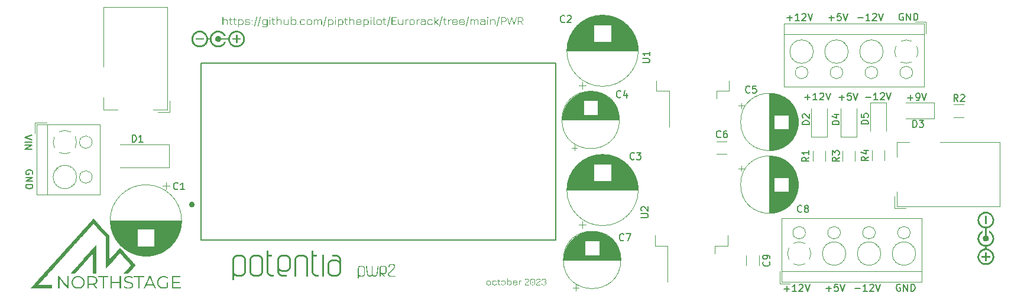
<source format=gbr>
%TF.GenerationSoftware,KiCad,Pcbnew,7.0.8*%
%TF.CreationDate,2023-10-16T07:21:23+01:00*%
%TF.ProjectId,SYNTH_PWR_MKII,53594e54-485f-4505-9752-5f4d4b49492e,1.0*%
%TF.SameCoordinates,Original*%
%TF.FileFunction,Legend,Top*%
%TF.FilePolarity,Positive*%
%FSLAX46Y46*%
G04 Gerber Fmt 4.6, Leading zero omitted, Abs format (unit mm)*
G04 Created by KiCad (PCBNEW 7.0.8) date 2023-10-16 07:21:23*
%MOMM*%
%LPD*%
G01*
G04 APERTURE LIST*
%ADD10C,0.150000*%
%ADD11C,0.120000*%
%ADD12C,0.127000*%
%ADD13C,0.400000*%
G04 APERTURE END LIST*
D10*
X215036779Y-93148866D02*
X215798684Y-93148866D01*
X216798683Y-93529819D02*
X216227255Y-93529819D01*
X216512969Y-93529819D02*
X216512969Y-92529819D01*
X216512969Y-92529819D02*
X216417731Y-92672676D01*
X216417731Y-92672676D02*
X216322493Y-92767914D01*
X216322493Y-92767914D02*
X216227255Y-92815533D01*
X217179636Y-92625057D02*
X217227255Y-92577438D01*
X217227255Y-92577438D02*
X217322493Y-92529819D01*
X217322493Y-92529819D02*
X217560588Y-92529819D01*
X217560588Y-92529819D02*
X217655826Y-92577438D01*
X217655826Y-92577438D02*
X217703445Y-92625057D01*
X217703445Y-92625057D02*
X217751064Y-92720295D01*
X217751064Y-92720295D02*
X217751064Y-92815533D01*
X217751064Y-92815533D02*
X217703445Y-92958390D01*
X217703445Y-92958390D02*
X217132017Y-93529819D01*
X217132017Y-93529819D02*
X217751064Y-93529819D01*
X218036779Y-92529819D02*
X218370112Y-93529819D01*
X218370112Y-93529819D02*
X218703445Y-92529819D01*
G36*
X144100886Y-128737303D02*
G01*
X144124964Y-128739164D01*
X144148542Y-128742455D01*
X144171619Y-128747178D01*
X144194194Y-128753332D01*
X144216269Y-128760917D01*
X144229274Y-128766154D01*
X144250344Y-128775826D01*
X144270509Y-128786524D01*
X144289767Y-128798247D01*
X144308118Y-128810996D01*
X144325564Y-128824770D01*
X144342102Y-128839570D01*
X144348464Y-128845778D01*
X144363815Y-128861942D01*
X144378117Y-128878989D01*
X144391369Y-128896918D01*
X144403572Y-128915730D01*
X144414725Y-128935425D01*
X144424828Y-128956002D01*
X144428576Y-128964480D01*
X144437160Y-128986089D01*
X144444290Y-129008176D01*
X144449964Y-129030740D01*
X144454183Y-129053781D01*
X144456948Y-129077299D01*
X144458257Y-129101294D01*
X144458374Y-129111025D01*
X144458374Y-129925819D01*
X144457646Y-129950005D01*
X144455464Y-129973714D01*
X144451826Y-129996946D01*
X144446734Y-130019700D01*
X144440187Y-130041978D01*
X144432184Y-130063779D01*
X144428576Y-130072365D01*
X144418892Y-130093295D01*
X144408159Y-130113343D01*
X144396376Y-130132508D01*
X144383544Y-130150790D01*
X144369662Y-130168190D01*
X144354731Y-130184707D01*
X144348464Y-130191067D01*
X144332288Y-130206278D01*
X144315205Y-130220462D01*
X144297216Y-130233621D01*
X144278321Y-130245755D01*
X144258519Y-130256862D01*
X144237811Y-130266945D01*
X144229274Y-130270690D01*
X144207499Y-130279134D01*
X144185224Y-130286146D01*
X144162448Y-130291728D01*
X144139171Y-130295878D01*
X144115393Y-130298597D01*
X144091114Y-130299885D01*
X144081263Y-130300000D01*
X143853628Y-130300000D01*
X143830029Y-130299081D01*
X143806860Y-130296326D01*
X143784119Y-130291735D01*
X143761808Y-130285307D01*
X143739927Y-130277042D01*
X143718474Y-130266941D01*
X143710013Y-130262386D01*
X143689425Y-130250050D01*
X143669790Y-130236855D01*
X143651109Y-130222802D01*
X143633382Y-130207889D01*
X143616610Y-130192119D01*
X143600791Y-130175489D01*
X143594731Y-130168597D01*
X143594731Y-130540334D01*
X143476517Y-130540334D01*
X143476517Y-129904326D01*
X143594731Y-129904326D01*
X143595469Y-129924654D01*
X143597685Y-129944603D01*
X143601377Y-129964175D01*
X143606546Y-129983369D01*
X143613192Y-130002185D01*
X143615736Y-130008374D01*
X143624214Y-130026280D01*
X143633894Y-130043361D01*
X143644776Y-130059619D01*
X143656860Y-130075052D01*
X143670147Y-130089661D01*
X143674842Y-130094347D01*
X143689560Y-130107570D01*
X143705136Y-130119764D01*
X143721571Y-130130926D01*
X143738865Y-130141058D01*
X143757017Y-130150160D01*
X143763258Y-130152965D01*
X143782515Y-130160436D01*
X143802185Y-130166360D01*
X143822266Y-130170740D01*
X143842759Y-130173573D01*
X143863665Y-130174861D01*
X143870725Y-130174947D01*
X144064654Y-130174947D01*
X144085680Y-130174174D01*
X144106259Y-130171856D01*
X144126392Y-130167992D01*
X144146079Y-130162582D01*
X144165318Y-130155627D01*
X144171632Y-130152965D01*
X144190237Y-130144207D01*
X144207948Y-130134418D01*
X144224767Y-130123599D01*
X144240692Y-130111749D01*
X144255724Y-130098869D01*
X144260537Y-130094347D01*
X144274224Y-130079962D01*
X144286709Y-130064649D01*
X144297992Y-130048408D01*
X144308073Y-130031241D01*
X144316951Y-130013146D01*
X144319644Y-130006908D01*
X144326782Y-129987720D01*
X144332443Y-129968257D01*
X144336628Y-129948519D01*
X144339336Y-129928506D01*
X144340566Y-129908219D01*
X144340648Y-129901395D01*
X144340648Y-129135450D01*
X144339910Y-129115088D01*
X144337695Y-129095035D01*
X144334002Y-129075291D01*
X144328833Y-129055857D01*
X144322187Y-129036732D01*
X144319644Y-129030425D01*
X144311166Y-129011872D01*
X144301486Y-128994315D01*
X144290604Y-128977755D01*
X144278519Y-128962190D01*
X144265233Y-128947621D01*
X144260537Y-128942986D01*
X144245802Y-128929597D01*
X144230174Y-128917272D01*
X144213654Y-128906012D01*
X144196240Y-128895817D01*
X144177933Y-128886686D01*
X144171632Y-128883879D01*
X144152541Y-128876409D01*
X144133004Y-128870484D01*
X144113020Y-128866105D01*
X144092589Y-128863271D01*
X144071712Y-128861983D01*
X144064654Y-128861898D01*
X143867794Y-128861898D01*
X143847993Y-128862809D01*
X143827910Y-128865544D01*
X143807547Y-128870102D01*
X143786904Y-128876483D01*
X143774982Y-128880949D01*
X143754365Y-128890078D01*
X143734403Y-128900797D01*
X143717814Y-128911250D01*
X143701705Y-128922871D01*
X143686078Y-128935659D01*
X143671406Y-128949564D01*
X143657799Y-128964533D01*
X143645257Y-128980567D01*
X143633779Y-128997666D01*
X143623366Y-129015830D01*
X143620132Y-129022121D01*
X143611500Y-129041435D01*
X143604653Y-129061642D01*
X143599593Y-129082743D01*
X143596318Y-129104736D01*
X143594830Y-129127622D01*
X143594731Y-129135450D01*
X143594731Y-129901395D01*
X143594731Y-129904326D01*
X143476517Y-129904326D01*
X143476517Y-129111025D01*
X143477233Y-129086840D01*
X143479380Y-129063131D01*
X143482957Y-129039899D01*
X143487966Y-129017144D01*
X143494406Y-128994867D01*
X143502277Y-128973066D01*
X143505826Y-128964480D01*
X143515639Y-128943550D01*
X143526454Y-128923502D01*
X143538270Y-128904337D01*
X143551088Y-128886055D01*
X143564907Y-128868655D01*
X143579729Y-128852137D01*
X143585938Y-128845778D01*
X143602255Y-128830567D01*
X143619455Y-128816383D01*
X143637537Y-128803224D01*
X143656501Y-128791090D01*
X143676348Y-128779982D01*
X143697078Y-128769900D01*
X143705617Y-128766154D01*
X143727391Y-128757711D01*
X143749667Y-128750698D01*
X143772443Y-128745117D01*
X143795720Y-128740967D01*
X143819498Y-128738248D01*
X143843776Y-128736960D01*
X143853628Y-128736845D01*
X144081263Y-128736845D01*
X144100886Y-128737303D01*
G37*
G36*
X145842254Y-130300000D02*
G01*
X145818175Y-130299010D01*
X145798311Y-130296792D01*
X145777913Y-130293308D01*
X145756981Y-130288557D01*
X145735514Y-130282539D01*
X145713513Y-130275253D01*
X145690978Y-130266701D01*
X145673726Y-130259455D01*
X145651050Y-130248556D01*
X145629426Y-130236130D01*
X145608857Y-130222178D01*
X145589340Y-130206699D01*
X145570877Y-130189693D01*
X145553467Y-130171161D01*
X145537110Y-130151103D01*
X145525534Y-130135057D01*
X145521807Y-130129518D01*
X145510437Y-130145850D01*
X145498491Y-130161323D01*
X145481669Y-130180618D01*
X145463824Y-130198387D01*
X145444956Y-130214629D01*
X145425066Y-130229345D01*
X145404152Y-130242534D01*
X145382216Y-130254196D01*
X145370865Y-130259455D01*
X145348272Y-130268958D01*
X145326168Y-130277193D01*
X145304553Y-130284162D01*
X145283426Y-130289863D01*
X145262787Y-130294298D01*
X145242637Y-130297465D01*
X145222976Y-130299366D01*
X145203803Y-130300000D01*
X145155931Y-130300000D01*
X145134711Y-130299227D01*
X145113181Y-130296908D01*
X145091342Y-130293044D01*
X145069194Y-130287635D01*
X145046737Y-130280680D01*
X145039183Y-130278018D01*
X145020421Y-130270423D01*
X145001993Y-130261684D01*
X144983899Y-130251800D01*
X144966139Y-130240771D01*
X144948713Y-130228597D01*
X144931621Y-130215278D01*
X144924877Y-130209630D01*
X144908572Y-130194531D01*
X144892935Y-130178241D01*
X144877966Y-130160757D01*
X144863664Y-130142081D01*
X144850030Y-130122213D01*
X144839604Y-130105459D01*
X144832065Y-130092393D01*
X144822685Y-130074189D01*
X144814083Y-130055238D01*
X144806259Y-130035538D01*
X144799214Y-130015090D01*
X144792948Y-129993895D01*
X144787460Y-129971951D01*
X144782751Y-129949259D01*
X144778820Y-129925819D01*
X144775619Y-129903863D01*
X144772426Y-129881959D01*
X144769242Y-129860106D01*
X144766066Y-129838304D01*
X144762899Y-129816554D01*
X144759741Y-129794856D01*
X144756591Y-129773209D01*
X144753449Y-129751613D01*
X144750317Y-129730069D01*
X144747193Y-129708577D01*
X144745115Y-129694277D01*
X144741550Y-129669593D01*
X144737940Y-129644391D01*
X144734284Y-129618669D01*
X144731512Y-129599037D01*
X144728714Y-129579113D01*
X144725891Y-129558897D01*
X144723041Y-129538389D01*
X144720166Y-129517589D01*
X144717265Y-129496498D01*
X144715317Y-129482274D01*
X144712486Y-129460901D01*
X144709673Y-129439828D01*
X144706876Y-129419055D01*
X144704097Y-129398583D01*
X144701335Y-129378412D01*
X144698590Y-129358541D01*
X144695863Y-129338970D01*
X144692252Y-129313344D01*
X144688673Y-129288252D01*
X144686008Y-129269783D01*
X144683222Y-129250030D01*
X144680482Y-129229849D01*
X144677788Y-129209241D01*
X144675139Y-129188206D01*
X144672536Y-129166743D01*
X144669979Y-129144853D01*
X144667468Y-129122535D01*
X144665003Y-129099790D01*
X144662530Y-129076892D01*
X144659996Y-129054361D01*
X144657401Y-129032196D01*
X144654745Y-129010397D01*
X144652028Y-128988965D01*
X144649249Y-128967899D01*
X144646410Y-128947199D01*
X144643510Y-128926866D01*
X144640701Y-128903060D01*
X144637892Y-128879269D01*
X144635083Y-128855494D01*
X144632274Y-128831734D01*
X144629466Y-128807989D01*
X144626657Y-128784259D01*
X144623848Y-128760544D01*
X144621039Y-128736845D01*
X144745115Y-128736845D01*
X144747237Y-128760254D01*
X144749450Y-128783587D01*
X144751755Y-128806844D01*
X144754152Y-128830024D01*
X144756640Y-128853128D01*
X144759220Y-128876155D01*
X144761891Y-128899106D01*
X144764654Y-128921981D01*
X144766776Y-128942299D01*
X144768989Y-128962953D01*
X144771294Y-128983943D01*
X144773691Y-129005268D01*
X144776179Y-129026929D01*
X144778759Y-129048927D01*
X144781431Y-129071260D01*
X144784193Y-129093928D01*
X144787117Y-129116437D01*
X144790025Y-129138533D01*
X144792918Y-129160217D01*
X144795795Y-129181489D01*
X144798657Y-129202349D01*
X144801504Y-129222797D01*
X144804336Y-129242832D01*
X144807152Y-129262456D01*
X144810618Y-129286147D01*
X144814174Y-129310327D01*
X144817823Y-129334996D01*
X144821563Y-129360153D01*
X144825394Y-129385799D01*
X144828328Y-129405353D01*
X144831313Y-129425183D01*
X144834350Y-129445287D01*
X144837438Y-129465666D01*
X144840618Y-129485988D01*
X144843747Y-129506103D01*
X144846824Y-129526013D01*
X144849849Y-129545717D01*
X144852823Y-129565214D01*
X144856708Y-129590890D01*
X144860501Y-129616200D01*
X144864203Y-129641143D01*
X144867813Y-129665720D01*
X144868702Y-129671807D01*
X144871903Y-129692532D01*
X144875096Y-129713309D01*
X144878280Y-129734137D01*
X144881456Y-129755017D01*
X144884623Y-129775949D01*
X144887781Y-129796932D01*
X144890931Y-129817966D01*
X144894072Y-129839052D01*
X144897205Y-129860190D01*
X144900329Y-129881379D01*
X144902407Y-129895533D01*
X144906335Y-129916769D01*
X144911099Y-129937121D01*
X144916697Y-129956592D01*
X144923130Y-129975179D01*
X144931951Y-129996320D01*
X144941974Y-130016189D01*
X144952925Y-130034725D01*
X144964529Y-130052230D01*
X144976785Y-130068705D01*
X144989693Y-130084150D01*
X145003255Y-130098564D01*
X145007920Y-130103140D01*
X145024917Y-130117899D01*
X145042568Y-130130976D01*
X145060874Y-130142369D01*
X145079834Y-130152080D01*
X145090963Y-130156873D01*
X145110507Y-130163916D01*
X145129818Y-130169228D01*
X145151602Y-130173182D01*
X145173080Y-130174877D01*
X145178401Y-130174947D01*
X145186706Y-130174947D01*
X145206508Y-130174082D01*
X145226590Y-130171488D01*
X145246953Y-130167163D01*
X145267596Y-130161109D01*
X145279518Y-130156873D01*
X145300111Y-130148194D01*
X145320003Y-130137973D01*
X145339194Y-130126209D01*
X145357683Y-130112902D01*
X145367934Y-130104605D01*
X145382823Y-130091015D01*
X145396716Y-130076258D01*
X145409614Y-130060332D01*
X145421515Y-130043239D01*
X145432420Y-130024978D01*
X145435833Y-130018632D01*
X145444964Y-129998779D01*
X145452205Y-129977691D01*
X145457558Y-129955365D01*
X145460575Y-129935816D01*
X145462280Y-129915409D01*
X145462700Y-129898464D01*
X145462700Y-128736845D01*
X145580914Y-128736845D01*
X145580914Y-129895533D01*
X145581558Y-129916804D01*
X145583490Y-129937265D01*
X145586710Y-129956914D01*
X145592274Y-129979422D01*
X145599693Y-130000763D01*
X145607292Y-130017655D01*
X145617848Y-130036637D01*
X145629365Y-130054383D01*
X145641845Y-130070892D01*
X145655286Y-130086165D01*
X145669688Y-130100201D01*
X145674703Y-130104605D01*
X145690382Y-130116861D01*
X145706645Y-130127984D01*
X145723492Y-130137973D01*
X145740923Y-130146829D01*
X145758938Y-130154551D01*
X145765073Y-130156873D01*
X145786447Y-130163916D01*
X145807401Y-130169228D01*
X145827934Y-130172811D01*
X145848047Y-130174665D01*
X145859351Y-130174947D01*
X145867655Y-130174947D01*
X145889438Y-130173848D01*
X145911069Y-130170551D01*
X145932547Y-130165055D01*
X145953872Y-130157362D01*
X145975045Y-130147470D01*
X145996065Y-130135380D01*
X146016933Y-130121092D01*
X146032483Y-130108933D01*
X146037648Y-130104605D01*
X146052690Y-130090732D01*
X146066676Y-130075674D01*
X146079607Y-130059431D01*
X146091480Y-130042003D01*
X146102298Y-130023390D01*
X146112060Y-130003592D01*
X146120765Y-129982609D01*
X146128415Y-129960441D01*
X146135008Y-129937088D01*
X146140545Y-129912550D01*
X146143649Y-129895533D01*
X146147287Y-129874310D01*
X146150873Y-129853138D01*
X146154408Y-129832018D01*
X146157892Y-129810949D01*
X146161323Y-129789932D01*
X146164704Y-129768966D01*
X146168032Y-129748052D01*
X146171310Y-129727189D01*
X146174535Y-129706378D01*
X146177710Y-129685618D01*
X146179797Y-129671807D01*
X146183362Y-129647322D01*
X146186972Y-129622470D01*
X146190628Y-129597252D01*
X146194330Y-129571667D01*
X146197136Y-129552239D01*
X146199968Y-129532604D01*
X146202826Y-129512763D01*
X146205710Y-129492716D01*
X146208619Y-129472463D01*
X146209595Y-129465666D01*
X146212508Y-129445287D01*
X146215388Y-129425183D01*
X146218233Y-129405353D01*
X146221044Y-129385799D01*
X146224738Y-129360153D01*
X146228371Y-129334996D01*
X146231943Y-129310327D01*
X146235454Y-129286147D01*
X146238904Y-129262456D01*
X146241713Y-129242832D01*
X146244521Y-129222797D01*
X146247330Y-129202349D01*
X146250139Y-129181489D01*
X146252948Y-129160217D01*
X146255757Y-129138533D01*
X146258565Y-129116437D01*
X146261374Y-129093928D01*
X146264252Y-129071260D01*
X146267022Y-129048927D01*
X146269686Y-129026929D01*
X146272243Y-129005268D01*
X146274693Y-128983943D01*
X146277036Y-128962953D01*
X146279273Y-128942299D01*
X146281402Y-128921981D01*
X146284165Y-128899106D01*
X146286837Y-128876155D01*
X146289416Y-128853128D01*
X146291905Y-128830024D01*
X146294301Y-128806844D01*
X146296606Y-128783587D01*
X146298820Y-128760254D01*
X146300942Y-128736845D01*
X146425017Y-128736845D01*
X146422201Y-128760544D01*
X146419369Y-128784259D01*
X146416522Y-128807989D01*
X146413660Y-128831734D01*
X146410782Y-128855494D01*
X146407889Y-128879269D01*
X146404981Y-128903060D01*
X146402058Y-128926866D01*
X146399272Y-128947199D01*
X146396532Y-128967899D01*
X146393838Y-128988965D01*
X146391189Y-129010397D01*
X146388587Y-129032196D01*
X146386030Y-129054361D01*
X146383519Y-129076892D01*
X146381053Y-129099790D01*
X146378588Y-129122535D01*
X146376077Y-129144853D01*
X146373520Y-129166743D01*
X146370917Y-129188206D01*
X146368269Y-129209241D01*
X146365574Y-129229849D01*
X146362834Y-129250030D01*
X146360048Y-129269783D01*
X146356484Y-129294475D01*
X146352874Y-129319700D01*
X146349218Y-129345460D01*
X146346446Y-129365131D01*
X146343648Y-129385102D01*
X146340824Y-129405374D01*
X146337975Y-129425946D01*
X146335100Y-129446819D01*
X146332199Y-129467992D01*
X146330251Y-129482274D01*
X146327420Y-129503561D01*
X146324606Y-129524555D01*
X146321810Y-129545258D01*
X146319031Y-129565668D01*
X146316269Y-129585787D01*
X146313524Y-129605613D01*
X146310796Y-129625148D01*
X146307186Y-129650740D01*
X146303606Y-129675813D01*
X146300942Y-129694277D01*
X146297823Y-129715735D01*
X146294696Y-129737245D01*
X146291561Y-129758806D01*
X146288417Y-129780419D01*
X146285264Y-129802083D01*
X146282102Y-129823798D01*
X146278933Y-129845566D01*
X146275754Y-129867384D01*
X146272567Y-129889255D01*
X146269371Y-129911176D01*
X146267236Y-129925819D01*
X146263298Y-129949259D01*
X146258565Y-129971951D01*
X146253039Y-129993895D01*
X146246720Y-130015090D01*
X146239606Y-130035538D01*
X146231699Y-130055238D01*
X146222998Y-130074189D01*
X146213503Y-130092393D01*
X146203481Y-130109719D01*
X146192956Y-130126282D01*
X146179091Y-130145912D01*
X146164438Y-130164349D01*
X146148999Y-130181594D01*
X146132773Y-130197646D01*
X146119225Y-130209630D01*
X146101985Y-130223406D01*
X146084458Y-130236038D01*
X146066646Y-130247525D01*
X146048547Y-130257868D01*
X146030162Y-130267065D01*
X146011491Y-130275117D01*
X146003942Y-130278018D01*
X145985250Y-130284350D01*
X145963039Y-130290533D01*
X145941068Y-130295170D01*
X145919338Y-130298261D01*
X145897849Y-130299806D01*
X145887194Y-130300000D01*
X145842254Y-130300000D01*
G37*
G36*
X147215301Y-128737573D02*
G01*
X147239162Y-128739755D01*
X147262547Y-128743393D01*
X147285454Y-128748485D01*
X147307884Y-128755032D01*
X147329837Y-128763035D01*
X147338485Y-128766643D01*
X147359697Y-128776327D01*
X147379978Y-128787060D01*
X147399329Y-128798843D01*
X147417750Y-128811675D01*
X147435240Y-128825557D01*
X147451801Y-128840488D01*
X147458164Y-128846755D01*
X147473515Y-128862931D01*
X147487817Y-128880014D01*
X147501069Y-128898003D01*
X147513271Y-128916898D01*
X147524425Y-128936700D01*
X147534528Y-128957408D01*
X147538276Y-128965945D01*
X147546860Y-128987707D01*
X147553989Y-129009947D01*
X147559664Y-129032663D01*
X147563883Y-129055857D01*
X147566648Y-129079528D01*
X147567957Y-129103675D01*
X147568073Y-129113468D01*
X147568073Y-129577041D01*
X147567346Y-129601379D01*
X147565164Y-129625240D01*
X147561526Y-129648625D01*
X147556434Y-129671532D01*
X147549886Y-129693962D01*
X147541884Y-129715916D01*
X147538276Y-129724563D01*
X147528592Y-129745541D01*
X147517859Y-129765732D01*
X147506076Y-129785135D01*
X147493244Y-129803751D01*
X147479362Y-129821581D01*
X147464431Y-129838623D01*
X147458164Y-129845219D01*
X147441988Y-129860864D01*
X147424905Y-129875435D01*
X147406916Y-129888933D01*
X147388021Y-129901357D01*
X147368219Y-129912708D01*
X147347511Y-129922986D01*
X147338974Y-129926796D01*
X147317199Y-129935240D01*
X147294924Y-129942252D01*
X147272148Y-129947834D01*
X147248871Y-129951984D01*
X147225093Y-129954703D01*
X147200814Y-129955991D01*
X147190963Y-129956106D01*
X147089846Y-129956106D01*
X147070184Y-129955545D01*
X147050523Y-129953862D01*
X147044905Y-129953175D01*
X147024511Y-129950366D01*
X147008269Y-129947801D01*
X146988233Y-129944138D01*
X146977494Y-129941939D01*
X146994394Y-129951947D01*
X147002407Y-129959036D01*
X147019241Y-129970686D01*
X147027808Y-129976133D01*
X147044371Y-129987659D01*
X147053210Y-129995673D01*
X147424459Y-130310746D01*
X147235903Y-130310746D01*
X147218074Y-130294739D01*
X147203416Y-130281745D01*
X147188406Y-130268582D01*
X147173045Y-130255252D01*
X147157334Y-130241754D01*
X147141271Y-130228088D01*
X147124857Y-130214254D01*
X147112316Y-130203768D01*
X147094308Y-130188402D01*
X147079249Y-130175526D01*
X147063610Y-130162131D01*
X147047391Y-130148217D01*
X147030591Y-130133784D01*
X147013212Y-130118831D01*
X146995252Y-130103360D01*
X146981402Y-130091416D01*
X146962611Y-130075090D01*
X146943606Y-130058596D01*
X146924387Y-130041934D01*
X146904954Y-130025104D01*
X146885308Y-130008106D01*
X146870433Y-129995248D01*
X146855438Y-129982295D01*
X146840322Y-129969247D01*
X146825087Y-129956106D01*
X146808680Y-129941440D01*
X146793167Y-129927117D01*
X146778547Y-129913138D01*
X146762619Y-129897263D01*
X146747906Y-129881856D01*
X146734666Y-129867076D01*
X146721652Y-129851674D01*
X146708562Y-129834653D01*
X146701500Y-129824214D01*
X146701500Y-130310746D01*
X146583286Y-130310746D01*
X146583286Y-129559944D01*
X146701500Y-129559944D01*
X146702290Y-129580271D01*
X146704660Y-129600221D01*
X146708610Y-129619793D01*
X146714139Y-129638987D01*
X146721249Y-129657803D01*
X146723970Y-129663991D01*
X146732946Y-129682063D01*
X146743021Y-129699277D01*
X146754195Y-129715631D01*
X146766468Y-129731127D01*
X146779841Y-129745765D01*
X146784542Y-129750453D01*
X146799260Y-129763677D01*
X146814836Y-129775870D01*
X146831271Y-129787032D01*
X146848565Y-129797165D01*
X146866717Y-129806266D01*
X146872958Y-129809071D01*
X146892198Y-129816542D01*
X146911816Y-129822467D01*
X146931811Y-129826846D01*
X146952185Y-129829679D01*
X146972936Y-129830967D01*
X146979937Y-129831053D01*
X147171423Y-129831053D01*
X147192283Y-129830280D01*
X147212731Y-129827962D01*
X147232766Y-129824098D01*
X147252390Y-129818688D01*
X147271601Y-129811733D01*
X147277913Y-129809071D01*
X147296517Y-129800261D01*
X147314229Y-129790318D01*
X147331047Y-129779241D01*
X147346973Y-129767031D01*
X147362005Y-129753687D01*
X147366817Y-129748988D01*
X147380556Y-129734104D01*
X147393196Y-129718396D01*
X147404736Y-129701864D01*
X147415177Y-129684508D01*
X147424520Y-129666327D01*
X147427390Y-129660083D01*
X147435026Y-129640895D01*
X147441082Y-129621432D01*
X147445559Y-129601694D01*
X147448456Y-129581681D01*
X147449772Y-129561394D01*
X147449860Y-129554570D01*
X147449860Y-129138381D01*
X147449070Y-129118019D01*
X147446700Y-129097966D01*
X147442750Y-129078222D01*
X147437220Y-129058788D01*
X147430111Y-129039663D01*
X147427390Y-129033356D01*
X147418414Y-129014752D01*
X147408339Y-128997040D01*
X147397165Y-128980222D01*
X147384891Y-128964296D01*
X147371519Y-128949264D01*
X147366817Y-128944452D01*
X147352083Y-128930564D01*
X147336455Y-128917844D01*
X147319934Y-128906293D01*
X147302520Y-128895908D01*
X147284214Y-128886692D01*
X147277913Y-128883879D01*
X147258839Y-128876409D01*
X147239353Y-128870484D01*
X147219455Y-128866105D01*
X147199145Y-128863271D01*
X147178422Y-128861983D01*
X147171423Y-128861898D01*
X146979937Y-128861898D01*
X146959060Y-128862670D01*
X146938560Y-128864989D01*
X146918439Y-128868853D01*
X146898695Y-128874262D01*
X146879330Y-128881218D01*
X146872958Y-128883879D01*
X146854520Y-128892707D01*
X146836940Y-128902701D01*
X146820219Y-128913864D01*
X146804357Y-128926195D01*
X146789353Y-128939693D01*
X146784542Y-128944452D01*
X146770804Y-128959186D01*
X146758164Y-128974814D01*
X146746624Y-128991335D01*
X146736182Y-129008749D01*
X146726840Y-129027055D01*
X146723970Y-129033356D01*
X146716334Y-129052378D01*
X146710277Y-129071710D01*
X146705801Y-129091350D01*
X146702904Y-129111300D01*
X146701588Y-129131559D01*
X146701500Y-129138381D01*
X146701500Y-129559944D01*
X146583286Y-129559944D01*
X146583286Y-129113468D01*
X146584002Y-129089129D01*
X146586149Y-129065268D01*
X146589726Y-129041884D01*
X146594735Y-129018976D01*
X146601175Y-128996546D01*
X146609046Y-128974593D01*
X146612595Y-128965945D01*
X146622408Y-128944874D01*
X146633223Y-128924710D01*
X146645039Y-128905452D01*
X146657857Y-128887100D01*
X146671676Y-128869655D01*
X146686498Y-128853116D01*
X146692707Y-128846755D01*
X146709024Y-128831404D01*
X146726224Y-128817102D01*
X146744306Y-128803850D01*
X146763270Y-128791647D01*
X146783118Y-128780494D01*
X146803847Y-128770391D01*
X146812386Y-128766643D01*
X146834289Y-128758059D01*
X146856646Y-128750929D01*
X146879455Y-128745255D01*
X146902718Y-128741036D01*
X146926434Y-128738271D01*
X146950603Y-128736962D01*
X146960397Y-128736845D01*
X147190963Y-128736845D01*
X147215301Y-128737573D01*
G37*
G36*
X148543091Y-129101256D02*
G01*
X148559463Y-129085718D01*
X148574386Y-129071162D01*
X148589667Y-129055729D01*
X148604595Y-129039900D01*
X148606106Y-129038241D01*
X148618681Y-129022935D01*
X148630568Y-129005476D01*
X148640262Y-128987539D01*
X148642742Y-128982065D01*
X148649964Y-128962774D01*
X148655756Y-128942147D01*
X148659744Y-128922440D01*
X148660816Y-128915631D01*
X148663650Y-128893941D01*
X148665390Y-128872845D01*
X148666311Y-128852983D01*
X148666672Y-128831812D01*
X148666678Y-128828681D01*
X148665426Y-128804630D01*
X148661671Y-128781816D01*
X148655412Y-128760239D01*
X148646650Y-128739898D01*
X148635384Y-128720794D01*
X148621615Y-128702926D01*
X148605342Y-128686295D01*
X148586566Y-128670900D01*
X148565989Y-128657047D01*
X148544312Y-128645040D01*
X148521536Y-128634882D01*
X148497662Y-128626570D01*
X148472688Y-128620105D01*
X148453236Y-128616468D01*
X148433166Y-128613871D01*
X148412478Y-128612312D01*
X148391172Y-128611793D01*
X148242184Y-128611793D01*
X148221307Y-128612583D01*
X148200807Y-128614953D01*
X148180686Y-128618903D01*
X148160942Y-128624433D01*
X148141577Y-128631542D01*
X148135205Y-128634263D01*
X148116601Y-128643291D01*
X148098890Y-128653520D01*
X148082071Y-128664952D01*
X148066146Y-128677586D01*
X148051113Y-128691422D01*
X148046301Y-128696301D01*
X148032763Y-128711419D01*
X148020358Y-128727465D01*
X148009086Y-128744438D01*
X147998948Y-128762338D01*
X147989944Y-128781166D01*
X147987194Y-128787648D01*
X147980056Y-128807386D01*
X147974394Y-128827398D01*
X147970210Y-128847686D01*
X147967502Y-128868248D01*
X147966271Y-128889085D01*
X147966189Y-128896092D01*
X147963258Y-128943963D01*
X147847976Y-128943963D01*
X147847976Y-128876064D01*
X147848691Y-128851725D01*
X147850838Y-128827864D01*
X147854416Y-128804480D01*
X147859425Y-128781572D01*
X147865865Y-128759142D01*
X147873736Y-128737189D01*
X147877285Y-128728541D01*
X147887109Y-128707387D01*
X147897960Y-128686972D01*
X147909836Y-128667297D01*
X147922737Y-128648361D01*
X147936664Y-128630164D01*
X147951617Y-128612707D01*
X147957885Y-128605931D01*
X147974202Y-128589652D01*
X147991402Y-128574399D01*
X148009484Y-128560171D01*
X148028448Y-128546969D01*
X148048295Y-128534793D01*
X148069025Y-128523642D01*
X148077564Y-128519469D01*
X148099326Y-128510041D01*
X148121566Y-128502210D01*
X148144282Y-128495977D01*
X148167476Y-128491343D01*
X148191147Y-128488307D01*
X148215294Y-128486868D01*
X148225087Y-128486741D01*
X148408269Y-128486741D01*
X148432607Y-128487325D01*
X148456469Y-128489078D01*
X148479853Y-128492000D01*
X148502760Y-128496091D01*
X148525191Y-128501350D01*
X148547144Y-128507778D01*
X148555792Y-128510676D01*
X148576898Y-128518633D01*
X148597170Y-128527544D01*
X148616607Y-128537410D01*
X148635209Y-128548229D01*
X148652976Y-128560002D01*
X148669908Y-128572729D01*
X148676448Y-128578087D01*
X148692257Y-128592091D01*
X148707016Y-128606929D01*
X148720726Y-128622602D01*
X148733387Y-128639110D01*
X148744998Y-128656453D01*
X148755559Y-128674630D01*
X148759490Y-128682135D01*
X148768497Y-128701302D01*
X148775976Y-128720947D01*
X148781930Y-128741068D01*
X148786357Y-128761666D01*
X148789257Y-128782742D01*
X148790631Y-128804294D01*
X148790753Y-128813049D01*
X148790496Y-128835815D01*
X148789723Y-128857585D01*
X148788435Y-128878359D01*
X148786632Y-128898137D01*
X148783877Y-128919953D01*
X148783426Y-128922958D01*
X148779756Y-128943692D01*
X148774730Y-128964004D01*
X148768349Y-128983896D01*
X148760612Y-129003368D01*
X148755582Y-129014305D01*
X148745715Y-129033349D01*
X148734491Y-129052439D01*
X148723792Y-129068840D01*
X148712097Y-129085275D01*
X148699406Y-129101744D01*
X148685479Y-129118305D01*
X148670074Y-129135381D01*
X148656109Y-129150004D01*
X148641118Y-129164986D01*
X148625102Y-129180325D01*
X148608060Y-129196022D01*
X147988660Y-129769993D01*
X147972166Y-129786262D01*
X147957795Y-129801792D01*
X147943353Y-129819452D01*
X147931967Y-129836047D01*
X147922547Y-129854062D01*
X147919783Y-129861339D01*
X147914227Y-129880970D01*
X147910258Y-129901762D01*
X147907876Y-129923713D01*
X147907095Y-129943872D01*
X147907083Y-129946824D01*
X147907083Y-129994696D01*
X147908756Y-130014636D01*
X147913778Y-130035500D01*
X147921249Y-130055268D01*
X147930531Y-130072978D01*
X147942441Y-130089838D01*
X147956978Y-130105848D01*
X147966189Y-130114375D01*
X147983012Y-130127198D01*
X147999684Y-130137416D01*
X148018181Y-130146699D01*
X148038500Y-130155047D01*
X148047766Y-130158339D01*
X148067504Y-130163983D01*
X148088616Y-130168459D01*
X148111102Y-130171768D01*
X148130889Y-130173633D01*
X148151631Y-130174688D01*
X148168911Y-130174947D01*
X148827390Y-130174947D01*
X148827390Y-130300000D01*
X148163049Y-130300000D01*
X148143223Y-130299709D01*
X148114243Y-130298187D01*
X148086174Y-130295359D01*
X148059014Y-130291226D01*
X148032765Y-130285788D01*
X148007425Y-130279044D01*
X147982996Y-130270996D01*
X147959477Y-130261642D01*
X147936869Y-130250983D01*
X147915170Y-130239019D01*
X147894382Y-130225750D01*
X147875089Y-130211131D01*
X147857694Y-130195301D01*
X147842196Y-130178261D01*
X147828597Y-130160010D01*
X147816894Y-130140549D01*
X147807090Y-130119876D01*
X147799183Y-130097993D01*
X147793174Y-130074899D01*
X147789062Y-130050595D01*
X147786848Y-130025079D01*
X147786427Y-130007397D01*
X147786427Y-129956594D01*
X147787106Y-129935564D01*
X147789146Y-129914605D01*
X147792545Y-129893718D01*
X147797303Y-129872903D01*
X147803421Y-129852159D01*
X147810899Y-129831486D01*
X147814270Y-129823237D01*
X147824567Y-129802107D01*
X147834883Y-129784670D01*
X147847045Y-129766761D01*
X147861055Y-129748378D01*
X147876911Y-129729521D01*
X147894615Y-129710192D01*
X147909105Y-129695384D01*
X147924634Y-129680310D01*
X147930041Y-129675226D01*
X148543091Y-129101256D01*
G37*
X221550588Y-92557438D02*
X221455350Y-92509819D01*
X221455350Y-92509819D02*
X221312493Y-92509819D01*
X221312493Y-92509819D02*
X221169636Y-92557438D01*
X221169636Y-92557438D02*
X221074398Y-92652676D01*
X221074398Y-92652676D02*
X221026779Y-92747914D01*
X221026779Y-92747914D02*
X220979160Y-92938390D01*
X220979160Y-92938390D02*
X220979160Y-93081247D01*
X220979160Y-93081247D02*
X221026779Y-93271723D01*
X221026779Y-93271723D02*
X221074398Y-93366961D01*
X221074398Y-93366961D02*
X221169636Y-93462200D01*
X221169636Y-93462200D02*
X221312493Y-93509819D01*
X221312493Y-93509819D02*
X221407731Y-93509819D01*
X221407731Y-93509819D02*
X221550588Y-93462200D01*
X221550588Y-93462200D02*
X221598207Y-93414580D01*
X221598207Y-93414580D02*
X221598207Y-93081247D01*
X221598207Y-93081247D02*
X221407731Y-93081247D01*
X222026779Y-93509819D02*
X222026779Y-92509819D01*
X222026779Y-92509819D02*
X222598207Y-93509819D01*
X222598207Y-93509819D02*
X222598207Y-92509819D01*
X223074398Y-93509819D02*
X223074398Y-92509819D01*
X223074398Y-92509819D02*
X223312493Y-92509819D01*
X223312493Y-92509819D02*
X223455350Y-92557438D01*
X223455350Y-92557438D02*
X223550588Y-92652676D01*
X223550588Y-92652676D02*
X223598207Y-92747914D01*
X223598207Y-92747914D02*
X223645826Y-92938390D01*
X223645826Y-92938390D02*
X223645826Y-93081247D01*
X223645826Y-93081247D02*
X223598207Y-93271723D01*
X223598207Y-93271723D02*
X223550588Y-93366961D01*
X223550588Y-93366961D02*
X223455350Y-93462200D01*
X223455350Y-93462200D02*
X223312493Y-93509819D01*
X223312493Y-93509819D02*
X223074398Y-93509819D01*
X222176779Y-104618866D02*
X222938684Y-104618866D01*
X222557731Y-104999819D02*
X222557731Y-104237914D01*
X223462493Y-104999819D02*
X223652969Y-104999819D01*
X223652969Y-104999819D02*
X223748207Y-104952200D01*
X223748207Y-104952200D02*
X223795826Y-104904580D01*
X223795826Y-104904580D02*
X223891064Y-104761723D01*
X223891064Y-104761723D02*
X223938683Y-104571247D01*
X223938683Y-104571247D02*
X223938683Y-104190295D01*
X223938683Y-104190295D02*
X223891064Y-104095057D01*
X223891064Y-104095057D02*
X223843445Y-104047438D01*
X223843445Y-104047438D02*
X223748207Y-103999819D01*
X223748207Y-103999819D02*
X223557731Y-103999819D01*
X223557731Y-103999819D02*
X223462493Y-104047438D01*
X223462493Y-104047438D02*
X223414874Y-104095057D01*
X223414874Y-104095057D02*
X223367255Y-104190295D01*
X223367255Y-104190295D02*
X223367255Y-104428390D01*
X223367255Y-104428390D02*
X223414874Y-104523628D01*
X223414874Y-104523628D02*
X223462493Y-104571247D01*
X223462493Y-104571247D02*
X223557731Y-104618866D01*
X223557731Y-104618866D02*
X223748207Y-104618866D01*
X223748207Y-104618866D02*
X223843445Y-104571247D01*
X223843445Y-104571247D02*
X223891064Y-104523628D01*
X223891064Y-104523628D02*
X223938683Y-104428390D01*
X224224398Y-103999819D02*
X224557731Y-104999819D01*
X224557731Y-104999819D02*
X224891064Y-103999819D01*
X221140588Y-131427438D02*
X221045350Y-131379819D01*
X221045350Y-131379819D02*
X220902493Y-131379819D01*
X220902493Y-131379819D02*
X220759636Y-131427438D01*
X220759636Y-131427438D02*
X220664398Y-131522676D01*
X220664398Y-131522676D02*
X220616779Y-131617914D01*
X220616779Y-131617914D02*
X220569160Y-131808390D01*
X220569160Y-131808390D02*
X220569160Y-131951247D01*
X220569160Y-131951247D02*
X220616779Y-132141723D01*
X220616779Y-132141723D02*
X220664398Y-132236961D01*
X220664398Y-132236961D02*
X220759636Y-132332200D01*
X220759636Y-132332200D02*
X220902493Y-132379819D01*
X220902493Y-132379819D02*
X220997731Y-132379819D01*
X220997731Y-132379819D02*
X221140588Y-132332200D01*
X221140588Y-132332200D02*
X221188207Y-132284580D01*
X221188207Y-132284580D02*
X221188207Y-131951247D01*
X221188207Y-131951247D02*
X220997731Y-131951247D01*
X221616779Y-132379819D02*
X221616779Y-131379819D01*
X221616779Y-131379819D02*
X222188207Y-132379819D01*
X222188207Y-132379819D02*
X222188207Y-131379819D01*
X222664398Y-132379819D02*
X222664398Y-131379819D01*
X222664398Y-131379819D02*
X222902493Y-131379819D01*
X222902493Y-131379819D02*
X223045350Y-131427438D01*
X223045350Y-131427438D02*
X223140588Y-131522676D01*
X223140588Y-131522676D02*
X223188207Y-131617914D01*
X223188207Y-131617914D02*
X223235826Y-131808390D01*
X223235826Y-131808390D02*
X223235826Y-131951247D01*
X223235826Y-131951247D02*
X223188207Y-132141723D01*
X223188207Y-132141723D02*
X223140588Y-132236961D01*
X223140588Y-132236961D02*
X223045350Y-132332200D01*
X223045350Y-132332200D02*
X222902493Y-132379819D01*
X222902493Y-132379819D02*
X222664398Y-132379819D01*
X210496779Y-132018866D02*
X211258684Y-132018866D01*
X210877731Y-132399819D02*
X210877731Y-131637914D01*
X212211064Y-131399819D02*
X211734874Y-131399819D01*
X211734874Y-131399819D02*
X211687255Y-131876009D01*
X211687255Y-131876009D02*
X211734874Y-131828390D01*
X211734874Y-131828390D02*
X211830112Y-131780771D01*
X211830112Y-131780771D02*
X212068207Y-131780771D01*
X212068207Y-131780771D02*
X212163445Y-131828390D01*
X212163445Y-131828390D02*
X212211064Y-131876009D01*
X212211064Y-131876009D02*
X212258683Y-131971247D01*
X212258683Y-131971247D02*
X212258683Y-132209342D01*
X212258683Y-132209342D02*
X212211064Y-132304580D01*
X212211064Y-132304580D02*
X212163445Y-132352200D01*
X212163445Y-132352200D02*
X212068207Y-132399819D01*
X212068207Y-132399819D02*
X211830112Y-132399819D01*
X211830112Y-132399819D02*
X211734874Y-132352200D01*
X211734874Y-132352200D02*
X211687255Y-132304580D01*
X212544398Y-131399819D02*
X212877731Y-132399819D01*
X212877731Y-132399819D02*
X213211064Y-131399819D01*
X204916779Y-93168866D02*
X205678684Y-93168866D01*
X205297731Y-93549819D02*
X205297731Y-92787914D01*
X206678683Y-93549819D02*
X206107255Y-93549819D01*
X206392969Y-93549819D02*
X206392969Y-92549819D01*
X206392969Y-92549819D02*
X206297731Y-92692676D01*
X206297731Y-92692676D02*
X206202493Y-92787914D01*
X206202493Y-92787914D02*
X206107255Y-92835533D01*
X207059636Y-92645057D02*
X207107255Y-92597438D01*
X207107255Y-92597438D02*
X207202493Y-92549819D01*
X207202493Y-92549819D02*
X207440588Y-92549819D01*
X207440588Y-92549819D02*
X207535826Y-92597438D01*
X207535826Y-92597438D02*
X207583445Y-92645057D01*
X207583445Y-92645057D02*
X207631064Y-92740295D01*
X207631064Y-92740295D02*
X207631064Y-92835533D01*
X207631064Y-92835533D02*
X207583445Y-92978390D01*
X207583445Y-92978390D02*
X207012017Y-93549819D01*
X207012017Y-93549819D02*
X207631064Y-93549819D01*
X207916779Y-92549819D02*
X208250112Y-93549819D01*
X208250112Y-93549819D02*
X208583445Y-92549819D01*
X96862561Y-115570588D02*
X96910180Y-115475350D01*
X96910180Y-115475350D02*
X96910180Y-115332493D01*
X96910180Y-115332493D02*
X96862561Y-115189636D01*
X96862561Y-115189636D02*
X96767323Y-115094398D01*
X96767323Y-115094398D02*
X96672085Y-115046779D01*
X96672085Y-115046779D02*
X96481609Y-114999160D01*
X96481609Y-114999160D02*
X96338752Y-114999160D01*
X96338752Y-114999160D02*
X96148276Y-115046779D01*
X96148276Y-115046779D02*
X96053038Y-115094398D01*
X96053038Y-115094398D02*
X95957800Y-115189636D01*
X95957800Y-115189636D02*
X95910180Y-115332493D01*
X95910180Y-115332493D02*
X95910180Y-115427731D01*
X95910180Y-115427731D02*
X95957800Y-115570588D01*
X95957800Y-115570588D02*
X96005419Y-115618207D01*
X96005419Y-115618207D02*
X96338752Y-115618207D01*
X96338752Y-115618207D02*
X96338752Y-115427731D01*
X95910180Y-116046779D02*
X96910180Y-116046779D01*
X96910180Y-116046779D02*
X95910180Y-116618207D01*
X95910180Y-116618207D02*
X96910180Y-116618207D01*
X95910180Y-117094398D02*
X96910180Y-117094398D01*
X96910180Y-117094398D02*
X96910180Y-117332493D01*
X96910180Y-117332493D02*
X96862561Y-117475350D01*
X96862561Y-117475350D02*
X96767323Y-117570588D01*
X96767323Y-117570588D02*
X96672085Y-117618207D01*
X96672085Y-117618207D02*
X96481609Y-117665826D01*
X96481609Y-117665826D02*
X96338752Y-117665826D01*
X96338752Y-117665826D02*
X96148276Y-117618207D01*
X96148276Y-117618207D02*
X96053038Y-117570588D01*
X96053038Y-117570588D02*
X95957800Y-117475350D01*
X95957800Y-117475350D02*
X95910180Y-117332493D01*
X95910180Y-117332493D02*
X95910180Y-117094398D01*
G36*
X162265293Y-130868826D02*
G01*
X162280833Y-130869536D01*
X162295824Y-130870719D01*
X162310265Y-130872376D01*
X162324156Y-130874505D01*
X162337498Y-130877108D01*
X162350290Y-130880184D01*
X162362533Y-130883733D01*
X162374226Y-130887755D01*
X162385369Y-130892251D01*
X162395963Y-130897220D01*
X162406008Y-130902662D01*
X162415503Y-130908577D01*
X162424448Y-130914965D01*
X162432844Y-130921827D01*
X162440690Y-130929162D01*
X162448055Y-130937009D01*
X162454944Y-130945408D01*
X162461358Y-130954358D01*
X162467298Y-130963860D01*
X162472762Y-130973913D01*
X162477750Y-130984517D01*
X162482264Y-130995673D01*
X162486303Y-131007381D01*
X162489866Y-131019640D01*
X162492955Y-131032450D01*
X162495568Y-131045812D01*
X162497706Y-131059725D01*
X162499369Y-131074190D01*
X162500557Y-131089206D01*
X162501269Y-131104774D01*
X162501507Y-131120893D01*
X162501507Y-131277697D01*
X162501269Y-131293787D01*
X162500557Y-131309330D01*
X162499369Y-131324325D01*
X162497706Y-131338773D01*
X162495568Y-131352673D01*
X162492955Y-131366025D01*
X162489866Y-131378829D01*
X162486303Y-131391086D01*
X162482264Y-131402796D01*
X162477750Y-131413957D01*
X162472762Y-131424572D01*
X162467298Y-131434638D01*
X162461358Y-131444157D01*
X162454944Y-131453128D01*
X162448055Y-131461551D01*
X162440690Y-131469427D01*
X162432844Y-131476762D01*
X162424448Y-131483624D01*
X162415503Y-131490012D01*
X162406008Y-131495928D01*
X162395963Y-131501370D01*
X162385369Y-131506338D01*
X162374226Y-131510834D01*
X162362533Y-131514856D01*
X162350290Y-131518406D01*
X162337498Y-131521482D01*
X162324156Y-131524084D01*
X162310265Y-131526214D01*
X162295824Y-131527870D01*
X162280833Y-131529053D01*
X162265293Y-131529763D01*
X162249204Y-131530000D01*
X162134410Y-131530000D01*
X162118319Y-131529763D01*
X162102777Y-131529053D01*
X162087781Y-131527870D01*
X162073334Y-131526214D01*
X162059434Y-131524084D01*
X162046082Y-131521482D01*
X162033277Y-131518406D01*
X162021020Y-131514856D01*
X162009311Y-131510834D01*
X161998149Y-131506338D01*
X161987535Y-131501370D01*
X161977469Y-131495928D01*
X161967950Y-131490012D01*
X161958979Y-131483624D01*
X161950555Y-131476762D01*
X161942679Y-131469427D01*
X161935344Y-131461557D01*
X161928483Y-131453151D01*
X161922094Y-131444208D01*
X161916179Y-131434730D01*
X161910737Y-131424715D01*
X161905768Y-131414164D01*
X161901272Y-131403076D01*
X161897250Y-131391453D01*
X161893701Y-131379293D01*
X161890625Y-131366597D01*
X161888022Y-131353365D01*
X161885893Y-131339597D01*
X161884236Y-131325293D01*
X161883053Y-131310452D01*
X161882344Y-131295075D01*
X161882107Y-131279162D01*
X161955380Y-131279162D01*
X161955534Y-131291265D01*
X161955998Y-131302903D01*
X161956771Y-131314078D01*
X161957853Y-131324790D01*
X161959244Y-131335037D01*
X161960944Y-131344821D01*
X161964074Y-131358628D01*
X161967899Y-131371391D01*
X161972420Y-131383112D01*
X161977636Y-131393788D01*
X161983548Y-131403422D01*
X161990156Y-131412012D01*
X161994947Y-131417159D01*
X162002896Y-131424187D01*
X162011906Y-131430523D01*
X162021976Y-131436168D01*
X162033106Y-131441122D01*
X162045297Y-131445384D01*
X162058549Y-131448956D01*
X162072860Y-131451836D01*
X162082991Y-131453372D01*
X162093592Y-131454601D01*
X162104665Y-131455522D01*
X162116210Y-131456137D01*
X162128225Y-131456444D01*
X162134410Y-131456482D01*
X162249204Y-131456482D01*
X162261484Y-131456329D01*
X162273289Y-131455868D01*
X162284618Y-131455100D01*
X162295473Y-131454025D01*
X162305852Y-131452642D01*
X162315756Y-131450953D01*
X162329722Y-131447842D01*
X162342618Y-131444040D01*
X162354446Y-131439547D01*
X162365204Y-131434363D01*
X162374893Y-131428488D01*
X162383514Y-131421921D01*
X162388667Y-131417159D01*
X162395694Y-131409210D01*
X162402030Y-131400201D01*
X162407675Y-131390131D01*
X162412629Y-131379000D01*
X162416892Y-131366809D01*
X162420463Y-131353558D01*
X162423343Y-131339246D01*
X162424879Y-131329116D01*
X162426108Y-131318514D01*
X162427030Y-131307441D01*
X162427644Y-131295897D01*
X162427951Y-131283881D01*
X162427990Y-131277697D01*
X162427990Y-131120893D01*
X162427836Y-131108613D01*
X162427375Y-131096808D01*
X162426607Y-131085478D01*
X162425532Y-131074624D01*
X162424150Y-131064245D01*
X162422460Y-131054340D01*
X162419349Y-131040375D01*
X162415548Y-131027478D01*
X162411055Y-131015651D01*
X162405870Y-131004893D01*
X162399995Y-130995203D01*
X162393428Y-130986583D01*
X162388667Y-130981430D01*
X162380759Y-130974403D01*
X162371782Y-130968066D01*
X162361737Y-130962421D01*
X162350622Y-130957468D01*
X162338438Y-130953205D01*
X162325185Y-130949634D01*
X162310864Y-130946754D01*
X162300722Y-130945217D01*
X162290105Y-130943989D01*
X162279013Y-130943067D01*
X162267446Y-130942453D01*
X162255403Y-130942145D01*
X162249204Y-130942107D01*
X162134410Y-130942107D01*
X162122148Y-130942124D01*
X162110367Y-130942450D01*
X162099067Y-130943086D01*
X162088248Y-130944030D01*
X162077910Y-130945284D01*
X162068052Y-130946847D01*
X162055657Y-130949411D01*
X162044116Y-130952525D01*
X162033431Y-130956189D01*
X162028408Y-130958227D01*
X162018982Y-130962791D01*
X162010243Y-130968058D01*
X162002190Y-130974026D01*
X161994825Y-130980697D01*
X161988147Y-130988070D01*
X161982155Y-130996146D01*
X161976850Y-131004923D01*
X161972233Y-131014403D01*
X161968283Y-131024615D01*
X161964859Y-131035713D01*
X161961963Y-131047696D01*
X161959593Y-131060565D01*
X161958161Y-131070797D01*
X161957026Y-131081528D01*
X161956186Y-131092756D01*
X161955643Y-131104483D01*
X161955396Y-131116707D01*
X161955380Y-131120893D01*
X161955380Y-131279162D01*
X161882107Y-131279162D01*
X161882107Y-131120893D01*
X161882344Y-131104626D01*
X161883053Y-131088920D01*
X161884236Y-131073775D01*
X161885893Y-131059191D01*
X161888022Y-131045168D01*
X161890625Y-131031706D01*
X161893701Y-131018805D01*
X161897250Y-131006465D01*
X161901272Y-130994686D01*
X161905768Y-130983468D01*
X161910737Y-130972811D01*
X161916179Y-130962715D01*
X161922094Y-130953180D01*
X161928483Y-130944206D01*
X161935344Y-130935793D01*
X161942679Y-130927941D01*
X161950555Y-130920611D01*
X161958979Y-130913763D01*
X161967950Y-130907399D01*
X161977469Y-130901517D01*
X161987535Y-130896118D01*
X161998149Y-130891201D01*
X162009311Y-130886768D01*
X162021020Y-130882817D01*
X162033277Y-130879349D01*
X162046082Y-130876364D01*
X162059434Y-130873861D01*
X162073334Y-130871841D01*
X162087781Y-130870304D01*
X162102777Y-130869250D01*
X162118319Y-130868679D01*
X162134410Y-130868590D01*
X162249204Y-130868590D01*
X162265293Y-130868826D01*
G37*
G36*
X162977536Y-131530000D02*
G01*
X162961446Y-131529763D01*
X162945903Y-131529053D01*
X162930908Y-131527870D01*
X162916460Y-131526214D01*
X162902560Y-131524084D01*
X162889208Y-131521482D01*
X162876403Y-131518406D01*
X162864146Y-131514856D01*
X162852437Y-131510834D01*
X162841275Y-131506338D01*
X162830661Y-131501370D01*
X162820595Y-131495928D01*
X162811076Y-131490012D01*
X162802105Y-131483624D01*
X162793681Y-131476762D01*
X162785806Y-131469427D01*
X162778471Y-131461551D01*
X162771609Y-131453128D01*
X162765220Y-131444157D01*
X162759305Y-131434638D01*
X162753863Y-131424572D01*
X162748894Y-131413957D01*
X162744399Y-131402796D01*
X162740376Y-131391086D01*
X162736827Y-131378829D01*
X162733751Y-131366025D01*
X162731149Y-131352673D01*
X162729019Y-131338773D01*
X162727363Y-131324325D01*
X162726180Y-131309330D01*
X162725470Y-131293787D01*
X162725233Y-131277697D01*
X162725233Y-131119427D01*
X162725469Y-131103308D01*
X162726176Y-131087741D01*
X162727354Y-131072724D01*
X162729004Y-131058260D01*
X162731125Y-131044346D01*
X162733717Y-131030985D01*
X162736780Y-131018174D01*
X162740315Y-131005915D01*
X162744321Y-130994208D01*
X162748799Y-130983052D01*
X162753748Y-130972447D01*
X162759168Y-130962394D01*
X162765059Y-130952893D01*
X162771422Y-130943943D01*
X162778256Y-130935544D01*
X162785561Y-130927697D01*
X162793409Y-130920367D01*
X162801811Y-130913523D01*
X162810766Y-130907163D01*
X162820274Y-130901288D01*
X162830336Y-130895897D01*
X162840951Y-130890992D01*
X162852119Y-130886570D01*
X162863841Y-130882634D01*
X162876116Y-130879182D01*
X162888945Y-130876215D01*
X162902327Y-130873732D01*
X162916262Y-130871734D01*
X162930750Y-130870221D01*
X162945792Y-130869193D01*
X162961387Y-130868649D01*
X162977536Y-130868590D01*
X163092330Y-130868590D01*
X163105052Y-130868725D01*
X163117388Y-130869132D01*
X163129339Y-130869809D01*
X163140904Y-130870758D01*
X163152084Y-130871977D01*
X163162878Y-130873467D01*
X163173287Y-130875228D01*
X163183311Y-130877260D01*
X163192949Y-130879564D01*
X163206683Y-130883526D01*
X163219550Y-130888099D01*
X163231550Y-130893281D01*
X163242683Y-130899073D01*
X163249623Y-130903272D01*
X163259361Y-130910125D01*
X163268336Y-130917678D01*
X163276546Y-130925930D01*
X163283992Y-130934883D01*
X163290674Y-130944535D01*
X163296592Y-130954887D01*
X163301745Y-130965939D01*
X163306134Y-130977690D01*
X163309759Y-130990141D01*
X163312620Y-131003293D01*
X163314103Y-131012449D01*
X163314518Y-131023087D01*
X163312054Y-131032915D01*
X163306531Y-131040781D01*
X163297784Y-131046883D01*
X163287594Y-131050003D01*
X163277711Y-131050795D01*
X163267134Y-131049727D01*
X163257901Y-131046127D01*
X163252554Y-131041758D01*
X163246492Y-131033247D01*
X163242433Y-131024218D01*
X163240097Y-131016601D01*
X163237796Y-131006724D01*
X163233771Y-130995452D01*
X163228470Y-130985372D01*
X163221893Y-130976485D01*
X163214040Y-130968790D01*
X163204910Y-130962288D01*
X163198820Y-130958960D01*
X163189783Y-130955010D01*
X163179525Y-130951587D01*
X163168046Y-130948690D01*
X163155345Y-130946320D01*
X163145018Y-130944888D01*
X163134004Y-130943753D01*
X163122303Y-130942913D01*
X163109916Y-130942370D01*
X163096841Y-130942123D01*
X163092330Y-130942107D01*
X162977536Y-130942107D01*
X162965285Y-130942081D01*
X162953505Y-130942370D01*
X162942196Y-130942974D01*
X162931359Y-130943893D01*
X162920993Y-130945127D01*
X162911098Y-130946675D01*
X162897140Y-130949588D01*
X162884242Y-130953210D01*
X162872405Y-130957539D01*
X162861628Y-130962578D01*
X162851911Y-130968324D01*
X162843255Y-130974779D01*
X162838073Y-130979476D01*
X162831002Y-130987305D01*
X162824627Y-130996229D01*
X162818947Y-131006247D01*
X162813962Y-131017360D01*
X162809673Y-131029569D01*
X162806080Y-131042871D01*
X162803182Y-131057269D01*
X162801636Y-131067476D01*
X162800399Y-131078169D01*
X162799472Y-131089349D01*
X162798854Y-131101015D01*
X162798545Y-131113168D01*
X162798506Y-131119427D01*
X162798506Y-131277697D01*
X162798661Y-131289948D01*
X162799124Y-131301728D01*
X162799897Y-131313036D01*
X162800979Y-131323874D01*
X162802370Y-131334240D01*
X162804070Y-131344135D01*
X162807200Y-131358093D01*
X162811025Y-131370991D01*
X162815546Y-131382828D01*
X162820763Y-131393605D01*
X162826675Y-131403322D01*
X162833282Y-131411978D01*
X162838073Y-131417159D01*
X162846023Y-131424187D01*
X162855032Y-131430523D01*
X162865102Y-131436168D01*
X162876233Y-131441122D01*
X162888424Y-131445384D01*
X162901675Y-131448956D01*
X162915987Y-131451836D01*
X162926117Y-131453372D01*
X162936719Y-131454601D01*
X162947792Y-131455522D01*
X162959336Y-131456137D01*
X162971352Y-131456444D01*
X162977536Y-131456482D01*
X163092330Y-131456482D01*
X163105634Y-131456334D01*
X163118251Y-131455890D01*
X163130180Y-131455149D01*
X163141423Y-131454112D01*
X163151979Y-131452779D01*
X163161848Y-131451150D01*
X163173938Y-131448517D01*
X163184807Y-131445357D01*
X163194454Y-131441670D01*
X163198820Y-131439630D01*
X163208715Y-131433779D01*
X163217334Y-131426759D01*
X163224677Y-131418571D01*
X163230743Y-131409214D01*
X163235534Y-131398688D01*
X163239049Y-131386993D01*
X163240097Y-131381988D01*
X163243098Y-131372138D01*
X163247335Y-131363230D01*
X163252554Y-131356343D01*
X163260910Y-131350650D01*
X163271128Y-131347971D01*
X163278199Y-131347550D01*
X163288837Y-131348552D01*
X163298665Y-131351968D01*
X163306531Y-131357808D01*
X163312405Y-131366487D01*
X163314590Y-131376493D01*
X163314103Y-131386140D01*
X163311751Y-131399632D01*
X163308636Y-131412444D01*
X163304756Y-131424579D01*
X163300112Y-131436035D01*
X163294704Y-131446812D01*
X163288532Y-131456912D01*
X163281595Y-131466333D01*
X163273894Y-131475075D01*
X163265429Y-131483140D01*
X163256200Y-131490526D01*
X163249623Y-131495073D01*
X163239068Y-131501315D01*
X163227647Y-131506942D01*
X163215358Y-131511956D01*
X163202201Y-131516356D01*
X163188178Y-131520142D01*
X163178347Y-131522325D01*
X163168131Y-131524235D01*
X163157529Y-131525872D01*
X163146542Y-131527237D01*
X163135170Y-131528328D01*
X163123412Y-131529147D01*
X163111268Y-131529693D01*
X163098739Y-131529965D01*
X163092330Y-131530000D01*
X162977536Y-131530000D01*
G37*
G36*
X163813335Y-131530000D02*
G01*
X163797457Y-131529768D01*
X163782122Y-131529072D01*
X163767331Y-131527913D01*
X163753084Y-131526290D01*
X163739380Y-131524204D01*
X163726221Y-131521653D01*
X163713605Y-131518639D01*
X163701533Y-131515162D01*
X163690005Y-131511220D01*
X163679021Y-131506816D01*
X163668580Y-131501947D01*
X163658684Y-131496615D01*
X163649331Y-131490819D01*
X163640522Y-131484559D01*
X163632257Y-131477836D01*
X163624535Y-131470648D01*
X163617348Y-131462933D01*
X163610625Y-131454685D01*
X163604365Y-131445905D01*
X163598569Y-131436592D01*
X163593237Y-131426747D01*
X163588368Y-131416369D01*
X163583963Y-131405459D01*
X163580022Y-131394017D01*
X163576545Y-131382043D01*
X163573531Y-131369536D01*
X163570980Y-131356496D01*
X163568894Y-131342925D01*
X163567271Y-131328821D01*
X163566112Y-131314184D01*
X163565416Y-131299015D01*
X163565184Y-131283314D01*
X163565184Y-130942107D01*
X163481898Y-130942107D01*
X163471343Y-130941207D01*
X163461039Y-130937749D01*
X163453311Y-130931698D01*
X163448159Y-130923054D01*
X163445583Y-130911817D01*
X163445261Y-130905226D01*
X163446156Y-130894672D01*
X163449590Y-130884368D01*
X163455601Y-130876640D01*
X163464188Y-130871488D01*
X163475350Y-130868912D01*
X163481898Y-130868590D01*
X163565184Y-130868590D01*
X163565184Y-130717892D01*
X163566085Y-130707338D01*
X163569542Y-130697034D01*
X163575593Y-130689306D01*
X163584237Y-130684154D01*
X163595474Y-130681578D01*
X163602065Y-130681256D01*
X163612620Y-130682150D01*
X163622924Y-130685585D01*
X163630652Y-130691595D01*
X163635804Y-130700182D01*
X163638380Y-130711345D01*
X163638702Y-130717892D01*
X163638702Y-130868590D01*
X163814556Y-130868590D01*
X163825111Y-130869484D01*
X163835415Y-130872919D01*
X163843143Y-130878930D01*
X163848295Y-130887516D01*
X163850871Y-130898679D01*
X163851193Y-130905226D01*
X163850298Y-130915851D01*
X163846864Y-130926224D01*
X163840853Y-130934003D01*
X163832266Y-130939190D01*
X163821104Y-130941783D01*
X163814556Y-130942107D01*
X163638702Y-130942107D01*
X163638702Y-131283314D01*
X163638850Y-131295293D01*
X163639297Y-131306804D01*
X163640041Y-131317847D01*
X163641083Y-131328423D01*
X163642422Y-131338531D01*
X163644060Y-131348172D01*
X163647074Y-131361757D01*
X163650757Y-131374290D01*
X163655111Y-131385771D01*
X163660134Y-131396200D01*
X163665827Y-131405578D01*
X163672190Y-131413903D01*
X163676803Y-131418869D01*
X163684519Y-131425591D01*
X163693287Y-131431652D01*
X163703107Y-131437051D01*
X163713978Y-131441790D01*
X163725901Y-131445867D01*
X163738876Y-131449283D01*
X163752903Y-131452038D01*
X163762839Y-131453507D01*
X163773242Y-131454683D01*
X163784113Y-131455564D01*
X163795451Y-131456152D01*
X163807257Y-131456446D01*
X163813335Y-131456482D01*
X163823929Y-131457217D01*
X163833479Y-131459754D01*
X163841854Y-131465193D01*
X163842400Y-131465764D01*
X163847758Y-131473995D01*
X163850497Y-131483774D01*
X163851193Y-131493363D01*
X163850269Y-131503918D01*
X163846719Y-131514222D01*
X163840508Y-131521950D01*
X163831635Y-131527102D01*
X163820101Y-131529678D01*
X163813335Y-131530000D01*
G37*
G36*
X164353081Y-130868826D02*
G01*
X164368621Y-130869536D01*
X164383612Y-130870719D01*
X164398053Y-130872376D01*
X164411944Y-130874505D01*
X164425286Y-130877108D01*
X164438078Y-130880184D01*
X164450321Y-130883733D01*
X164462014Y-130887755D01*
X164473157Y-130892251D01*
X164483751Y-130897220D01*
X164493796Y-130902662D01*
X164503291Y-130908577D01*
X164512236Y-130914965D01*
X164520632Y-130921827D01*
X164528478Y-130929162D01*
X164535843Y-130937009D01*
X164542732Y-130945408D01*
X164549146Y-130954358D01*
X164555085Y-130963860D01*
X164560549Y-130973913D01*
X164565538Y-130984517D01*
X164570052Y-130995673D01*
X164574091Y-131007381D01*
X164577654Y-131019640D01*
X164580742Y-131032450D01*
X164583356Y-131045812D01*
X164585494Y-131059725D01*
X164587157Y-131074190D01*
X164588344Y-131089206D01*
X164589057Y-131104774D01*
X164589295Y-131120893D01*
X164589295Y-131277697D01*
X164589057Y-131293787D01*
X164588344Y-131309330D01*
X164587157Y-131324325D01*
X164585494Y-131338773D01*
X164583356Y-131352673D01*
X164580742Y-131366025D01*
X164577654Y-131378829D01*
X164574091Y-131391086D01*
X164570052Y-131402796D01*
X164565538Y-131413957D01*
X164560549Y-131424572D01*
X164555085Y-131434638D01*
X164549146Y-131444157D01*
X164542732Y-131453128D01*
X164535843Y-131461551D01*
X164528478Y-131469427D01*
X164520632Y-131476762D01*
X164512236Y-131483624D01*
X164503291Y-131490012D01*
X164493796Y-131495928D01*
X164483751Y-131501370D01*
X164473157Y-131506338D01*
X164462014Y-131510834D01*
X164450321Y-131514856D01*
X164438078Y-131518406D01*
X164425286Y-131521482D01*
X164411944Y-131524084D01*
X164398053Y-131526214D01*
X164383612Y-131527870D01*
X164368621Y-131529053D01*
X164353081Y-131529763D01*
X164336992Y-131530000D01*
X164222198Y-131530000D01*
X164206107Y-131529763D01*
X164190564Y-131529053D01*
X164175569Y-131527870D01*
X164161122Y-131526214D01*
X164147222Y-131524084D01*
X164133870Y-131521482D01*
X164121065Y-131518406D01*
X164108808Y-131514856D01*
X164097099Y-131510834D01*
X164085937Y-131506338D01*
X164075323Y-131501370D01*
X164065256Y-131495928D01*
X164055738Y-131490012D01*
X164046766Y-131483624D01*
X164038343Y-131476762D01*
X164030467Y-131469427D01*
X164023132Y-131461557D01*
X164016270Y-131453151D01*
X164009882Y-131444208D01*
X164003967Y-131434730D01*
X163998525Y-131424715D01*
X163993556Y-131414164D01*
X163989060Y-131403076D01*
X163985038Y-131391453D01*
X163981489Y-131379293D01*
X163978413Y-131366597D01*
X163975810Y-131353365D01*
X163973681Y-131339597D01*
X163972024Y-131325293D01*
X163970841Y-131310452D01*
X163970131Y-131295075D01*
X163969895Y-131279162D01*
X164043168Y-131279162D01*
X164043322Y-131291265D01*
X164043786Y-131302903D01*
X164044559Y-131314078D01*
X164045641Y-131324790D01*
X164047032Y-131335037D01*
X164048732Y-131344821D01*
X164051862Y-131358628D01*
X164055687Y-131371391D01*
X164060208Y-131383112D01*
X164065424Y-131393788D01*
X164071336Y-131403422D01*
X164077944Y-131412012D01*
X164082735Y-131417159D01*
X164090684Y-131424187D01*
X164099694Y-131430523D01*
X164109764Y-131436168D01*
X164120894Y-131441122D01*
X164133085Y-131445384D01*
X164146336Y-131448956D01*
X164160648Y-131451836D01*
X164170779Y-131453372D01*
X164181380Y-131454601D01*
X164192453Y-131455522D01*
X164203998Y-131456137D01*
X164216013Y-131456444D01*
X164222198Y-131456482D01*
X164336992Y-131456482D01*
X164349272Y-131456329D01*
X164361076Y-131455868D01*
X164372406Y-131455100D01*
X164383261Y-131454025D01*
X164393640Y-131452642D01*
X164403544Y-131450953D01*
X164417510Y-131447842D01*
X164430406Y-131444040D01*
X164442234Y-131439547D01*
X164452992Y-131434363D01*
X164462681Y-131428488D01*
X164471302Y-131421921D01*
X164476454Y-131417159D01*
X164483482Y-131409210D01*
X164489818Y-131400201D01*
X164495463Y-131390131D01*
X164500417Y-131379000D01*
X164504680Y-131366809D01*
X164508251Y-131353558D01*
X164511131Y-131339246D01*
X164512667Y-131329116D01*
X164513896Y-131318514D01*
X164514818Y-131307441D01*
X164515432Y-131295897D01*
X164515739Y-131283881D01*
X164515778Y-131277697D01*
X164515778Y-131120893D01*
X164515624Y-131108613D01*
X164515163Y-131096808D01*
X164514395Y-131085478D01*
X164513320Y-131074624D01*
X164511937Y-131064245D01*
X164510248Y-131054340D01*
X164507137Y-131040375D01*
X164503336Y-131027478D01*
X164498843Y-131015651D01*
X164493658Y-131004893D01*
X164487783Y-130995203D01*
X164481216Y-130986583D01*
X164476454Y-130981430D01*
X164468547Y-130974403D01*
X164459570Y-130968066D01*
X164449525Y-130962421D01*
X164438410Y-130957468D01*
X164426226Y-130953205D01*
X164412973Y-130949634D01*
X164398651Y-130946754D01*
X164388510Y-130945217D01*
X164377893Y-130943989D01*
X164366801Y-130943067D01*
X164355233Y-130942453D01*
X164343191Y-130942145D01*
X164336992Y-130942107D01*
X164222198Y-130942107D01*
X164209936Y-130942124D01*
X164198155Y-130942450D01*
X164186855Y-130943086D01*
X164176036Y-130944030D01*
X164165697Y-130945284D01*
X164155840Y-130946847D01*
X164143445Y-130949411D01*
X164131904Y-130952525D01*
X164121219Y-130956189D01*
X164116196Y-130958227D01*
X164106770Y-130962791D01*
X164098031Y-130968058D01*
X164089978Y-130974026D01*
X164082613Y-130980697D01*
X164075934Y-130988070D01*
X164069943Y-130996146D01*
X164064638Y-131004923D01*
X164060020Y-131014403D01*
X164056071Y-131024615D01*
X164052647Y-131035713D01*
X164049751Y-131047696D01*
X164047381Y-131060565D01*
X164045949Y-131070797D01*
X164044813Y-131081528D01*
X164043974Y-131092756D01*
X164043431Y-131104483D01*
X164043184Y-131116707D01*
X164043168Y-131120893D01*
X164043168Y-131279162D01*
X163969895Y-131279162D01*
X163969895Y-131120893D01*
X163970131Y-131104626D01*
X163970841Y-131088920D01*
X163972024Y-131073775D01*
X163973681Y-131059191D01*
X163975810Y-131045168D01*
X163978413Y-131031706D01*
X163981489Y-131018805D01*
X163985038Y-131006465D01*
X163989060Y-130994686D01*
X163993556Y-130983468D01*
X163998525Y-130972811D01*
X164003967Y-130962715D01*
X164009882Y-130953180D01*
X164016270Y-130944206D01*
X164023132Y-130935793D01*
X164030467Y-130927941D01*
X164038343Y-130920611D01*
X164046766Y-130913763D01*
X164055738Y-130907399D01*
X164065256Y-130901517D01*
X164075323Y-130896118D01*
X164085937Y-130891201D01*
X164097099Y-130886768D01*
X164108808Y-130882817D01*
X164121065Y-130879349D01*
X164133870Y-130876364D01*
X164147222Y-130873861D01*
X164161122Y-130871841D01*
X164175569Y-130870304D01*
X164190564Y-130869250D01*
X164206107Y-130868679D01*
X164222198Y-130868590D01*
X164336992Y-130868590D01*
X164353081Y-130868826D01*
G37*
G36*
X164879089Y-130560029D02*
G01*
X164889462Y-130563463D01*
X164897241Y-130569474D01*
X164902428Y-130578061D01*
X164905021Y-130589223D01*
X164905345Y-130595771D01*
X164905345Y-130966043D01*
X164911404Y-130957138D01*
X164917947Y-130948649D01*
X164924976Y-130940577D01*
X164932490Y-130932921D01*
X164940489Y-130925682D01*
X164948974Y-130918859D01*
X164957943Y-130912453D01*
X164967398Y-130906463D01*
X164977338Y-130900889D01*
X164987763Y-130895732D01*
X164994982Y-130892526D01*
X165006267Y-130888030D01*
X165018140Y-130883976D01*
X165030602Y-130880365D01*
X165043651Y-130877196D01*
X165057289Y-130874469D01*
X165071515Y-130872184D01*
X165081326Y-130870906D01*
X165091398Y-130869825D01*
X165101731Y-130868941D01*
X165112326Y-130868253D01*
X165123183Y-130867762D01*
X165134301Y-130867467D01*
X165145680Y-130867369D01*
X165198925Y-130867369D01*
X165215044Y-130867606D01*
X165230612Y-130868319D01*
X165245628Y-130869507D01*
X165260092Y-130871170D01*
X165274006Y-130873308D01*
X165287367Y-130875921D01*
X165300178Y-130879009D01*
X165312437Y-130882573D01*
X165324144Y-130886611D01*
X165335300Y-130891125D01*
X165345905Y-130896114D01*
X165355958Y-130901578D01*
X165365459Y-130907517D01*
X165374410Y-130913931D01*
X165382808Y-130920821D01*
X165390655Y-130928185D01*
X165397990Y-130936032D01*
X165404852Y-130944431D01*
X165411241Y-130953381D01*
X165417156Y-130962883D01*
X165422598Y-130972936D01*
X165427567Y-130983540D01*
X165432062Y-130994696D01*
X165436085Y-131006404D01*
X165439634Y-131018663D01*
X165442710Y-131031473D01*
X165445312Y-131044835D01*
X165447442Y-131058748D01*
X165449098Y-131073213D01*
X165450281Y-131088229D01*
X165450991Y-131103797D01*
X165451228Y-131119916D01*
X165451228Y-131277697D01*
X165450991Y-131293787D01*
X165450281Y-131309330D01*
X165449098Y-131324325D01*
X165447442Y-131338773D01*
X165445312Y-131352673D01*
X165442710Y-131366025D01*
X165439634Y-131378829D01*
X165436085Y-131391086D01*
X165432062Y-131402796D01*
X165427567Y-131413957D01*
X165422598Y-131424572D01*
X165417156Y-131434638D01*
X165411241Y-131444157D01*
X165404852Y-131453128D01*
X165397990Y-131461551D01*
X165390655Y-131469427D01*
X165382808Y-131476762D01*
X165374410Y-131483624D01*
X165365459Y-131490012D01*
X165355958Y-131495928D01*
X165345905Y-131501370D01*
X165335300Y-131506338D01*
X165324144Y-131510834D01*
X165312437Y-131514856D01*
X165300178Y-131518406D01*
X165287367Y-131521482D01*
X165274006Y-131524084D01*
X165260092Y-131526214D01*
X165245628Y-131527870D01*
X165230612Y-131529053D01*
X165215044Y-131529763D01*
X165198925Y-131530000D01*
X165145680Y-131530000D01*
X165134301Y-131529902D01*
X165123183Y-131529610D01*
X165112326Y-131529124D01*
X165101731Y-131528442D01*
X165091398Y-131527567D01*
X165081326Y-131526496D01*
X165071515Y-131525231D01*
X165057289Y-131522968D01*
X165043651Y-131520268D01*
X165030602Y-131517130D01*
X165018140Y-131513553D01*
X165006267Y-131509539D01*
X164994982Y-131505087D01*
X164984234Y-131500207D01*
X164973970Y-131494912D01*
X164964192Y-131489199D01*
X164954900Y-131483071D01*
X164946092Y-131476525D01*
X164937769Y-131469564D01*
X164929932Y-131462186D01*
X164922579Y-131454391D01*
X164915712Y-131446180D01*
X164909330Y-131437553D01*
X164905345Y-131431570D01*
X164905345Y-131493363D01*
X164904445Y-131503918D01*
X164900987Y-131514222D01*
X164894936Y-131521950D01*
X164886292Y-131527102D01*
X164875055Y-131529678D01*
X164868464Y-131530000D01*
X164857910Y-131529105D01*
X164847606Y-131525670D01*
X164839878Y-131519660D01*
X164834726Y-131511073D01*
X164832150Y-131499910D01*
X164831828Y-131493363D01*
X164831828Y-131320928D01*
X164905345Y-131320928D01*
X164906099Y-131333360D01*
X164907995Y-131345196D01*
X164911034Y-131356436D01*
X164915214Y-131367078D01*
X164920536Y-131377124D01*
X164927000Y-131386573D01*
X164934607Y-131395425D01*
X164943355Y-131403680D01*
X164953246Y-131411339D01*
X164964278Y-131418401D01*
X164972267Y-131422777D01*
X164984997Y-131428800D01*
X164998457Y-131434231D01*
X165007835Y-131437523D01*
X165017538Y-131440551D01*
X165027566Y-131443316D01*
X165037917Y-131445818D01*
X165048593Y-131448056D01*
X165059594Y-131450031D01*
X165070919Y-131451743D01*
X165082568Y-131453191D01*
X165094542Y-131454376D01*
X165106840Y-131455297D01*
X165119462Y-131455956D01*
X165132409Y-131456351D01*
X165145680Y-131456482D01*
X165198925Y-131456482D01*
X165211205Y-131456328D01*
X165223009Y-131455864D01*
X165234339Y-131455091D01*
X165245194Y-131454009D01*
X165255573Y-131452618D01*
X165265477Y-131450918D01*
X165279443Y-131447788D01*
X165292339Y-131443963D01*
X165304167Y-131439442D01*
X165314925Y-131434226D01*
X165324614Y-131428314D01*
X165333235Y-131421706D01*
X165338387Y-131416915D01*
X165345415Y-131408968D01*
X165351751Y-131399965D01*
X165357396Y-131389906D01*
X165362350Y-131378790D01*
X165366613Y-131366619D01*
X165370184Y-131353391D01*
X165373064Y-131339107D01*
X165374600Y-131328998D01*
X165375829Y-131318419D01*
X165376751Y-131307371D01*
X165377365Y-131295853D01*
X165377672Y-131283866D01*
X165377711Y-131277697D01*
X165377711Y-131119916D01*
X165377556Y-131107636D01*
X165377092Y-131095831D01*
X165376320Y-131084502D01*
X165375238Y-131073647D01*
X165373847Y-131063268D01*
X165372146Y-131053363D01*
X165369017Y-131039398D01*
X165365191Y-131026501D01*
X165360670Y-131014674D01*
X165355454Y-131003916D01*
X165349542Y-130994226D01*
X165342935Y-130985606D01*
X165338143Y-130980453D01*
X165330238Y-130973382D01*
X165321268Y-130967006D01*
X165311233Y-130961326D01*
X165300133Y-130956342D01*
X165287969Y-130952053D01*
X165274739Y-130948459D01*
X165260445Y-130945561D01*
X165250325Y-130944016D01*
X165239731Y-130942779D01*
X165228663Y-130941852D01*
X165217123Y-130941234D01*
X165205109Y-130940924D01*
X165198925Y-130940886D01*
X165145680Y-130940886D01*
X165132261Y-130941019D01*
X165119176Y-130941420D01*
X165106425Y-130942088D01*
X165094007Y-130943023D01*
X165081924Y-130944225D01*
X165070175Y-130945694D01*
X165058759Y-130947431D01*
X165047677Y-130949434D01*
X165036930Y-130951705D01*
X165026516Y-130954243D01*
X165016436Y-130957048D01*
X165006690Y-130960120D01*
X164997279Y-130963459D01*
X164983787Y-130968969D01*
X164971046Y-130975080D01*
X164959305Y-130981809D01*
X164948718Y-130989173D01*
X164939286Y-130997173D01*
X164931010Y-131005809D01*
X164923888Y-131015079D01*
X164917921Y-131024985D01*
X164913108Y-131035527D01*
X164909451Y-131046704D01*
X164906949Y-131058516D01*
X164905602Y-131070964D01*
X164905345Y-131079616D01*
X164905345Y-131320928D01*
X164831828Y-131320928D01*
X164831828Y-130595771D01*
X164832722Y-130585216D01*
X164836157Y-130574912D01*
X164842168Y-130567184D01*
X164850754Y-130562032D01*
X164861917Y-130559456D01*
X164868464Y-130559134D01*
X164879089Y-130560029D01*
G37*
G36*
X166057896Y-130868826D02*
G01*
X166073436Y-130869536D01*
X166088427Y-130870719D01*
X166102868Y-130872376D01*
X166116759Y-130874505D01*
X166130101Y-130877108D01*
X166142893Y-130880184D01*
X166155136Y-130883733D01*
X166166829Y-130887755D01*
X166177972Y-130892251D01*
X166188566Y-130897220D01*
X166198611Y-130902662D01*
X166208106Y-130908577D01*
X166217051Y-130914965D01*
X166225447Y-130921827D01*
X166233293Y-130929162D01*
X166240658Y-130936981D01*
X166247547Y-130945355D01*
X166253961Y-130954284D01*
X166259900Y-130963768D01*
X166265364Y-130973808D01*
X166270353Y-130984403D01*
X166274867Y-130995553D01*
X166278906Y-131007259D01*
X166282469Y-131019520D01*
X166285557Y-131032336D01*
X166288171Y-131045707D01*
X166290309Y-131059634D01*
X166291972Y-131074115D01*
X166293160Y-131089153D01*
X166293872Y-131104745D01*
X166294110Y-131120893D01*
X166294110Y-131190746D01*
X166293215Y-131201371D01*
X166289781Y-131211744D01*
X166283770Y-131219523D01*
X166275183Y-131224710D01*
X166264021Y-131227303D01*
X166257473Y-131227627D01*
X165747983Y-131227627D01*
X165747983Y-131279162D01*
X165748137Y-131291265D01*
X165748601Y-131302903D01*
X165749374Y-131314078D01*
X165750456Y-131324790D01*
X165751847Y-131335037D01*
X165753547Y-131344821D01*
X165756677Y-131358628D01*
X165760502Y-131371391D01*
X165765023Y-131383112D01*
X165770239Y-131393788D01*
X165776151Y-131403422D01*
X165782759Y-131412012D01*
X165787550Y-131417159D01*
X165795499Y-131424187D01*
X165804509Y-131430523D01*
X165814579Y-131436168D01*
X165825709Y-131441122D01*
X165837900Y-131445384D01*
X165851152Y-131448956D01*
X165865463Y-131451836D01*
X165875594Y-131453372D01*
X165886195Y-131454601D01*
X165897268Y-131455522D01*
X165908813Y-131456137D01*
X165920828Y-131456444D01*
X165927013Y-131456482D01*
X166041807Y-131456482D01*
X166052700Y-131456394D01*
X166063212Y-131456127D01*
X166073346Y-131455684D01*
X166083099Y-131455063D01*
X166097017Y-131453798D01*
X166110081Y-131452135D01*
X166122291Y-131450072D01*
X166133646Y-131447610D01*
X166144147Y-131444748D01*
X166153793Y-131441487D01*
X166165326Y-131436518D01*
X166170523Y-131433768D01*
X166180029Y-131427574D01*
X166188521Y-131420350D01*
X166195997Y-131412095D01*
X166202458Y-131402810D01*
X166207903Y-131392495D01*
X166212334Y-131381149D01*
X166215750Y-131368773D01*
X166217645Y-131358814D01*
X166218150Y-131355366D01*
X166220554Y-131345210D01*
X166224522Y-131335966D01*
X166229874Y-131328743D01*
X166238708Y-131322892D01*
X166248513Y-131320271D01*
X166256985Y-131319706D01*
X166267317Y-131320684D01*
X166276810Y-131324019D01*
X166284340Y-131329720D01*
X166289950Y-131338250D01*
X166292075Y-131348180D01*
X166291667Y-131357808D01*
X166290333Y-131368679D01*
X166288588Y-131379187D01*
X166286432Y-131389333D01*
X166283867Y-131399116D01*
X166280891Y-131408536D01*
X166275658Y-131421987D01*
X166269502Y-131434623D01*
X166262423Y-131446442D01*
X166254421Y-131457446D01*
X166245496Y-131467634D01*
X166235648Y-131477006D01*
X166224877Y-131485563D01*
X166221081Y-131488234D01*
X166209088Y-131495698D01*
X166196100Y-131502428D01*
X166186887Y-131506506D01*
X166177232Y-131510259D01*
X166167134Y-131513685D01*
X166156593Y-131516785D01*
X166145610Y-131519558D01*
X166134184Y-131522005D01*
X166122315Y-131524126D01*
X166110004Y-131525921D01*
X166097250Y-131527389D01*
X166084053Y-131528531D01*
X166070414Y-131529347D01*
X166056332Y-131529836D01*
X166041807Y-131530000D01*
X165927013Y-131530000D01*
X165910922Y-131529763D01*
X165895379Y-131529053D01*
X165880384Y-131527870D01*
X165865937Y-131526214D01*
X165852037Y-131524084D01*
X165838685Y-131521482D01*
X165825880Y-131518406D01*
X165813623Y-131514856D01*
X165801914Y-131510834D01*
X165790752Y-131506338D01*
X165780138Y-131501370D01*
X165770071Y-131495928D01*
X165760553Y-131490012D01*
X165751582Y-131483624D01*
X165743158Y-131476762D01*
X165735282Y-131469427D01*
X165727947Y-131461557D01*
X165721086Y-131453151D01*
X165714697Y-131444208D01*
X165708782Y-131434730D01*
X165703340Y-131424715D01*
X165698371Y-131414164D01*
X165693875Y-131403076D01*
X165689853Y-131391453D01*
X165686304Y-131379293D01*
X165683228Y-131366597D01*
X165680625Y-131353365D01*
X165678496Y-131339597D01*
X165676839Y-131325293D01*
X165675656Y-131310452D01*
X165674947Y-131295075D01*
X165674710Y-131279162D01*
X165674710Y-131154110D01*
X165747983Y-131154110D01*
X166220593Y-131154110D01*
X166220593Y-131120893D01*
X166220439Y-131108613D01*
X166219978Y-131096808D01*
X166219210Y-131085478D01*
X166218135Y-131074624D01*
X166216753Y-131064245D01*
X166215063Y-131054340D01*
X166211952Y-131040375D01*
X166208151Y-131027478D01*
X166203658Y-131015651D01*
X166198473Y-131004893D01*
X166192598Y-130995203D01*
X166186031Y-130986583D01*
X166181270Y-130981430D01*
X166173362Y-130974403D01*
X166164385Y-130968066D01*
X166154340Y-130962421D01*
X166143225Y-130957468D01*
X166131041Y-130953205D01*
X166117788Y-130949634D01*
X166103467Y-130946754D01*
X166093325Y-130945217D01*
X166082708Y-130943989D01*
X166071616Y-130943067D01*
X166060049Y-130942453D01*
X166048006Y-130942145D01*
X166041807Y-130942107D01*
X165927013Y-130942107D01*
X165914761Y-130942084D01*
X165902982Y-130942382D01*
X165891673Y-130943000D01*
X165880836Y-130943939D01*
X165870470Y-130945198D01*
X165860575Y-130946778D01*
X165846617Y-130949749D01*
X165833719Y-130953441D01*
X165821881Y-130957855D01*
X165811104Y-130962990D01*
X165801388Y-130968846D01*
X165792732Y-130975423D01*
X165787550Y-130980209D01*
X165780479Y-130988127D01*
X165774103Y-130997136D01*
X165768423Y-131007235D01*
X165763439Y-131018425D01*
X165759150Y-131030706D01*
X165755556Y-131044076D01*
X165752658Y-131058538D01*
X165751113Y-131068785D01*
X165749876Y-131079516D01*
X165748949Y-131090732D01*
X165748331Y-131102433D01*
X165748021Y-131114618D01*
X165747983Y-131120893D01*
X165747983Y-131154110D01*
X165674710Y-131154110D01*
X165674710Y-131120893D01*
X165674947Y-131104596D01*
X165675656Y-131088863D01*
X165676839Y-131073692D01*
X165678496Y-131059084D01*
X165680625Y-131045039D01*
X165683228Y-131031557D01*
X165686304Y-131018638D01*
X165689853Y-131006282D01*
X165693875Y-130994488D01*
X165698371Y-130983258D01*
X165703340Y-130972591D01*
X165708782Y-130962486D01*
X165714697Y-130952944D01*
X165721086Y-130943966D01*
X165727947Y-130935550D01*
X165735282Y-130927697D01*
X165743158Y-130920367D01*
X165751582Y-130913523D01*
X165760553Y-130907163D01*
X165770071Y-130901288D01*
X165780138Y-130895897D01*
X165790752Y-130890992D01*
X165801914Y-130886570D01*
X165813623Y-130882634D01*
X165825880Y-130879182D01*
X165838685Y-130876215D01*
X165852037Y-130873732D01*
X165865937Y-130871734D01*
X165880384Y-130870221D01*
X165895379Y-130869193D01*
X165910922Y-130868649D01*
X165927013Y-130868590D01*
X166041807Y-130868590D01*
X166057896Y-130868826D01*
G37*
G36*
X166573279Y-131530000D02*
G01*
X166562725Y-131529105D01*
X166552421Y-131525670D01*
X166544693Y-131519660D01*
X166539541Y-131511073D01*
X166536965Y-131499910D01*
X166536643Y-131493363D01*
X166536643Y-130905226D01*
X166537537Y-130894672D01*
X166540972Y-130884368D01*
X166546983Y-130876640D01*
X166555569Y-130871488D01*
X166566732Y-130868912D01*
X166573279Y-130868590D01*
X166583904Y-130869484D01*
X166594277Y-130872919D01*
X166602056Y-130878930D01*
X166607243Y-130887516D01*
X166609836Y-130898679D01*
X166610160Y-130905226D01*
X166610160Y-131012937D01*
X166614865Y-131004275D01*
X166622390Y-130991772D01*
X166630478Y-130979858D01*
X166639128Y-130968531D01*
X166648341Y-130957793D01*
X166658116Y-130947643D01*
X166668454Y-130938081D01*
X166679354Y-130929107D01*
X166690816Y-130920721D01*
X166702841Y-130912924D01*
X166715429Y-130905715D01*
X166724138Y-130901219D01*
X166733049Y-130897014D01*
X166742159Y-130893098D01*
X166751470Y-130889473D01*
X166760981Y-130886137D01*
X166770692Y-130883092D01*
X166780604Y-130880336D01*
X166790717Y-130877871D01*
X166801029Y-130875696D01*
X166811542Y-130873811D01*
X166822255Y-130872215D01*
X166833169Y-130870910D01*
X166844283Y-130869895D01*
X166855597Y-130869170D01*
X166867112Y-130868735D01*
X166878827Y-130868590D01*
X166889452Y-130869484D01*
X166899825Y-130872919D01*
X166907604Y-130878930D01*
X166912790Y-130887516D01*
X166915384Y-130898679D01*
X166915708Y-130905226D01*
X166914807Y-130915851D01*
X166911350Y-130926224D01*
X166905299Y-130934003D01*
X166896655Y-130939190D01*
X166885418Y-130941783D01*
X166878827Y-130942107D01*
X166863475Y-130942327D01*
X166848560Y-130942989D01*
X166834082Y-130944090D01*
X166820041Y-130945633D01*
X166806437Y-130947617D01*
X166793270Y-130950041D01*
X166780539Y-130952906D01*
X166768246Y-130956212D01*
X166756390Y-130959959D01*
X166744971Y-130964146D01*
X166733988Y-130968774D01*
X166723443Y-130973843D01*
X166713334Y-130979353D01*
X166703663Y-130985304D01*
X166694429Y-130991695D01*
X166685631Y-130998527D01*
X166677322Y-131005738D01*
X166669492Y-131013327D01*
X166662141Y-131021293D01*
X166655269Y-131029637D01*
X166648875Y-131038360D01*
X166642961Y-131047460D01*
X166637526Y-131056937D01*
X166632569Y-131066793D01*
X166628092Y-131077026D01*
X166624093Y-131087638D01*
X166620574Y-131098627D01*
X166617533Y-131109993D01*
X166614971Y-131121738D01*
X166612889Y-131133860D01*
X166611285Y-131146361D01*
X166610160Y-131159239D01*
X166610160Y-131493363D01*
X166609260Y-131503918D01*
X166605802Y-131514222D01*
X166599751Y-131521950D01*
X166591107Y-131527102D01*
X166579870Y-131529678D01*
X166573279Y-131530000D01*
G37*
G36*
X167955938Y-131530000D02*
G01*
X167413475Y-131530000D01*
X167402498Y-131529105D01*
X167391782Y-131525670D01*
X167383745Y-131519660D01*
X167378387Y-131511073D01*
X167375708Y-131499910D01*
X167375373Y-131493363D01*
X167375458Y-131483408D01*
X167375712Y-131473633D01*
X167376413Y-131459306D01*
X167377496Y-131445383D01*
X167378960Y-131431863D01*
X167380807Y-131418747D01*
X167383036Y-131406034D01*
X167385647Y-131393725D01*
X167388640Y-131381820D01*
X167392016Y-131370318D01*
X167395773Y-131359220D01*
X167397110Y-131355610D01*
X167401404Y-131344964D01*
X167406041Y-131334550D01*
X167411021Y-131324368D01*
X167416345Y-131314417D01*
X167422012Y-131304698D01*
X167428022Y-131295212D01*
X167434377Y-131285957D01*
X167441074Y-131276933D01*
X167448115Y-131268142D01*
X167455500Y-131259583D01*
X167460614Y-131254005D01*
X167468560Y-131245718D01*
X167476828Y-131237524D01*
X167485418Y-131229426D01*
X167494331Y-131221422D01*
X167503565Y-131213512D01*
X167513121Y-131205697D01*
X167522999Y-131197976D01*
X167533200Y-131190349D01*
X167543722Y-131182817D01*
X167554566Y-131175380D01*
X167561974Y-131170474D01*
X167573377Y-131163067D01*
X167585055Y-131155590D01*
X167597008Y-131148046D01*
X167609235Y-131140432D01*
X167621738Y-131132750D01*
X167630225Y-131127590D01*
X167638835Y-131122400D01*
X167647566Y-131117179D01*
X167656420Y-131111928D01*
X167665396Y-131106647D01*
X167674494Y-131101334D01*
X167683714Y-131095991D01*
X167693056Y-131090618D01*
X167697773Y-131087920D01*
X167706359Y-131082978D01*
X167718919Y-131075693D01*
X167731097Y-131068564D01*
X167742893Y-131061588D01*
X167754307Y-131054768D01*
X167765339Y-131048102D01*
X167775988Y-131041590D01*
X167786256Y-131035233D01*
X167796141Y-131029031D01*
X167805645Y-131022983D01*
X167814766Y-131017090D01*
X167823492Y-131011195D01*
X167831810Y-131005237D01*
X167839721Y-130999214D01*
X167849634Y-130991084D01*
X167858821Y-130982839D01*
X167867284Y-130974479D01*
X167875021Y-130966005D01*
X167882034Y-130957416D01*
X167886817Y-130950900D01*
X167892599Y-130941916D01*
X167897610Y-130932429D01*
X167901850Y-130922438D01*
X167905319Y-130911943D01*
X167908017Y-130900944D01*
X167909944Y-130889442D01*
X167911100Y-130877436D01*
X167911486Y-130864926D01*
X167911347Y-130853695D01*
X167910929Y-130842899D01*
X167910232Y-130832537D01*
X167909257Y-130822611D01*
X167907272Y-130808538D01*
X167904660Y-130795443D01*
X167901422Y-130783327D01*
X167897556Y-130772190D01*
X167893064Y-130762032D01*
X167887945Y-130752853D01*
X167882199Y-130744653D01*
X167875826Y-130737431D01*
X167866083Y-130729017D01*
X167857609Y-130723442D01*
X167848134Y-130718498D01*
X167837659Y-130714185D01*
X167826184Y-130710504D01*
X167813708Y-130707453D01*
X167800232Y-130705034D01*
X167785756Y-130703246D01*
X167775549Y-130702404D01*
X167764898Y-130701843D01*
X167753802Y-130701563D01*
X167748087Y-130701528D01*
X167598367Y-130701528D01*
X167588402Y-130701637D01*
X167574100Y-130702214D01*
X167560570Y-130703283D01*
X167547813Y-130704847D01*
X167535829Y-130706904D01*
X167524618Y-130709455D01*
X167514179Y-130712500D01*
X167504513Y-130716038D01*
X167492828Y-130721524D01*
X167482516Y-130727888D01*
X167480153Y-130729616D01*
X167471410Y-130737233D01*
X167463621Y-130746163D01*
X167456786Y-130756406D01*
X167450905Y-130767962D01*
X167447120Y-130777490D01*
X167443872Y-130787757D01*
X167441161Y-130798762D01*
X167438987Y-130810506D01*
X167437349Y-130822988D01*
X167436922Y-130827313D01*
X167435138Y-130837622D01*
X167431522Y-130847033D01*
X167426175Y-130854424D01*
X167418195Y-130860080D01*
X167408769Y-130862971D01*
X167399553Y-130863705D01*
X167388939Y-130862727D01*
X167379192Y-130859392D01*
X167371465Y-130853691D01*
X167365832Y-130844978D01*
X167363324Y-130834880D01*
X167363161Y-130825115D01*
X167364390Y-130812653D01*
X167366000Y-130800610D01*
X167367992Y-130788985D01*
X167370366Y-130777777D01*
X167373121Y-130766988D01*
X167376258Y-130756616D01*
X167379777Y-130746662D01*
X167383677Y-130737126D01*
X167387959Y-130728008D01*
X167392622Y-130719308D01*
X167400333Y-130707041D01*
X167408903Y-130695715D01*
X167418331Y-130685328D01*
X167428618Y-130675882D01*
X167439863Y-130667327D01*
X167452074Y-130659613D01*
X167460751Y-130654938D01*
X167469858Y-130650637D01*
X167479394Y-130646711D01*
X167489359Y-130643158D01*
X167499754Y-130639979D01*
X167510577Y-130637174D01*
X167521831Y-130634743D01*
X167533513Y-130632686D01*
X167545625Y-130631003D01*
X167558167Y-130629694D01*
X167571137Y-130628759D01*
X167584537Y-130628198D01*
X167598367Y-130628011D01*
X167748087Y-130628011D01*
X167763158Y-130628234D01*
X167777717Y-130628904D01*
X167791765Y-130630020D01*
X167805301Y-130631583D01*
X167818326Y-130633592D01*
X167830840Y-130636048D01*
X167842842Y-130638950D01*
X167854333Y-130642299D01*
X167865313Y-130646094D01*
X167875781Y-130650336D01*
X167885737Y-130655024D01*
X167895183Y-130660159D01*
X167904117Y-130665740D01*
X167912539Y-130671768D01*
X167920450Y-130678243D01*
X167927850Y-130685163D01*
X167934771Y-130692563D01*
X167941245Y-130700474D01*
X167947273Y-130708897D01*
X167952855Y-130717831D01*
X167957989Y-130727276D01*
X167962678Y-130737233D01*
X167966919Y-130747701D01*
X167970715Y-130758681D01*
X167974064Y-130770171D01*
X167976966Y-130782174D01*
X167979422Y-130794687D01*
X167981431Y-130807712D01*
X167982994Y-130821249D01*
X167984110Y-130835297D01*
X167984780Y-130849856D01*
X167985003Y-130864926D01*
X167984705Y-130878324D01*
X167983809Y-130891313D01*
X167982318Y-130903895D01*
X167980229Y-130916068D01*
X167977543Y-130927834D01*
X167974261Y-130939192D01*
X167970382Y-130950142D01*
X167965906Y-130960685D01*
X167960834Y-130970819D01*
X167955164Y-130980546D01*
X167951053Y-130986803D01*
X167944486Y-130995912D01*
X167937515Y-131004827D01*
X167930140Y-131013549D01*
X167922362Y-131022077D01*
X167914181Y-131030413D01*
X167905595Y-131038555D01*
X167896607Y-131046504D01*
X167887214Y-131054260D01*
X167877418Y-131061823D01*
X167867219Y-131069192D01*
X167860195Y-131073998D01*
X167849417Y-131081151D01*
X167838425Y-131088321D01*
X167827218Y-131095508D01*
X167815796Y-131102712D01*
X167804160Y-131109933D01*
X167792309Y-131117172D01*
X167780243Y-131124428D01*
X167767963Y-131131700D01*
X167755468Y-131138991D01*
X167742758Y-131146298D01*
X167734166Y-131151179D01*
X167723135Y-131157549D01*
X167712329Y-131163837D01*
X167701748Y-131170044D01*
X167691393Y-131176168D01*
X167681262Y-131182210D01*
X167671357Y-131188170D01*
X167661677Y-131194048D01*
X167652222Y-131199844D01*
X167642992Y-131205558D01*
X167633988Y-131211190D01*
X167625208Y-131216740D01*
X167616654Y-131222208D01*
X167608325Y-131227593D01*
X167596254Y-131235518D01*
X167584689Y-131243258D01*
X167573616Y-131250977D01*
X167563019Y-131258837D01*
X167552899Y-131266840D01*
X167543255Y-131274983D01*
X167534088Y-131283269D01*
X167525398Y-131291696D01*
X167517184Y-131300265D01*
X167509447Y-131308975D01*
X167502186Y-131317827D01*
X167495402Y-131326821D01*
X167491144Y-131332896D01*
X167485148Y-131342241D01*
X167479615Y-131352050D01*
X167474546Y-131362322D01*
X167469941Y-131373058D01*
X167465799Y-131384258D01*
X167462121Y-131395922D01*
X167458907Y-131408049D01*
X167456156Y-131420640D01*
X167453869Y-131433694D01*
X167452046Y-131447213D01*
X167451088Y-131456482D01*
X167955938Y-131456482D01*
X167966563Y-131457383D01*
X167976936Y-131460840D01*
X167984715Y-131466891D01*
X167989901Y-131475535D01*
X167992495Y-131486772D01*
X167992819Y-131493363D01*
X167991918Y-131503918D01*
X167988461Y-131514222D01*
X167982410Y-131521950D01*
X167973766Y-131527102D01*
X167962529Y-131529678D01*
X167955938Y-131530000D01*
G37*
G36*
X168529828Y-131030518D02*
G01*
X168539295Y-131033434D01*
X168548105Y-131039499D01*
X168554133Y-131048363D01*
X168557031Y-131057888D01*
X168557997Y-131069357D01*
X168557997Y-131095980D01*
X168557031Y-131107871D01*
X168554133Y-131117747D01*
X168548105Y-131126938D01*
X168539295Y-131133226D01*
X168529828Y-131136249D01*
X168518429Y-131137257D01*
X168492051Y-131137257D01*
X168480441Y-131136249D01*
X168470799Y-131133226D01*
X168461826Y-131126938D01*
X168455687Y-131117747D01*
X168452735Y-131107871D01*
X168451751Y-131095980D01*
X168451751Y-131069357D01*
X168452735Y-131057888D01*
X168455687Y-131048363D01*
X168461826Y-131039499D01*
X168470799Y-131033434D01*
X168480441Y-131030518D01*
X168492051Y-131029546D01*
X168518429Y-131029546D01*
X168529828Y-131030518D01*
G37*
G36*
X168565430Y-130632190D02*
G01*
X168583455Y-130633006D01*
X168600837Y-130634366D01*
X168617577Y-130636269D01*
X168633673Y-130638716D01*
X168649126Y-130641707D01*
X168663936Y-130645242D01*
X168678103Y-130649321D01*
X168691627Y-130653943D01*
X168704508Y-130659110D01*
X168716746Y-130664820D01*
X168728341Y-130671074D01*
X168739293Y-130677872D01*
X168749601Y-130685213D01*
X168759267Y-130693099D01*
X168768290Y-130701528D01*
X168776749Y-130710552D01*
X168784662Y-130720224D01*
X168792029Y-130730542D01*
X168798851Y-130741507D01*
X168805127Y-130753119D01*
X168810857Y-130765378D01*
X168816041Y-130778284D01*
X168820680Y-130791837D01*
X168824773Y-130806036D01*
X168828320Y-130820882D01*
X168831322Y-130836376D01*
X168833777Y-130852516D01*
X168835687Y-130869303D01*
X168837052Y-130886736D01*
X168837870Y-130904817D01*
X168838143Y-130923545D01*
X168838143Y-131241304D01*
X168837870Y-131259974D01*
X168837052Y-131278002D01*
X168835687Y-131295389D01*
X168833777Y-131312135D01*
X168831322Y-131328240D01*
X168828320Y-131343703D01*
X168824773Y-131358526D01*
X168820680Y-131372707D01*
X168816041Y-131386247D01*
X168810857Y-131399146D01*
X168805127Y-131411404D01*
X168798851Y-131423021D01*
X168792029Y-131433997D01*
X168784662Y-131444331D01*
X168776749Y-131454025D01*
X168768290Y-131463077D01*
X168759267Y-131471506D01*
X168749601Y-131479392D01*
X168739293Y-131486733D01*
X168728341Y-131493531D01*
X168716746Y-131499785D01*
X168704508Y-131505495D01*
X168691627Y-131510661D01*
X168678103Y-131515284D01*
X168663936Y-131519363D01*
X168649126Y-131522897D01*
X168633673Y-131525888D01*
X168617577Y-131528336D01*
X168600837Y-131530239D01*
X168583455Y-131531599D01*
X168565430Y-131532414D01*
X168546762Y-131532686D01*
X168462742Y-131532686D01*
X168444073Y-131532414D01*
X168426045Y-131531599D01*
X168408657Y-131530239D01*
X168391912Y-131528336D01*
X168375807Y-131525888D01*
X168360343Y-131522897D01*
X168345521Y-131519363D01*
X168331339Y-131515284D01*
X168317799Y-131510661D01*
X168304900Y-131505495D01*
X168292642Y-131499785D01*
X168281025Y-131493531D01*
X168270050Y-131486733D01*
X168259715Y-131479392D01*
X168250022Y-131471506D01*
X168240969Y-131463077D01*
X168232511Y-131454025D01*
X168224598Y-131444331D01*
X168217230Y-131433997D01*
X168210409Y-131423021D01*
X168204133Y-131411404D01*
X168198403Y-131399146D01*
X168193218Y-131386247D01*
X168188579Y-131372707D01*
X168184486Y-131358526D01*
X168180939Y-131343703D01*
X168177938Y-131328240D01*
X168175482Y-131312135D01*
X168173572Y-131295389D01*
X168172207Y-131278002D01*
X168171389Y-131259974D01*
X168171116Y-131241304D01*
X168244633Y-131241304D01*
X168244715Y-131251222D01*
X168245146Y-131265623D01*
X168245946Y-131279452D01*
X168247115Y-131292711D01*
X168248654Y-131305398D01*
X168250561Y-131317515D01*
X168252838Y-131329060D01*
X168255484Y-131340035D01*
X168258500Y-131350438D01*
X168261884Y-131360271D01*
X168265638Y-131369532D01*
X168271305Y-131381027D01*
X168277804Y-131391697D01*
X168285135Y-131401543D01*
X168293299Y-131410565D01*
X168302294Y-131418762D01*
X168312120Y-131426135D01*
X168322779Y-131432684D01*
X168334270Y-131438408D01*
X168343492Y-131442162D01*
X168353298Y-131445547D01*
X168363688Y-131448562D01*
X168374662Y-131451208D01*
X168386220Y-131453485D01*
X168398361Y-131455393D01*
X168411087Y-131456931D01*
X168424396Y-131458101D01*
X168438289Y-131458901D01*
X168452766Y-131459331D01*
X168462742Y-131459413D01*
X168546762Y-131459413D01*
X168556708Y-131459331D01*
X168571144Y-131458901D01*
X168585001Y-131458101D01*
X168598278Y-131456931D01*
X168610975Y-131455393D01*
X168623093Y-131453485D01*
X168634632Y-131451208D01*
X168645590Y-131448562D01*
X168655970Y-131445547D01*
X168665769Y-131442162D01*
X168674989Y-131438408D01*
X168686480Y-131432684D01*
X168697139Y-131426135D01*
X168706966Y-131418762D01*
X168715961Y-131410565D01*
X168724124Y-131401543D01*
X168731455Y-131391697D01*
X168737954Y-131381027D01*
X168743621Y-131369532D01*
X168747375Y-131360271D01*
X168750760Y-131350438D01*
X168753775Y-131340035D01*
X168756421Y-131329060D01*
X168758698Y-131317515D01*
X168760606Y-131305398D01*
X168762144Y-131292711D01*
X168763313Y-131279452D01*
X168764113Y-131265623D01*
X168764544Y-131251222D01*
X168764626Y-131241304D01*
X168764626Y-130923545D01*
X168764544Y-130913569D01*
X168764113Y-130899092D01*
X168763313Y-130885198D01*
X168762144Y-130871889D01*
X168760606Y-130859164D01*
X168758698Y-130847022D01*
X168756421Y-130835464D01*
X168753775Y-130824491D01*
X168750760Y-130814101D01*
X168747375Y-130804295D01*
X168743621Y-130795073D01*
X168737954Y-130783582D01*
X168731455Y-130772923D01*
X168724124Y-130763096D01*
X168715961Y-130754101D01*
X168706966Y-130745938D01*
X168697139Y-130738607D01*
X168686480Y-130732108D01*
X168674989Y-130726441D01*
X168665769Y-130722687D01*
X168655970Y-130719302D01*
X168645590Y-130716287D01*
X168634632Y-130713641D01*
X168623093Y-130711364D01*
X168610975Y-130709456D01*
X168598278Y-130707918D01*
X168585001Y-130706748D01*
X168571144Y-130705948D01*
X168556708Y-130705518D01*
X168546762Y-130705436D01*
X168462742Y-130705436D01*
X168452796Y-130705458D01*
X168438359Y-130705802D01*
X168424503Y-130706519D01*
X168411226Y-130707611D01*
X168398528Y-130709075D01*
X168386410Y-130710914D01*
X168374872Y-130713125D01*
X168363913Y-130715711D01*
X168353534Y-130718670D01*
X168343734Y-130722002D01*
X168334515Y-130725708D01*
X168323020Y-130731261D01*
X168312349Y-130737660D01*
X168302503Y-130744908D01*
X168293482Y-130753002D01*
X168285284Y-130761944D01*
X168277911Y-130771732D01*
X168271362Y-130782368D01*
X168265638Y-130793852D01*
X168261884Y-130803030D01*
X168258500Y-130812797D01*
X168255484Y-130823151D01*
X168252838Y-130834094D01*
X168250561Y-130845626D01*
X168248654Y-130857745D01*
X168247115Y-130870452D01*
X168245946Y-130883748D01*
X168245146Y-130897632D01*
X168244715Y-130912104D01*
X168244633Y-130922079D01*
X168244633Y-131241304D01*
X168171116Y-131241304D01*
X168171116Y-130922079D01*
X168171391Y-130903383D01*
X168172215Y-130885336D01*
X168173589Y-130867937D01*
X168175512Y-130851188D01*
X168177985Y-130835087D01*
X168181008Y-130819634D01*
X168184580Y-130804831D01*
X168188702Y-130790676D01*
X168193373Y-130777171D01*
X168198593Y-130764313D01*
X168204364Y-130752105D01*
X168210683Y-130740546D01*
X168217553Y-130729635D01*
X168224972Y-130719373D01*
X168232940Y-130709760D01*
X168241458Y-130700795D01*
X168250566Y-130692397D01*
X168260303Y-130684545D01*
X168270670Y-130677239D01*
X168281666Y-130670478D01*
X168293293Y-130664264D01*
X168305549Y-130658594D01*
X168318435Y-130653471D01*
X168331950Y-130648893D01*
X168346095Y-130644862D01*
X168360870Y-130641375D01*
X168376274Y-130638435D01*
X168392308Y-130636040D01*
X168408972Y-130634191D01*
X168426266Y-130632888D01*
X168444189Y-130632130D01*
X168462742Y-130631919D01*
X168546762Y-130631919D01*
X168565430Y-130632190D01*
G37*
G36*
X169603112Y-131530000D02*
G01*
X169060648Y-131530000D01*
X169049672Y-131529105D01*
X169038956Y-131525670D01*
X169030919Y-131519660D01*
X169025561Y-131511073D01*
X169022881Y-131499910D01*
X169022547Y-131493363D01*
X169022632Y-131483408D01*
X169022886Y-131473633D01*
X169023587Y-131459306D01*
X169024669Y-131445383D01*
X169026134Y-131431863D01*
X169027981Y-131418747D01*
X169030210Y-131406034D01*
X169032821Y-131393725D01*
X169035814Y-131381820D01*
X169039189Y-131370318D01*
X169042947Y-131359220D01*
X169044284Y-131355610D01*
X169048578Y-131344964D01*
X169053214Y-131334550D01*
X169058195Y-131324368D01*
X169063518Y-131314417D01*
X169069186Y-131304698D01*
X169075196Y-131295212D01*
X169081550Y-131285957D01*
X169088248Y-131276933D01*
X169095289Y-131268142D01*
X169102674Y-131259583D01*
X169107787Y-131254005D01*
X169115734Y-131245718D01*
X169124002Y-131237524D01*
X169132592Y-131229426D01*
X169141504Y-131221422D01*
X169150739Y-131213512D01*
X169160295Y-131205697D01*
X169170173Y-131197976D01*
X169180373Y-131190349D01*
X169190896Y-131182817D01*
X169201740Y-131175380D01*
X169209148Y-131170474D01*
X169220551Y-131163067D01*
X169232229Y-131155590D01*
X169244182Y-131148046D01*
X169256409Y-131140432D01*
X169268911Y-131132750D01*
X169277399Y-131127590D01*
X169286008Y-131122400D01*
X169294740Y-131117179D01*
X169303594Y-131111928D01*
X169312570Y-131106647D01*
X169321668Y-131101334D01*
X169330888Y-131095991D01*
X169340230Y-131090618D01*
X169344947Y-131087920D01*
X169353533Y-131082978D01*
X169366093Y-131075693D01*
X169378271Y-131068564D01*
X169390067Y-131061588D01*
X169401481Y-131054768D01*
X169412513Y-131048102D01*
X169423162Y-131041590D01*
X169433430Y-131035233D01*
X169443315Y-131029031D01*
X169452818Y-131022983D01*
X169461939Y-131017090D01*
X169470666Y-131011195D01*
X169478984Y-131005237D01*
X169486894Y-130999214D01*
X169496807Y-130991084D01*
X169505995Y-130982839D01*
X169514458Y-130974479D01*
X169522195Y-130966005D01*
X169529208Y-130957416D01*
X169533991Y-130950900D01*
X169539773Y-130941916D01*
X169544784Y-130932429D01*
X169549024Y-130922438D01*
X169552493Y-130911943D01*
X169555191Y-130900944D01*
X169557118Y-130889442D01*
X169558274Y-130877436D01*
X169558660Y-130864926D01*
X169558520Y-130853695D01*
X169558102Y-130842899D01*
X169557406Y-130832537D01*
X169556431Y-130822611D01*
X169554446Y-130808538D01*
X169551834Y-130795443D01*
X169548596Y-130783327D01*
X169544730Y-130772190D01*
X169540238Y-130762032D01*
X169535119Y-130752853D01*
X169529373Y-130744653D01*
X169523000Y-130737431D01*
X169513257Y-130729017D01*
X169504783Y-130723442D01*
X169495308Y-130718498D01*
X169484833Y-130714185D01*
X169473358Y-130710504D01*
X169460882Y-130707453D01*
X169447406Y-130705034D01*
X169432930Y-130703246D01*
X169422723Y-130702404D01*
X169412072Y-130701843D01*
X169400976Y-130701563D01*
X169395261Y-130701528D01*
X169245540Y-130701528D01*
X169235576Y-130701637D01*
X169221273Y-130702214D01*
X169207744Y-130703283D01*
X169194987Y-130704847D01*
X169183003Y-130706904D01*
X169171791Y-130709455D01*
X169161353Y-130712500D01*
X169151687Y-130716038D01*
X169140002Y-130721524D01*
X169129690Y-130727888D01*
X169127327Y-130729616D01*
X169118584Y-130737233D01*
X169110795Y-130746163D01*
X169103960Y-130756406D01*
X169098079Y-130767962D01*
X169094294Y-130777490D01*
X169091046Y-130787757D01*
X169088335Y-130798762D01*
X169086160Y-130810506D01*
X169084523Y-130822988D01*
X169084096Y-130827313D01*
X169082312Y-130837622D01*
X169078696Y-130847033D01*
X169073349Y-130854424D01*
X169065369Y-130860080D01*
X169055942Y-130862971D01*
X169046727Y-130863705D01*
X169036113Y-130862727D01*
X169026366Y-130859392D01*
X169018639Y-130853691D01*
X169013006Y-130844978D01*
X169010498Y-130834880D01*
X169010334Y-130825115D01*
X169011563Y-130812653D01*
X169013174Y-130800610D01*
X169015166Y-130788985D01*
X169017540Y-130777777D01*
X169020295Y-130766988D01*
X169023432Y-130756616D01*
X169026951Y-130746662D01*
X169030851Y-130737126D01*
X169035133Y-130728008D01*
X169039796Y-130719308D01*
X169047507Y-130707041D01*
X169056077Y-130695715D01*
X169065505Y-130685328D01*
X169075792Y-130675882D01*
X169087036Y-130667327D01*
X169099247Y-130659613D01*
X169107925Y-130654938D01*
X169117031Y-130650637D01*
X169126567Y-130646711D01*
X169136533Y-130643158D01*
X169146927Y-130639979D01*
X169157751Y-130637174D01*
X169169005Y-130634743D01*
X169180687Y-130632686D01*
X169192799Y-130631003D01*
X169205340Y-130629694D01*
X169218311Y-130628759D01*
X169231711Y-130628198D01*
X169245540Y-130628011D01*
X169395261Y-130628011D01*
X169410332Y-130628234D01*
X169424891Y-130628904D01*
X169438939Y-130630020D01*
X169452475Y-130631583D01*
X169465500Y-130633592D01*
X169478014Y-130636048D01*
X169490016Y-130638950D01*
X169501507Y-130642299D01*
X169512486Y-130646094D01*
X169522954Y-130650336D01*
X169532911Y-130655024D01*
X169542356Y-130660159D01*
X169551290Y-130665740D01*
X169559713Y-130671768D01*
X169567624Y-130678243D01*
X169575024Y-130685163D01*
X169581945Y-130692563D01*
X169588419Y-130700474D01*
X169594447Y-130708897D01*
X169600028Y-130717831D01*
X169605163Y-130727276D01*
X169609851Y-130737233D01*
X169614093Y-130747701D01*
X169617889Y-130758681D01*
X169621237Y-130770171D01*
X169624140Y-130782174D01*
X169626595Y-130794687D01*
X169628605Y-130807712D01*
X169630167Y-130821249D01*
X169631284Y-130835297D01*
X169631953Y-130849856D01*
X169632177Y-130864926D01*
X169631878Y-130878324D01*
X169630983Y-130891313D01*
X169629491Y-130903895D01*
X169627403Y-130916068D01*
X169624717Y-130927834D01*
X169621435Y-130939192D01*
X169617556Y-130950142D01*
X169613080Y-130960685D01*
X169608007Y-130970819D01*
X169602338Y-130980546D01*
X169598227Y-130986803D01*
X169591660Y-130995912D01*
X169584689Y-131004827D01*
X169577314Y-131013549D01*
X169569536Y-131022077D01*
X169561354Y-131030413D01*
X169552769Y-131038555D01*
X169543780Y-131046504D01*
X169534388Y-131054260D01*
X169524592Y-131061823D01*
X169514393Y-131069192D01*
X169507369Y-131073998D01*
X169496591Y-131081151D01*
X169485599Y-131088321D01*
X169474392Y-131095508D01*
X169462970Y-131102712D01*
X169451334Y-131109933D01*
X169439483Y-131117172D01*
X169427417Y-131124428D01*
X169415136Y-131131700D01*
X169402641Y-131138991D01*
X169389932Y-131146298D01*
X169381339Y-131151179D01*
X169370308Y-131157549D01*
X169359503Y-131163837D01*
X169348922Y-131170044D01*
X169338566Y-131176168D01*
X169328436Y-131182210D01*
X169318531Y-131188170D01*
X169308851Y-131194048D01*
X169299396Y-131199844D01*
X169290166Y-131205558D01*
X169281162Y-131211190D01*
X169272382Y-131216740D01*
X169263828Y-131222208D01*
X169255499Y-131227593D01*
X169243428Y-131235518D01*
X169231863Y-131243258D01*
X169220790Y-131250977D01*
X169210193Y-131258837D01*
X169200073Y-131266840D01*
X169190429Y-131274983D01*
X169181262Y-131283269D01*
X169172572Y-131291696D01*
X169164358Y-131300265D01*
X169156621Y-131308975D01*
X169149360Y-131317827D01*
X169142576Y-131326821D01*
X169138318Y-131332896D01*
X169132321Y-131342241D01*
X169126789Y-131352050D01*
X169121720Y-131362322D01*
X169117114Y-131373058D01*
X169112973Y-131384258D01*
X169109295Y-131395922D01*
X169106081Y-131408049D01*
X169103330Y-131420640D01*
X169101043Y-131433694D01*
X169099220Y-131447213D01*
X169098262Y-131456482D01*
X169603112Y-131456482D01*
X169613737Y-131457383D01*
X169624109Y-131460840D01*
X169631889Y-131466891D01*
X169637075Y-131475535D01*
X169639668Y-131486772D01*
X169639993Y-131493363D01*
X169639092Y-131503918D01*
X169635635Y-131514222D01*
X169629584Y-131521950D01*
X169620940Y-131527102D01*
X169609703Y-131529678D01*
X169603112Y-131530000D01*
G37*
G36*
X170020279Y-131529023D02*
G01*
X170005578Y-131528824D01*
X169991336Y-131528229D01*
X169977551Y-131527237D01*
X169964225Y-131525847D01*
X169951356Y-131524061D01*
X169938946Y-131521878D01*
X169926993Y-131519299D01*
X169915498Y-131516322D01*
X169904462Y-131512948D01*
X169893883Y-131509178D01*
X169883762Y-131505010D01*
X169874099Y-131500446D01*
X169864894Y-131495485D01*
X169856147Y-131490127D01*
X169847858Y-131484372D01*
X169840027Y-131478220D01*
X169832631Y-131471612D01*
X169825648Y-131464550D01*
X169819076Y-131457034D01*
X169812916Y-131449064D01*
X169807169Y-131440639D01*
X169801834Y-131431760D01*
X169796911Y-131422428D01*
X169792400Y-131412641D01*
X169788301Y-131402400D01*
X169784615Y-131391705D01*
X169781340Y-131380555D01*
X169778478Y-131368952D01*
X169776028Y-131356894D01*
X169773990Y-131344383D01*
X169772365Y-131331417D01*
X169771151Y-131317997D01*
X169771437Y-131307230D01*
X169774176Y-131297315D01*
X169779455Y-131289420D01*
X169787870Y-131283318D01*
X169797817Y-131280198D01*
X169807543Y-131279406D01*
X169817401Y-131280301D01*
X169827247Y-131283735D01*
X169835999Y-131290998D01*
X169841157Y-131300014D01*
X169843802Y-131309495D01*
X169844668Y-131316043D01*
X169846196Y-131330111D01*
X169848309Y-131343371D01*
X169851005Y-131355825D01*
X169854285Y-131367471D01*
X169858149Y-131378310D01*
X169862597Y-131388342D01*
X169867629Y-131397567D01*
X169873244Y-131405985D01*
X169879444Y-131413596D01*
X169888618Y-131422488D01*
X169891074Y-131424487D01*
X169901802Y-131431757D01*
X169910864Y-131436573D01*
X169920798Y-131440844D01*
X169931604Y-131444570D01*
X169943281Y-131447751D01*
X169955830Y-131450386D01*
X169969250Y-131452476D01*
X169983542Y-131454021D01*
X169993554Y-131454748D01*
X170003953Y-131455233D01*
X170014740Y-131455475D01*
X170020279Y-131455505D01*
X170179769Y-131455505D01*
X170192018Y-131455354D01*
X170203789Y-131454899D01*
X170215083Y-131454140D01*
X170225901Y-131453078D01*
X170236241Y-131451713D01*
X170246104Y-131450044D01*
X170260004Y-131446972D01*
X170272831Y-131443218D01*
X170284585Y-131438781D01*
X170295266Y-131433661D01*
X170304873Y-131427859D01*
X170313406Y-131421373D01*
X170318499Y-131416671D01*
X170325439Y-131408866D01*
X170331697Y-131400013D01*
X170337272Y-131390112D01*
X170342164Y-131379164D01*
X170346374Y-131367169D01*
X170349901Y-131354126D01*
X170352745Y-131340035D01*
X170354262Y-131330059D01*
X170355475Y-131319618D01*
X170356386Y-131308711D01*
X170356992Y-131297338D01*
X170357296Y-131285500D01*
X170357334Y-131279406D01*
X170357182Y-131267307D01*
X170356727Y-131255677D01*
X170355968Y-131244516D01*
X170354907Y-131233825D01*
X170353541Y-131223603D01*
X170351873Y-131213850D01*
X170348801Y-131200101D01*
X170345046Y-131187409D01*
X170340609Y-131175772D01*
X170335489Y-131165192D01*
X170329687Y-131155668D01*
X170323202Y-131147200D01*
X170318499Y-131142142D01*
X170310681Y-131135202D01*
X170301790Y-131128944D01*
X170291825Y-131123369D01*
X170280787Y-131118477D01*
X170268675Y-131114267D01*
X170255490Y-131110740D01*
X170241232Y-131107896D01*
X170231130Y-131106379D01*
X170220552Y-131105166D01*
X170209496Y-131104255D01*
X170197963Y-131103649D01*
X170185953Y-131103345D01*
X170179769Y-131103307D01*
X170050076Y-131103307D01*
X170039451Y-131102413D01*
X170029079Y-131098978D01*
X170021299Y-131092967D01*
X170016113Y-131084381D01*
X170013520Y-131073218D01*
X170013196Y-131066671D01*
X170014096Y-131056046D01*
X170017554Y-131045673D01*
X170023604Y-131037894D01*
X170032248Y-131032707D01*
X170043485Y-131030114D01*
X170050076Y-131029790D01*
X170198332Y-131029790D01*
X170212598Y-131029257D01*
X170225998Y-131028024D01*
X170238530Y-131026091D01*
X170250195Y-131023459D01*
X170260993Y-131020127D01*
X170270923Y-131016094D01*
X170279987Y-131011362D01*
X170288183Y-131005931D01*
X170297761Y-130997600D01*
X170305799Y-130988025D01*
X170312611Y-130977125D01*
X170317124Y-130968109D01*
X170321126Y-130958372D01*
X170324617Y-130947913D01*
X170327597Y-130936734D01*
X170330067Y-130924833D01*
X170332025Y-130912210D01*
X170333473Y-130898866D01*
X170334409Y-130884801D01*
X170334750Y-130875024D01*
X170334863Y-130864926D01*
X170334724Y-130853695D01*
X170334306Y-130842899D01*
X170333610Y-130832537D01*
X170332635Y-130822611D01*
X170330650Y-130808538D01*
X170328038Y-130795443D01*
X170324799Y-130783327D01*
X170320934Y-130772190D01*
X170316442Y-130762032D01*
X170311323Y-130752853D01*
X170305577Y-130744653D01*
X170299204Y-130737431D01*
X170289461Y-130729017D01*
X170280987Y-130723442D01*
X170271512Y-130718498D01*
X170261037Y-130714185D01*
X170249562Y-130710504D01*
X170237086Y-130707453D01*
X170223610Y-130705034D01*
X170209133Y-130703246D01*
X170198927Y-130702404D01*
X170188275Y-130701843D01*
X170177180Y-130701563D01*
X170171465Y-130701528D01*
X170035666Y-130701528D01*
X170025702Y-130701637D01*
X170011399Y-130702214D01*
X169997869Y-130703283D01*
X169985112Y-130704847D01*
X169973128Y-130706904D01*
X169961917Y-130709455D01*
X169951478Y-130712500D01*
X169941813Y-130716038D01*
X169930127Y-130721524D01*
X169919816Y-130727888D01*
X169917452Y-130729616D01*
X169908709Y-130737233D01*
X169900920Y-130746163D01*
X169894085Y-130756406D01*
X169888204Y-130767962D01*
X169884420Y-130777490D01*
X169881172Y-130787757D01*
X169878461Y-130798762D01*
X169876286Y-130810506D01*
X169874648Y-130822988D01*
X169874221Y-130827313D01*
X169872343Y-130837797D01*
X169868153Y-130848032D01*
X169861850Y-130855709D01*
X169853435Y-130860826D01*
X169842908Y-130863385D01*
X169836852Y-130863705D01*
X169826238Y-130862727D01*
X169816491Y-130859392D01*
X169808764Y-130853691D01*
X169803166Y-130844978D01*
X169800749Y-130834880D01*
X169800704Y-130825115D01*
X169801933Y-130812653D01*
X169803544Y-130800610D01*
X169805536Y-130788985D01*
X169807909Y-130777777D01*
X169810665Y-130766988D01*
X169813802Y-130756616D01*
X169817320Y-130746662D01*
X169821221Y-130737126D01*
X169825503Y-130728008D01*
X169830166Y-130719308D01*
X169837877Y-130707041D01*
X169846446Y-130695715D01*
X169855875Y-130685328D01*
X169866161Y-130675882D01*
X169877404Y-130667327D01*
X169889609Y-130659613D01*
X169898279Y-130654938D01*
X169907377Y-130650637D01*
X169916903Y-130646711D01*
X169926856Y-130643158D01*
X169937236Y-130639979D01*
X169948044Y-130637174D01*
X169959279Y-130634743D01*
X169970942Y-130632686D01*
X169983032Y-130631003D01*
X169995549Y-130629694D01*
X170008494Y-130628759D01*
X170021866Y-130628198D01*
X170035666Y-130628011D01*
X170171465Y-130628011D01*
X170186536Y-130628234D01*
X170201095Y-130628904D01*
X170215142Y-130630020D01*
X170228679Y-130631583D01*
X170241704Y-130633592D01*
X170254217Y-130636048D01*
X170266220Y-130638950D01*
X170277711Y-130642299D01*
X170288690Y-130646094D01*
X170299158Y-130650336D01*
X170309115Y-130655024D01*
X170318560Y-130660159D01*
X170327494Y-130665740D01*
X170335917Y-130671768D01*
X170343828Y-130678243D01*
X170351228Y-130685163D01*
X170358149Y-130692563D01*
X170364623Y-130700474D01*
X170370651Y-130708897D01*
X170376232Y-130717831D01*
X170381367Y-130727276D01*
X170386055Y-130737233D01*
X170390297Y-130747701D01*
X170394092Y-130758681D01*
X170397441Y-130770171D01*
X170400343Y-130782174D01*
X170402799Y-130794687D01*
X170404808Y-130807712D01*
X170406371Y-130821249D01*
X170407488Y-130835297D01*
X170408157Y-130849856D01*
X170408381Y-130864926D01*
X170407986Y-130882224D01*
X170406801Y-130898823D01*
X170404826Y-130914723D01*
X170402061Y-130929925D01*
X170398506Y-130944429D01*
X170394161Y-130958235D01*
X170389026Y-130971342D01*
X170383101Y-130983750D01*
X170376387Y-130995461D01*
X170368882Y-131006473D01*
X170360587Y-131016786D01*
X170351502Y-131026401D01*
X170341628Y-131035318D01*
X170330963Y-131043536D01*
X170319509Y-131051056D01*
X170307264Y-131057878D01*
X170318962Y-131063248D01*
X170330059Y-131069098D01*
X170340554Y-131075429D01*
X170350449Y-131082241D01*
X170359743Y-131089534D01*
X170368435Y-131097308D01*
X170376527Y-131105563D01*
X170384017Y-131114298D01*
X170390907Y-131123515D01*
X170397195Y-131133212D01*
X170401053Y-131139944D01*
X170406378Y-131150424D01*
X170411180Y-131161442D01*
X170415457Y-131172996D01*
X170419211Y-131185087D01*
X170422441Y-131197714D01*
X170425147Y-131210878D01*
X170427330Y-131224579D01*
X170428989Y-131238816D01*
X170429803Y-131248606D01*
X170430385Y-131258634D01*
X170430734Y-131268901D01*
X170430851Y-131279406D01*
X170430615Y-131295288D01*
X170429908Y-131310631D01*
X170428730Y-131325437D01*
X170427080Y-131339704D01*
X170424959Y-131353433D01*
X170422367Y-131366624D01*
X170419304Y-131379277D01*
X170415769Y-131391392D01*
X170411763Y-131402968D01*
X170407285Y-131414007D01*
X170402336Y-131424508D01*
X170396916Y-131434470D01*
X170391025Y-131443894D01*
X170384662Y-131452781D01*
X170377828Y-131461129D01*
X170370523Y-131468939D01*
X170362737Y-131476215D01*
X170354399Y-131483021D01*
X170345510Y-131489358D01*
X170336069Y-131495225D01*
X170326077Y-131500624D01*
X170315534Y-131505552D01*
X170304439Y-131510012D01*
X170292793Y-131514002D01*
X170280595Y-131517522D01*
X170267845Y-131520573D01*
X170254545Y-131523155D01*
X170240693Y-131525267D01*
X170226289Y-131526910D01*
X170211334Y-131528084D01*
X170195827Y-131528788D01*
X170179769Y-131529023D01*
X170020279Y-131529023D01*
G37*
X210906779Y-93148866D02*
X211668684Y-93148866D01*
X211287731Y-93529819D02*
X211287731Y-92767914D01*
X212621064Y-92529819D02*
X212144874Y-92529819D01*
X212144874Y-92529819D02*
X212097255Y-93006009D01*
X212097255Y-93006009D02*
X212144874Y-92958390D01*
X212144874Y-92958390D02*
X212240112Y-92910771D01*
X212240112Y-92910771D02*
X212478207Y-92910771D01*
X212478207Y-92910771D02*
X212573445Y-92958390D01*
X212573445Y-92958390D02*
X212621064Y-93006009D01*
X212621064Y-93006009D02*
X212668683Y-93101247D01*
X212668683Y-93101247D02*
X212668683Y-93339342D01*
X212668683Y-93339342D02*
X212621064Y-93434580D01*
X212621064Y-93434580D02*
X212573445Y-93482200D01*
X212573445Y-93482200D02*
X212478207Y-93529819D01*
X212478207Y-93529819D02*
X212240112Y-93529819D01*
X212240112Y-93529819D02*
X212144874Y-93482200D01*
X212144874Y-93482200D02*
X212097255Y-93434580D01*
X212954398Y-92529819D02*
X213287731Y-93529819D01*
X213287731Y-93529819D02*
X213621064Y-92529819D01*
X214626779Y-132018866D02*
X215388684Y-132018866D01*
X216388683Y-132399819D02*
X215817255Y-132399819D01*
X216102969Y-132399819D02*
X216102969Y-131399819D01*
X216102969Y-131399819D02*
X216007731Y-131542676D01*
X216007731Y-131542676D02*
X215912493Y-131637914D01*
X215912493Y-131637914D02*
X215817255Y-131685533D01*
X216769636Y-131495057D02*
X216817255Y-131447438D01*
X216817255Y-131447438D02*
X216912493Y-131399819D01*
X216912493Y-131399819D02*
X217150588Y-131399819D01*
X217150588Y-131399819D02*
X217245826Y-131447438D01*
X217245826Y-131447438D02*
X217293445Y-131495057D01*
X217293445Y-131495057D02*
X217341064Y-131590295D01*
X217341064Y-131590295D02*
X217341064Y-131685533D01*
X217341064Y-131685533D02*
X217293445Y-131828390D01*
X217293445Y-131828390D02*
X216722017Y-132399819D01*
X216722017Y-132399819D02*
X217341064Y-132399819D01*
X217626779Y-131399819D02*
X217960112Y-132399819D01*
X217960112Y-132399819D02*
X218293445Y-131399819D01*
X204506779Y-132038866D02*
X205268684Y-132038866D01*
X204887731Y-132419819D02*
X204887731Y-131657914D01*
X206268683Y-132419819D02*
X205697255Y-132419819D01*
X205982969Y-132419819D02*
X205982969Y-131419819D01*
X205982969Y-131419819D02*
X205887731Y-131562676D01*
X205887731Y-131562676D02*
X205792493Y-131657914D01*
X205792493Y-131657914D02*
X205697255Y-131705533D01*
X206649636Y-131515057D02*
X206697255Y-131467438D01*
X206697255Y-131467438D02*
X206792493Y-131419819D01*
X206792493Y-131419819D02*
X207030588Y-131419819D01*
X207030588Y-131419819D02*
X207125826Y-131467438D01*
X207125826Y-131467438D02*
X207173445Y-131515057D01*
X207173445Y-131515057D02*
X207221064Y-131610295D01*
X207221064Y-131610295D02*
X207221064Y-131705533D01*
X207221064Y-131705533D02*
X207173445Y-131848390D01*
X207173445Y-131848390D02*
X206602017Y-132419819D01*
X206602017Y-132419819D02*
X207221064Y-132419819D01*
X207506779Y-131419819D02*
X207840112Y-132419819D01*
X207840112Y-132419819D02*
X208173445Y-131419819D01*
G36*
X126721772Y-127164607D02*
G01*
X126769929Y-127168328D01*
X126817084Y-127174911D01*
X126863238Y-127184356D01*
X126908389Y-127196664D01*
X126952539Y-127211834D01*
X126978548Y-127222309D01*
X127020689Y-127241653D01*
X127061018Y-127263048D01*
X127099534Y-127286495D01*
X127136237Y-127311992D01*
X127171128Y-127339541D01*
X127204205Y-127369141D01*
X127216929Y-127381556D01*
X127247631Y-127413884D01*
X127276234Y-127447978D01*
X127302738Y-127483837D01*
X127327144Y-127521461D01*
X127349450Y-127560850D01*
X127369657Y-127602004D01*
X127377152Y-127618960D01*
X127394321Y-127662179D01*
X127408580Y-127706353D01*
X127419928Y-127751481D01*
X127428367Y-127797562D01*
X127433896Y-127844598D01*
X127436515Y-127892588D01*
X127436748Y-127912051D01*
X127436748Y-129541639D01*
X127435293Y-129590011D01*
X127430928Y-129637428D01*
X127423653Y-129683892D01*
X127413468Y-129729401D01*
X127400374Y-129773956D01*
X127384369Y-129817558D01*
X127377152Y-129834731D01*
X127357785Y-129876591D01*
X127336318Y-129916686D01*
X127312752Y-129955016D01*
X127287088Y-129991581D01*
X127259324Y-130026380D01*
X127229462Y-130059415D01*
X127216929Y-130072135D01*
X127184576Y-130102556D01*
X127150411Y-130130925D01*
X127114433Y-130157243D01*
X127076642Y-130181510D01*
X127037038Y-130203725D01*
X126995622Y-130223890D01*
X126978548Y-130231381D01*
X126934999Y-130248268D01*
X126890449Y-130262293D01*
X126844897Y-130273456D01*
X126798343Y-130281756D01*
X126750787Y-130287195D01*
X126702229Y-130289771D01*
X126682526Y-130290000D01*
X126227257Y-130290000D01*
X126180059Y-130288163D01*
X126133720Y-130282653D01*
X126088239Y-130273470D01*
X126043617Y-130260614D01*
X125999854Y-130244085D01*
X125956949Y-130223882D01*
X125940027Y-130214773D01*
X125898850Y-130190100D01*
X125859580Y-130163711D01*
X125822218Y-130135604D01*
X125786765Y-130105779D01*
X125753220Y-130074238D01*
X125721583Y-130040979D01*
X125709462Y-130027194D01*
X125709462Y-130770669D01*
X125473035Y-130770669D01*
X125473035Y-129498653D01*
X125709462Y-129498653D01*
X125710939Y-129539308D01*
X125715370Y-129579207D01*
X125722754Y-129618351D01*
X125733093Y-129656739D01*
X125746385Y-129694371D01*
X125751472Y-129706748D01*
X125768428Y-129742560D01*
X125787788Y-129776723D01*
X125809552Y-129809238D01*
X125833721Y-129840104D01*
X125860294Y-129869322D01*
X125869685Y-129878695D01*
X125899121Y-129905141D01*
X125930273Y-129929528D01*
X125963143Y-129951853D01*
X125997730Y-129972117D01*
X126034034Y-129990321D01*
X126046517Y-129995931D01*
X126085031Y-130010872D01*
X126124370Y-130022721D01*
X126164532Y-130031480D01*
X126205519Y-130037147D01*
X126247331Y-130039723D01*
X126261451Y-130039895D01*
X126649309Y-130039895D01*
X126691360Y-130038349D01*
X126732519Y-130033712D01*
X126772785Y-130025984D01*
X126812158Y-130015165D01*
X126850637Y-130001255D01*
X126863265Y-129995931D01*
X126900474Y-129978414D01*
X126935897Y-129958837D01*
X126969534Y-129937198D01*
X127001385Y-129913499D01*
X127031449Y-129887739D01*
X127041074Y-129878695D01*
X127068448Y-129849924D01*
X127093418Y-129819298D01*
X127115984Y-129786817D01*
X127136146Y-129752482D01*
X127153903Y-129716292D01*
X127159288Y-129703817D01*
X127173564Y-129665440D01*
X127184887Y-129626514D01*
X127193257Y-129587038D01*
X127198672Y-129547013D01*
X127201133Y-129506438D01*
X127201297Y-129492791D01*
X127201297Y-127960900D01*
X127199821Y-127920176D01*
X127195390Y-127880071D01*
X127188005Y-127840583D01*
X127177667Y-127801714D01*
X127164375Y-127763464D01*
X127159288Y-127750851D01*
X127142332Y-127713745D01*
X127122972Y-127678631D01*
X127101208Y-127645510D01*
X127077039Y-127614380D01*
X127050466Y-127585243D01*
X127041074Y-127575973D01*
X127011605Y-127549194D01*
X126980349Y-127524545D01*
X126947308Y-127502025D01*
X126912480Y-127481634D01*
X126875867Y-127463373D01*
X126863265Y-127457759D01*
X126825083Y-127442819D01*
X126786008Y-127430969D01*
X126746040Y-127422211D01*
X126705179Y-127416543D01*
X126663425Y-127413967D01*
X126649309Y-127413796D01*
X126255589Y-127413796D01*
X126215986Y-127415619D01*
X126175821Y-127421089D01*
X126135095Y-127430205D01*
X126093809Y-127442967D01*
X126069965Y-127451898D01*
X126028731Y-127470157D01*
X125988807Y-127491595D01*
X125955628Y-127512500D01*
X125923411Y-127535742D01*
X125892156Y-127561318D01*
X125862812Y-127589128D01*
X125835598Y-127619067D01*
X125810514Y-127651135D01*
X125787559Y-127685333D01*
X125766733Y-127721660D01*
X125760265Y-127734242D01*
X125743000Y-127772871D01*
X125729307Y-127813285D01*
X125719186Y-127855486D01*
X125712637Y-127899473D01*
X125709661Y-127945245D01*
X125709462Y-127960900D01*
X125709462Y-129492791D01*
X125709462Y-129498653D01*
X125473035Y-129498653D01*
X125473035Y-127912051D01*
X125474466Y-127863680D01*
X125478760Y-127816262D01*
X125485915Y-127769799D01*
X125495933Y-127724289D01*
X125508813Y-127679734D01*
X125524555Y-127636133D01*
X125531653Y-127618960D01*
X125551279Y-127577100D01*
X125572908Y-127537005D01*
X125596540Y-127498675D01*
X125622176Y-127462110D01*
X125649815Y-127427310D01*
X125679458Y-127394275D01*
X125691877Y-127381556D01*
X125724511Y-127351135D01*
X125758910Y-127322766D01*
X125795074Y-127296448D01*
X125833003Y-127272181D01*
X125872697Y-127249965D01*
X125914157Y-127229801D01*
X125931235Y-127222309D01*
X125974783Y-127205422D01*
X126019334Y-127191397D01*
X126064886Y-127180235D01*
X126111440Y-127171934D01*
X126158996Y-127166496D01*
X126207553Y-127163920D01*
X126227257Y-127163691D01*
X126682526Y-127163691D01*
X126721772Y-127164607D01*
G37*
G36*
X129195124Y-127165122D02*
G01*
X129242847Y-127169415D01*
X129289616Y-127176571D01*
X129335430Y-127186589D01*
X129380291Y-127199469D01*
X129424197Y-127215211D01*
X129441493Y-127222309D01*
X129483916Y-127241653D01*
X129524478Y-127263048D01*
X129563180Y-127286495D01*
X129600022Y-127311992D01*
X129635003Y-127339541D01*
X129668124Y-127369141D01*
X129680851Y-127381556D01*
X129711553Y-127413884D01*
X129740156Y-127447978D01*
X129766660Y-127483837D01*
X129791065Y-127521461D01*
X129813372Y-127560850D01*
X129833579Y-127602004D01*
X129841074Y-127618960D01*
X129858243Y-127662179D01*
X129872501Y-127706353D01*
X129883850Y-127751481D01*
X129892289Y-127797562D01*
X129897818Y-127844598D01*
X129900437Y-127892588D01*
X129900669Y-127912051D01*
X129900669Y-129541639D01*
X129899214Y-129590011D01*
X129894850Y-129637428D01*
X129887575Y-129683892D01*
X129877390Y-129729401D01*
X129864295Y-129773956D01*
X129848291Y-129817558D01*
X129841074Y-129834731D01*
X129821706Y-129876591D01*
X129800240Y-129916686D01*
X129776674Y-129955016D01*
X129751010Y-129991581D01*
X129723246Y-130026380D01*
X129693384Y-130059415D01*
X129680851Y-130072135D01*
X129648474Y-130102556D01*
X129614237Y-130130925D01*
X129578140Y-130157243D01*
X129540182Y-130181510D01*
X129500364Y-130203725D01*
X129458685Y-130223890D01*
X129441493Y-130231381D01*
X129397968Y-130248268D01*
X129353489Y-130262293D01*
X129308056Y-130273456D01*
X129261669Y-130281756D01*
X129214328Y-130287195D01*
X129166033Y-130289771D01*
X129146448Y-130290000D01*
X128685317Y-130290000D01*
X128636616Y-130288568D01*
X128588822Y-130284275D01*
X128541934Y-130277120D01*
X128495952Y-130267102D01*
X128450877Y-130254222D01*
X128406708Y-130238480D01*
X128389295Y-130231381D01*
X128347129Y-130212037D01*
X128306729Y-130190642D01*
X128268094Y-130167196D01*
X128231224Y-130141698D01*
X128196119Y-130114149D01*
X128162779Y-130084549D01*
X128149937Y-130072135D01*
X128119492Y-130039806D01*
X128091051Y-130005712D01*
X128064614Y-129969853D01*
X128040180Y-129932230D01*
X128017750Y-129892841D01*
X127997323Y-129851687D01*
X127989713Y-129834731D01*
X127972826Y-129791511D01*
X127958801Y-129747338D01*
X127947639Y-129702210D01*
X127939338Y-129656128D01*
X127933900Y-129609092D01*
X127931324Y-129561103D01*
X127931095Y-129541639D01*
X127931095Y-129486929D01*
X128167522Y-129486929D01*
X128169102Y-129527687D01*
X128173842Y-129567896D01*
X128181742Y-129607554D01*
X128192801Y-129646664D01*
X128207021Y-129685224D01*
X128212463Y-129697955D01*
X128230415Y-129735164D01*
X128250565Y-129770587D01*
X128272913Y-129804223D01*
X128297459Y-129836074D01*
X128324204Y-129866139D01*
X128333607Y-129875764D01*
X128363042Y-129903207D01*
X128394195Y-129928383D01*
X128427065Y-129951292D01*
X128461652Y-129971934D01*
X128497956Y-129990310D01*
X128510439Y-129995931D01*
X128548919Y-130010872D01*
X128588154Y-130022721D01*
X128628145Y-130031480D01*
X128668892Y-130037147D01*
X128710394Y-130039723D01*
X128724396Y-130039895D01*
X129107369Y-130039895D01*
X129149088Y-130038349D01*
X129189984Y-130033712D01*
X129230055Y-130025984D01*
X129269302Y-130015165D01*
X129307724Y-130001255D01*
X129320348Y-129995931D01*
X129357557Y-129978311D01*
X129392980Y-129958425D01*
X129426617Y-129936271D01*
X129458468Y-129911851D01*
X129488533Y-129885163D01*
X129498157Y-129875764D01*
X129525635Y-129846294D01*
X129550914Y-129815039D01*
X129573995Y-129781997D01*
X129594877Y-129747170D01*
X129613562Y-129710556D01*
X129619302Y-129697955D01*
X129634574Y-129659578D01*
X129646687Y-129620652D01*
X129655640Y-129581176D01*
X129661434Y-129541151D01*
X129664067Y-129500576D01*
X129664242Y-129486929D01*
X129664242Y-127966762D01*
X129662662Y-127926004D01*
X129657923Y-127885795D01*
X129650023Y-127846136D01*
X129638963Y-127807027D01*
X129624744Y-127768467D01*
X129619302Y-127755736D01*
X129601350Y-127718527D01*
X129581200Y-127683104D01*
X129558852Y-127649467D01*
X129534305Y-127617616D01*
X129507561Y-127587552D01*
X129498157Y-127577927D01*
X129468688Y-127550484D01*
X129437432Y-127525308D01*
X129404391Y-127502399D01*
X129369563Y-127481756D01*
X129332950Y-127463381D01*
X129320348Y-127457759D01*
X129282201Y-127442819D01*
X129243229Y-127430969D01*
X129203432Y-127422211D01*
X129162812Y-127416543D01*
X129121367Y-127413967D01*
X129107369Y-127413796D01*
X128724396Y-127413796D01*
X128682642Y-127415341D01*
X128641643Y-127419978D01*
X128601401Y-127427706D01*
X128561913Y-127438525D01*
X128523182Y-127452436D01*
X128510439Y-127457759D01*
X128473562Y-127475379D01*
X128438403Y-127495266D01*
X128404961Y-127517420D01*
X128373236Y-127541840D01*
X128343228Y-127568527D01*
X128333607Y-127577927D01*
X128306130Y-127607396D01*
X128280851Y-127638652D01*
X128257770Y-127671693D01*
X128236887Y-127706521D01*
X128218203Y-127743134D01*
X128212463Y-127755736D01*
X128197190Y-127794112D01*
X128185077Y-127833039D01*
X128176124Y-127872514D01*
X128170331Y-127912540D01*
X128167698Y-127953114D01*
X128167522Y-127966762D01*
X128167522Y-129486929D01*
X127931095Y-129486929D01*
X127931095Y-127912051D01*
X127932526Y-127863680D01*
X127936820Y-127816262D01*
X127943975Y-127769799D01*
X127953993Y-127724289D01*
X127966873Y-127679734D01*
X127982615Y-127636133D01*
X127989713Y-127618960D01*
X128009339Y-127577100D01*
X128030968Y-127537005D01*
X128054600Y-127498675D01*
X128080236Y-127462110D01*
X128107875Y-127427310D01*
X128137518Y-127394275D01*
X128149937Y-127381556D01*
X128182571Y-127351135D01*
X128216970Y-127322766D01*
X128253134Y-127296448D01*
X128291063Y-127272181D01*
X128330757Y-127249965D01*
X128372217Y-127229801D01*
X128389295Y-127222309D01*
X128433101Y-127205422D01*
X128477814Y-127191397D01*
X128523433Y-127180235D01*
X128569958Y-127171934D01*
X128617390Y-127166496D01*
X128665728Y-127163920D01*
X128685317Y-127163691D01*
X129146448Y-127163691D01*
X129195124Y-127165122D01*
G37*
G36*
X131147285Y-130290000D02*
G01*
X131104432Y-130288420D01*
X131060136Y-130283680D01*
X131014398Y-130275780D01*
X130975181Y-130266783D01*
X130934962Y-130255592D01*
X130902065Y-130245059D01*
X130861326Y-130229565D01*
X130821541Y-130211781D01*
X130782710Y-130191707D01*
X130744834Y-130169344D01*
X130707911Y-130144690D01*
X130671943Y-130117747D01*
X130657822Y-130106329D01*
X130623595Y-130075851D01*
X130591133Y-130043036D01*
X130560435Y-130007883D01*
X130531503Y-129970392D01*
X130504336Y-129930565D01*
X130483873Y-129897019D01*
X130469267Y-129870879D01*
X130451407Y-129834578D01*
X130435928Y-129796507D01*
X130422830Y-129756665D01*
X130412114Y-129715052D01*
X130403779Y-129671668D01*
X130397826Y-129626514D01*
X130394254Y-129579589D01*
X130393063Y-129530893D01*
X130393063Y-126556015D01*
X130629490Y-126556015D01*
X130629490Y-127163691D01*
X131130676Y-127163691D01*
X131130676Y-127413796D01*
X130629490Y-127413796D01*
X130629490Y-129478136D01*
X130630802Y-129520702D01*
X130634737Y-129561694D01*
X130641297Y-129601112D01*
X130652631Y-129646335D01*
X130667744Y-129689291D01*
X130683224Y-129723356D01*
X130704335Y-129761653D01*
X130727370Y-129797407D01*
X130752329Y-129830621D01*
X130779211Y-129861292D01*
X130808016Y-129889422D01*
X130818046Y-129898234D01*
X130849267Y-129923078D01*
X130881381Y-129945587D01*
X130919976Y-129968895D01*
X130959787Y-129989024D01*
X130994877Y-130003747D01*
X131036531Y-130017832D01*
X131077718Y-130028457D01*
X131118437Y-130035623D01*
X131158688Y-130039330D01*
X131181479Y-130039895D01*
X131434515Y-130039895D01*
X131434515Y-130290000D01*
X131147285Y-130290000D01*
G37*
G36*
X133177260Y-127165146D02*
G01*
X133224982Y-127169511D01*
X133271751Y-127176786D01*
X133317566Y-127186970D01*
X133362426Y-127200065D01*
X133406333Y-127216070D01*
X133423628Y-127223286D01*
X133466051Y-127242654D01*
X133506614Y-127264121D01*
X133545316Y-127287686D01*
X133582157Y-127313351D01*
X133617138Y-127341114D01*
X133650259Y-127370977D01*
X133662986Y-127383510D01*
X133693688Y-127415862D01*
X133722291Y-127450028D01*
X133748796Y-127486006D01*
X133773201Y-127523797D01*
X133795507Y-127563400D01*
X133815714Y-127604817D01*
X133823210Y-127621891D01*
X133840378Y-127665415D01*
X133854637Y-127709894D01*
X133865985Y-127755327D01*
X133874424Y-127801714D01*
X133879953Y-127849056D01*
X133882572Y-127897351D01*
X133882805Y-127916936D01*
X133882805Y-128844082D01*
X133881350Y-128892759D01*
X133876985Y-128940481D01*
X133869710Y-128987250D01*
X133859525Y-129033065D01*
X133846431Y-129077925D01*
X133830426Y-129121832D01*
X133823210Y-129139127D01*
X133803842Y-129181083D01*
X133782375Y-129221464D01*
X133758810Y-129260271D01*
X133733145Y-129297503D01*
X133705381Y-129333162D01*
X133675519Y-129367246D01*
X133662986Y-129380439D01*
X133630610Y-129411728D01*
X133596373Y-129440870D01*
X133560275Y-129467866D01*
X133522318Y-129492715D01*
X133482499Y-129515417D01*
X133440821Y-129535972D01*
X133423628Y-129543593D01*
X133380103Y-129560480D01*
X133335625Y-129574505D01*
X133290192Y-129585668D01*
X133243804Y-129593968D01*
X133196463Y-129599407D01*
X133148168Y-129601983D01*
X133128583Y-129602212D01*
X132667452Y-129602212D01*
X132619968Y-129600256D01*
X132572770Y-129594388D01*
X132525858Y-129584609D01*
X132479233Y-129570918D01*
X132442138Y-129557149D01*
X132405227Y-129540876D01*
X132368499Y-129522100D01*
X132333237Y-129501477D01*
X132300233Y-129479663D01*
X132262156Y-129450721D01*
X132227609Y-129419919D01*
X132196592Y-129387256D01*
X132169105Y-129352733D01*
X132149658Y-129323775D01*
X132149658Y-129452735D01*
X132150898Y-129497367D01*
X132154619Y-129540281D01*
X132160820Y-129581478D01*
X132169502Y-129620957D01*
X132180665Y-129658720D01*
X132197335Y-129701767D01*
X132200460Y-129708702D01*
X132220679Y-129748796D01*
X132243233Y-129786279D01*
X132268123Y-129821152D01*
X132295348Y-129853415D01*
X132324909Y-129883068D01*
X132335282Y-129892372D01*
X132368014Y-129918281D01*
X132402464Y-129941786D01*
X132438631Y-129962886D01*
X132476516Y-129981582D01*
X132516117Y-129997874D01*
X132529699Y-130002770D01*
X132570835Y-130015387D01*
X132612177Y-130025393D01*
X132653725Y-130032789D01*
X132695479Y-130037575D01*
X132737439Y-130039750D01*
X132751472Y-130039895D01*
X133246796Y-130039895D01*
X133246796Y-130290000D01*
X132712393Y-130290000D01*
X132670118Y-130288855D01*
X132627557Y-130285420D01*
X132584709Y-130279696D01*
X132541576Y-130271681D01*
X132498156Y-130261377D01*
X132454450Y-130248784D01*
X132436887Y-130243105D01*
X132393472Y-130226929D01*
X132351154Y-130208319D01*
X132309933Y-130187277D01*
X132269810Y-130163802D01*
X132230783Y-130137894D01*
X132192854Y-130109554D01*
X132177990Y-130097536D01*
X132142145Y-130065789D01*
X132108495Y-130031610D01*
X132077039Y-129994997D01*
X132047778Y-129955952D01*
X132025949Y-129922964D01*
X132005524Y-129888418D01*
X131986503Y-129852316D01*
X131969330Y-129814291D01*
X131954446Y-129774464D01*
X131941853Y-129732836D01*
X131931549Y-129689406D01*
X131923534Y-129644176D01*
X131917810Y-129597144D01*
X131914375Y-129548310D01*
X131913230Y-129497676D01*
X131913230Y-128809888D01*
X132149658Y-128809888D01*
X132151238Y-128850543D01*
X132155977Y-128890442D01*
X132163877Y-128929586D01*
X132174937Y-128967974D01*
X132189156Y-129005607D01*
X132194598Y-129017983D01*
X132212550Y-129054127D01*
X132232700Y-129088554D01*
X132255048Y-129121263D01*
X132279595Y-129152255D01*
X132306339Y-129181530D01*
X132315743Y-129190907D01*
X132345178Y-129217354D01*
X132376330Y-129241740D01*
X132409200Y-129264065D01*
X132443787Y-129284330D01*
X132480091Y-129302533D01*
X132492575Y-129308143D01*
X132531054Y-129323084D01*
X132570290Y-129334934D01*
X132610280Y-129343692D01*
X132651027Y-129349359D01*
X132692529Y-129351935D01*
X132706531Y-129352107D01*
X133089504Y-129352107D01*
X133131224Y-129350561D01*
X133172119Y-129345925D01*
X133212190Y-129338197D01*
X133251437Y-129327377D01*
X133289859Y-129313467D01*
X133302484Y-129308143D01*
X133339693Y-129290523D01*
X133375116Y-129270637D01*
X133408752Y-129248483D01*
X133440603Y-129224063D01*
X133470668Y-129197375D01*
X133480293Y-129187976D01*
X133507770Y-129158209D01*
X133533049Y-129126793D01*
X133556130Y-129093729D01*
X133577013Y-129059016D01*
X133595697Y-129022654D01*
X133601437Y-129010167D01*
X133616710Y-128971790D01*
X133628823Y-128932864D01*
X133637776Y-128893388D01*
X133643569Y-128853363D01*
X133646202Y-128812788D01*
X133646378Y-128799141D01*
X133646378Y-127966762D01*
X133644798Y-127926038D01*
X133640058Y-127885932D01*
X133632158Y-127846445D01*
X133621099Y-127807576D01*
X133606879Y-127769326D01*
X133601437Y-127756713D01*
X133583485Y-127719504D01*
X133563335Y-127684081D01*
X133540987Y-127650444D01*
X133516441Y-127618593D01*
X133489696Y-127588529D01*
X133480293Y-127578904D01*
X133450823Y-127551129D01*
X133419568Y-127525689D01*
X133386526Y-127502586D01*
X133351699Y-127481817D01*
X133315085Y-127463385D01*
X133302484Y-127457759D01*
X133264336Y-127442819D01*
X133225364Y-127430969D01*
X133185568Y-127422211D01*
X133144947Y-127416543D01*
X133103502Y-127413967D01*
X133089504Y-127413796D01*
X132706531Y-127413796D01*
X132664777Y-127415341D01*
X132623779Y-127419978D01*
X132583536Y-127427706D01*
X132544049Y-127438525D01*
X132505317Y-127452436D01*
X132492575Y-127457759D01*
X132455698Y-127475414D01*
X132420538Y-127495403D01*
X132387096Y-127517729D01*
X132355371Y-127542390D01*
X132325364Y-127569386D01*
X132315743Y-127578904D01*
X132288265Y-127608373D01*
X132262986Y-127639629D01*
X132239905Y-127672670D01*
X132219023Y-127707498D01*
X132200338Y-127744111D01*
X132194598Y-127756713D01*
X132179325Y-127794757D01*
X132167213Y-127833420D01*
X132158259Y-127872701D01*
X132152466Y-127912601D01*
X132149833Y-127953118D01*
X132149658Y-127966762D01*
X132149658Y-128809888D01*
X131913230Y-128809888D01*
X131913230Y-127912051D01*
X131914662Y-127863680D01*
X131918955Y-127816262D01*
X131926110Y-127769799D01*
X131936128Y-127724289D01*
X131949008Y-127679734D01*
X131964750Y-127636133D01*
X131971849Y-127618960D01*
X131991474Y-127577100D01*
X132013103Y-127537005D01*
X132036735Y-127498675D01*
X132062371Y-127462110D01*
X132090011Y-127427310D01*
X132119654Y-127394275D01*
X132132072Y-127381556D01*
X132164706Y-127351135D01*
X132199105Y-127322766D01*
X132235269Y-127296448D01*
X132273199Y-127272181D01*
X132312893Y-127249965D01*
X132354352Y-127229801D01*
X132371430Y-127222309D01*
X132415236Y-127205422D01*
X132459949Y-127191397D01*
X132505568Y-127180235D01*
X132552093Y-127171934D01*
X132599525Y-127166496D01*
X132647863Y-127163920D01*
X132667452Y-127163691D01*
X133128583Y-127163691D01*
X133177260Y-127165146D01*
G37*
G36*
X135590551Y-127163691D02*
G01*
X135633370Y-127165271D01*
X135677562Y-127170011D01*
X135723129Y-127177911D01*
X135762150Y-127186907D01*
X135802126Y-127198099D01*
X135834794Y-127208632D01*
X135875814Y-127223563D01*
X135915833Y-127240879D01*
X135954849Y-127260581D01*
X135992865Y-127282668D01*
X136029878Y-127307140D01*
X136065889Y-127333997D01*
X136080013Y-127345408D01*
X136114241Y-127375275D01*
X136146703Y-127407480D01*
X136177401Y-127442022D01*
X136206333Y-127478902D01*
X136233500Y-127518119D01*
X136258902Y-127559674D01*
X136268569Y-127576950D01*
X136286429Y-127612747D01*
X136301908Y-127650284D01*
X136315006Y-127689561D01*
X136325722Y-127730579D01*
X136334057Y-127773336D01*
X136340010Y-127817834D01*
X136343582Y-127864073D01*
X136344773Y-127912051D01*
X136344773Y-130290000D01*
X136108346Y-130290000D01*
X136108346Y-127972623D01*
X136107034Y-127930105D01*
X136103098Y-127889256D01*
X136096539Y-127850077D01*
X136085205Y-127805266D01*
X136070092Y-127762860D01*
X136054612Y-127729357D01*
X136033798Y-127691095D01*
X136010923Y-127655443D01*
X135985988Y-127622402D01*
X135958991Y-127591971D01*
X135929934Y-127564150D01*
X135919790Y-127555457D01*
X135888764Y-127530613D01*
X135856501Y-127508104D01*
X135823001Y-127487931D01*
X135782356Y-127467348D01*
X135746177Y-127452235D01*
X135740027Y-127449944D01*
X135697278Y-127435859D01*
X135655371Y-127425233D01*
X135614304Y-127418067D01*
X135574080Y-127414361D01*
X135551472Y-127413796D01*
X135162637Y-127413796D01*
X135123034Y-127415525D01*
X135082869Y-127420715D01*
X135042144Y-127429363D01*
X135000857Y-127441471D01*
X134977013Y-127449944D01*
X134935780Y-127467348D01*
X134895855Y-127487931D01*
X134857240Y-127511693D01*
X134825183Y-127534591D01*
X134799204Y-127555457D01*
X134769757Y-127582407D01*
X134742234Y-127611968D01*
X134716635Y-127644140D01*
X134692958Y-127678921D01*
X134671205Y-127716313D01*
X134664382Y-127729357D01*
X134646453Y-127769761D01*
X134632233Y-127812568D01*
X134621723Y-127857780D01*
X134615799Y-127897293D01*
X134612450Y-127938475D01*
X134611625Y-127972623D01*
X134611625Y-130290000D01*
X134375198Y-130290000D01*
X134375198Y-127912051D01*
X134376389Y-127864073D01*
X134379961Y-127817834D01*
X134385915Y-127773336D01*
X134394249Y-127730579D01*
X134404965Y-127689561D01*
X134418063Y-127650284D01*
X134433542Y-127612747D01*
X134451402Y-127576950D01*
X134471018Y-127542771D01*
X134497126Y-127502152D01*
X134524999Y-127463869D01*
X134554638Y-127427925D01*
X134586041Y-127394317D01*
X134619209Y-127363048D01*
X134639958Y-127345408D01*
X134675545Y-127317596D01*
X134712086Y-127292170D01*
X134749581Y-127269130D01*
X134788030Y-127248474D01*
X134827433Y-127230203D01*
X134867790Y-127214318D01*
X134884200Y-127208632D01*
X134925221Y-127195685D01*
X134965239Y-127184933D01*
X135004256Y-127176375D01*
X135049754Y-127169001D01*
X135093809Y-127164788D01*
X135129420Y-127163691D01*
X135590551Y-127163691D01*
G37*
G36*
X137591388Y-130290000D02*
G01*
X137548535Y-130288420D01*
X137504239Y-130283680D01*
X137458501Y-130275780D01*
X137419284Y-130266783D01*
X137379065Y-130255592D01*
X137346168Y-130245059D01*
X137305429Y-130229565D01*
X137265645Y-130211781D01*
X137226814Y-130191707D01*
X137188937Y-130169344D01*
X137152014Y-130144690D01*
X137116046Y-130117747D01*
X137101926Y-130106329D01*
X137067698Y-130075851D01*
X137035236Y-130043036D01*
X137004538Y-130007883D01*
X136975606Y-129970392D01*
X136948439Y-129930565D01*
X136927976Y-129897019D01*
X136913370Y-129870879D01*
X136895510Y-129834578D01*
X136880031Y-129796507D01*
X136866933Y-129756665D01*
X136856217Y-129715052D01*
X136847882Y-129671668D01*
X136841929Y-129626514D01*
X136838357Y-129579589D01*
X136837166Y-129530893D01*
X136837166Y-126556015D01*
X137073593Y-126556015D01*
X137073593Y-127163691D01*
X137574780Y-127163691D01*
X137574780Y-127413796D01*
X137073593Y-127413796D01*
X137073593Y-129478136D01*
X137074905Y-129520702D01*
X137078841Y-129561694D01*
X137085400Y-129601112D01*
X137096734Y-129646335D01*
X137111847Y-129689291D01*
X137127327Y-129723356D01*
X137148439Y-129761653D01*
X137171474Y-129797407D01*
X137196432Y-129830621D01*
X137223314Y-129861292D01*
X137252120Y-129889422D01*
X137262149Y-129898234D01*
X137293370Y-129923078D01*
X137325484Y-129945587D01*
X137364079Y-129968895D01*
X137403890Y-129989024D01*
X137438981Y-130003747D01*
X137480635Y-130017832D01*
X137521821Y-130028457D01*
X137562540Y-130035623D01*
X137602791Y-130039330D01*
X137625582Y-130039895D01*
X137878618Y-130039895D01*
X137878618Y-130290000D01*
X137591388Y-130290000D01*
G37*
G36*
X138593761Y-127163691D02*
G01*
X138593761Y-130290000D01*
X138357334Y-130290000D01*
X138357334Y-127163691D01*
X138593761Y-127163691D01*
G37*
G36*
X140308892Y-127164860D02*
G01*
X140351687Y-127168366D01*
X140394721Y-127174210D01*
X140437993Y-127182391D01*
X140481503Y-127192910D01*
X140525252Y-127205766D01*
X140542819Y-127211563D01*
X140586210Y-127227458D01*
X140628456Y-127245833D01*
X140669558Y-127266689D01*
X140709515Y-127290026D01*
X140748326Y-127315843D01*
X140785993Y-127344141D01*
X140800739Y-127356154D01*
X140836584Y-127387925D01*
X140870234Y-127422176D01*
X140901690Y-127458908D01*
X140925274Y-127490080D01*
X140947455Y-127522839D01*
X140968231Y-127557185D01*
X140987602Y-127593120D01*
X140992226Y-127602351D01*
X141009399Y-127640148D01*
X141024282Y-127679776D01*
X141036876Y-127721236D01*
X141047180Y-127764528D01*
X141055194Y-127809652D01*
X141060919Y-127856608D01*
X141064354Y-127905396D01*
X141065498Y-127956015D01*
X141065498Y-129541639D01*
X141064043Y-129590011D01*
X141059679Y-129637428D01*
X141052404Y-129683892D01*
X141042219Y-129729401D01*
X141029124Y-129773956D01*
X141013120Y-129817558D01*
X141005903Y-129834731D01*
X140986536Y-129876591D01*
X140965069Y-129916686D01*
X140941503Y-129955016D01*
X140915839Y-129991581D01*
X140888075Y-130026380D01*
X140858213Y-130059415D01*
X140845680Y-130072135D01*
X140813303Y-130102556D01*
X140779066Y-130130925D01*
X140742969Y-130157243D01*
X140705011Y-130181510D01*
X140665193Y-130203725D01*
X140623514Y-130223890D01*
X140606322Y-130231381D01*
X140562797Y-130248268D01*
X140518318Y-130262293D01*
X140472885Y-130273456D01*
X140426498Y-130281756D01*
X140379157Y-130287195D01*
X140330862Y-130289771D01*
X140311277Y-130290000D01*
X139850146Y-130290000D01*
X139801445Y-130288568D01*
X139753651Y-130284275D01*
X139706763Y-130277120D01*
X139660782Y-130267102D01*
X139615706Y-130254222D01*
X139571537Y-130238480D01*
X139554124Y-130231381D01*
X139511958Y-130211756D01*
X139471558Y-130190127D01*
X139432923Y-130166495D01*
X139396053Y-130140859D01*
X139360948Y-130113219D01*
X139327608Y-130083576D01*
X139314766Y-130071158D01*
X139284321Y-130038524D01*
X139255880Y-130004125D01*
X139229443Y-129967961D01*
X139205009Y-129930031D01*
X139182579Y-129890337D01*
X139162152Y-129848878D01*
X139154542Y-129831800D01*
X139137655Y-129788275D01*
X139123630Y-129743796D01*
X139112468Y-129698363D01*
X139104167Y-129651976D01*
X139098729Y-129604635D01*
X139096153Y-129556340D01*
X139095924Y-129536755D01*
X139095924Y-129486929D01*
X139332351Y-129486929D01*
X139333931Y-129527687D01*
X139338671Y-129567896D01*
X139346571Y-129607554D01*
X139357630Y-129646664D01*
X139371850Y-129685224D01*
X139377292Y-129697955D01*
X139395244Y-129734866D01*
X139415394Y-129770129D01*
X139437742Y-129803743D01*
X139462288Y-129835708D01*
X139489033Y-129866024D01*
X139498436Y-129875764D01*
X139527871Y-129903207D01*
X139559024Y-129928383D01*
X139591894Y-129951292D01*
X139626481Y-129971934D01*
X139662785Y-129990310D01*
X139675268Y-129995931D01*
X139713748Y-130010872D01*
X139752983Y-130022721D01*
X139792974Y-130031480D01*
X139833721Y-130037147D01*
X139875223Y-130039723D01*
X139889225Y-130039895D01*
X140272198Y-130039895D01*
X140313917Y-130038349D01*
X140354813Y-130033712D01*
X140394884Y-130025984D01*
X140434131Y-130015165D01*
X140472553Y-130001255D01*
X140485177Y-129995931D01*
X140522386Y-129978311D01*
X140557809Y-129958425D01*
X140591446Y-129936271D01*
X140623297Y-129911851D01*
X140653362Y-129885163D01*
X140662986Y-129875764D01*
X140690464Y-129845997D01*
X140715743Y-129814581D01*
X140738824Y-129781516D01*
X140759706Y-129746803D01*
X140778391Y-129710442D01*
X140784131Y-129697955D01*
X140799404Y-129659578D01*
X140811516Y-129620652D01*
X140820469Y-129581176D01*
X140826263Y-129541151D01*
X140828896Y-129500576D01*
X140829071Y-129486929D01*
X140829071Y-128643803D01*
X140827491Y-128603148D01*
X140822752Y-128563248D01*
X140814852Y-128524105D01*
X140803792Y-128485717D01*
X140789573Y-128448084D01*
X140784131Y-128435708D01*
X140766179Y-128399598D01*
X140746029Y-128365274D01*
X140723681Y-128332737D01*
X140699134Y-128301985D01*
X140672390Y-128273019D01*
X140662986Y-128263761D01*
X140633517Y-128236982D01*
X140602261Y-128212332D01*
X140569220Y-128189813D01*
X140534392Y-128169422D01*
X140497779Y-128151161D01*
X140485177Y-128145547D01*
X140447030Y-128130607D01*
X140408058Y-128118757D01*
X140368261Y-128109999D01*
X140327641Y-128104331D01*
X140286196Y-128101755D01*
X140272198Y-128101584D01*
X139889225Y-128101584D01*
X139847471Y-128103129D01*
X139806472Y-128107766D01*
X139766230Y-128115494D01*
X139726742Y-128126313D01*
X139688011Y-128140224D01*
X139675268Y-128145547D01*
X139638391Y-128163201D01*
X139603232Y-128183191D01*
X139569790Y-128205517D01*
X139538065Y-128230177D01*
X139508057Y-128257174D01*
X139498436Y-128266692D01*
X139470959Y-128296161D01*
X139445680Y-128327417D01*
X139422599Y-128360458D01*
X139401716Y-128395286D01*
X139383032Y-128431899D01*
X139377292Y-128444501D01*
X139362019Y-128482545D01*
X139349906Y-128521208D01*
X139340953Y-128560489D01*
X139335160Y-128600389D01*
X139332527Y-128640906D01*
X139332351Y-128654549D01*
X139332351Y-129486929D01*
X139095924Y-129486929D01*
X139095924Y-128609609D01*
X139097355Y-128560956D01*
X139101649Y-128513305D01*
X139108804Y-128466655D01*
X139118822Y-128421007D01*
X139131702Y-128376362D01*
X139147444Y-128332717D01*
X139154542Y-128315540D01*
X139174168Y-128273327D01*
X139195797Y-128232784D01*
X139219429Y-128193910D01*
X139245065Y-128156706D01*
X139272704Y-128121172D01*
X139302348Y-128087307D01*
X139314766Y-128074228D01*
X139347400Y-128042682D01*
X139381799Y-128013378D01*
X139417963Y-127986315D01*
X139455892Y-127961495D01*
X139495587Y-127938917D01*
X139537046Y-127918581D01*
X139554124Y-127911074D01*
X139597930Y-127893906D01*
X139642643Y-127879647D01*
X139688262Y-127868298D01*
X139734787Y-127859859D01*
X139782219Y-127854331D01*
X139830557Y-127851712D01*
X139850146Y-127851479D01*
X140311277Y-127851479D01*
X140358808Y-127853649D01*
X140406150Y-127860161D01*
X140453300Y-127871014D01*
X140490883Y-127882821D01*
X140528344Y-127897407D01*
X140565682Y-127914771D01*
X140602899Y-127934914D01*
X140612184Y-127940383D01*
X140648271Y-127962793D01*
X140681793Y-127985568D01*
X140720089Y-128014553D01*
X140754379Y-128044110D01*
X140784661Y-128074240D01*
X140810936Y-128104942D01*
X140829071Y-128129916D01*
X140829071Y-127990209D01*
X140827831Y-127945577D01*
X140824110Y-127902663D01*
X140817909Y-127861466D01*
X140809227Y-127821987D01*
X140798064Y-127784224D01*
X140781394Y-127741177D01*
X140778269Y-127734242D01*
X140758348Y-127694286D01*
X140735954Y-127657214D01*
X140711087Y-127623028D01*
X140683747Y-127591727D01*
X140653934Y-127563311D01*
X140643447Y-127554480D01*
X140611012Y-127529338D01*
X140576723Y-127506669D01*
X140540579Y-127486473D01*
X140502580Y-127468750D01*
X140462726Y-127453500D01*
X140449030Y-127448967D01*
X140407894Y-127437014D01*
X140366552Y-127427534D01*
X140325004Y-127420528D01*
X140283250Y-127415994D01*
X140241290Y-127413933D01*
X140227257Y-127413796D01*
X139788597Y-127413796D01*
X139788597Y-127163691D01*
X140266336Y-127163691D01*
X140308892Y-127164860D01*
G37*
X212376779Y-104568866D02*
X213138684Y-104568866D01*
X212757731Y-104949819D02*
X212757731Y-104187914D01*
X214091064Y-103949819D02*
X213614874Y-103949819D01*
X213614874Y-103949819D02*
X213567255Y-104426009D01*
X213567255Y-104426009D02*
X213614874Y-104378390D01*
X213614874Y-104378390D02*
X213710112Y-104330771D01*
X213710112Y-104330771D02*
X213948207Y-104330771D01*
X213948207Y-104330771D02*
X214043445Y-104378390D01*
X214043445Y-104378390D02*
X214091064Y-104426009D01*
X214091064Y-104426009D02*
X214138683Y-104521247D01*
X214138683Y-104521247D02*
X214138683Y-104759342D01*
X214138683Y-104759342D02*
X214091064Y-104854580D01*
X214091064Y-104854580D02*
X214043445Y-104902200D01*
X214043445Y-104902200D02*
X213948207Y-104949819D01*
X213948207Y-104949819D02*
X213710112Y-104949819D01*
X213710112Y-104949819D02*
X213614874Y-104902200D01*
X213614874Y-104902200D02*
X213567255Y-104854580D01*
X214424398Y-103949819D02*
X214757731Y-104949819D01*
X214757731Y-104949819D02*
X215091064Y-103949819D01*
X216166779Y-104538866D02*
X216928684Y-104538866D01*
X217928683Y-104919819D02*
X217357255Y-104919819D01*
X217642969Y-104919819D02*
X217642969Y-103919819D01*
X217642969Y-103919819D02*
X217547731Y-104062676D01*
X217547731Y-104062676D02*
X217452493Y-104157914D01*
X217452493Y-104157914D02*
X217357255Y-104205533D01*
X218309636Y-104015057D02*
X218357255Y-103967438D01*
X218357255Y-103967438D02*
X218452493Y-103919819D01*
X218452493Y-103919819D02*
X218690588Y-103919819D01*
X218690588Y-103919819D02*
X218785826Y-103967438D01*
X218785826Y-103967438D02*
X218833445Y-104015057D01*
X218833445Y-104015057D02*
X218881064Y-104110295D01*
X218881064Y-104110295D02*
X218881064Y-104205533D01*
X218881064Y-104205533D02*
X218833445Y-104348390D01*
X218833445Y-104348390D02*
X218262017Y-104919819D01*
X218262017Y-104919819D02*
X218881064Y-104919819D01*
X219166779Y-103919819D02*
X219500112Y-104919819D01*
X219500112Y-104919819D02*
X219833445Y-103919819D01*
G36*
X124131060Y-94166000D02*
G01*
X124118395Y-94164926D01*
X124106030Y-94160805D01*
X124096756Y-94153592D01*
X124090574Y-94143288D01*
X124087483Y-94129893D01*
X124087096Y-94122036D01*
X124087096Y-93044925D01*
X124088170Y-93032260D01*
X124092291Y-93019895D01*
X124099504Y-93010621D01*
X124109808Y-93004439D01*
X124123203Y-93001348D01*
X124131060Y-93000961D01*
X124143810Y-93002034D01*
X124156257Y-93006156D01*
X124165593Y-93013369D01*
X124171816Y-93023673D01*
X124174928Y-93037068D01*
X124175317Y-93044925D01*
X124175317Y-93496286D01*
X124185752Y-93481273D01*
X124197198Y-93467228D01*
X124209657Y-93454153D01*
X124223128Y-93442045D01*
X124237610Y-93430907D01*
X124253105Y-93420737D01*
X124269612Y-93411535D01*
X124287131Y-93403302D01*
X124305663Y-93396038D01*
X124325206Y-93389742D01*
X124345761Y-93384415D01*
X124367329Y-93380057D01*
X124389908Y-93376667D01*
X124401577Y-93375335D01*
X124413500Y-93374245D01*
X124425675Y-93373398D01*
X124438103Y-93372792D01*
X124450785Y-93372429D01*
X124463719Y-93372308D01*
X124510907Y-93372308D01*
X124530250Y-93372592D01*
X124548931Y-93373444D01*
X124566950Y-93374863D01*
X124584308Y-93376851D01*
X124601004Y-93379406D01*
X124617038Y-93382530D01*
X124632410Y-93386221D01*
X124647121Y-93390480D01*
X124661170Y-93395306D01*
X124674557Y-93400701D01*
X124687282Y-93406664D01*
X124699346Y-93413194D01*
X124710748Y-93420293D01*
X124721488Y-93427959D01*
X124731567Y-93436193D01*
X124740983Y-93444995D01*
X124749785Y-93454411D01*
X124758019Y-93464490D01*
X124765686Y-93475230D01*
X124772784Y-93486632D01*
X124779314Y-93498696D01*
X124785277Y-93511421D01*
X124790672Y-93524808D01*
X124795498Y-93538857D01*
X124799757Y-93553568D01*
X124803449Y-93568940D01*
X124806572Y-93584974D01*
X124809127Y-93601670D01*
X124811115Y-93619028D01*
X124812534Y-93637047D01*
X124813386Y-93655728D01*
X124813670Y-93675071D01*
X124813670Y-94122036D01*
X124812597Y-94134701D01*
X124808475Y-94147066D01*
X124801262Y-94156340D01*
X124790958Y-94162522D01*
X124777563Y-94165613D01*
X124769706Y-94166000D01*
X124756957Y-94164926D01*
X124744509Y-94160805D01*
X124735174Y-94153592D01*
X124728950Y-94143288D01*
X124725839Y-94129893D01*
X124725450Y-94122036D01*
X124725450Y-93675071D01*
X124725264Y-93660336D01*
X124724708Y-93646170D01*
X124723780Y-93632574D01*
X124722482Y-93619549D01*
X124720813Y-93607094D01*
X124718773Y-93595209D01*
X124715017Y-93578450D01*
X124710426Y-93562974D01*
X124705001Y-93548781D01*
X124698742Y-93535871D01*
X124691647Y-93524244D01*
X124683718Y-93513900D01*
X124677969Y-93507716D01*
X124668432Y-93499283D01*
X124657629Y-93491680D01*
X124645558Y-93484906D01*
X124632219Y-93478961D01*
X124617613Y-93473846D01*
X124601740Y-93469560D01*
X124584599Y-93466104D01*
X124572468Y-93464261D01*
X124559773Y-93462786D01*
X124546516Y-93461681D01*
X124532694Y-93460943D01*
X124518310Y-93460575D01*
X124510907Y-93460528D01*
X124463719Y-93460528D01*
X124447739Y-93460690D01*
X124432184Y-93461174D01*
X124417056Y-93461981D01*
X124402353Y-93463111D01*
X124388076Y-93464564D01*
X124374225Y-93466340D01*
X124360800Y-93468438D01*
X124347801Y-93470860D01*
X124335228Y-93473604D01*
X124323081Y-93476671D01*
X124311360Y-93480061D01*
X124300064Y-93483774D01*
X124283919Y-93489949D01*
X124268733Y-93496850D01*
X124259141Y-93501854D01*
X124245705Y-93510007D01*
X124233422Y-93518969D01*
X124222294Y-93528740D01*
X124212320Y-93539320D01*
X124203500Y-93550708D01*
X124195833Y-93562906D01*
X124189321Y-93575912D01*
X124183963Y-93589727D01*
X124179759Y-93604351D01*
X124176709Y-93619784D01*
X124175317Y-93630521D01*
X124175317Y-94122036D01*
X124174237Y-94134701D01*
X124170087Y-94147066D01*
X124162827Y-94156340D01*
X124152454Y-94162522D01*
X124138969Y-94165613D01*
X124131060Y-94166000D01*
G37*
G36*
X125435903Y-94166000D02*
G01*
X125416849Y-94165721D01*
X125398447Y-94164887D01*
X125380698Y-94163496D01*
X125363601Y-94161548D01*
X125347157Y-94159044D01*
X125331366Y-94155984D01*
X125316227Y-94152367D01*
X125301741Y-94148194D01*
X125287907Y-94143465D01*
X125274726Y-94138179D01*
X125262197Y-94132336D01*
X125250321Y-94125938D01*
X125239098Y-94118982D01*
X125228527Y-94111471D01*
X125218609Y-94103403D01*
X125209344Y-94094778D01*
X125200719Y-94085520D01*
X125192651Y-94075622D01*
X125185139Y-94065086D01*
X125178184Y-94053910D01*
X125171785Y-94042096D01*
X125165943Y-94029643D01*
X125160657Y-94016551D01*
X125155928Y-94002821D01*
X125151755Y-93988451D01*
X125148138Y-93973443D01*
X125145078Y-93957796D01*
X125142574Y-93941510D01*
X125140626Y-93924585D01*
X125139235Y-93907021D01*
X125138401Y-93888819D01*
X125138122Y-93869977D01*
X125138122Y-93460528D01*
X125038178Y-93460528D01*
X125025513Y-93459448D01*
X125013148Y-93455299D01*
X125003874Y-93448038D01*
X124997692Y-93437665D01*
X124994601Y-93424181D01*
X124994214Y-93416272D01*
X124995288Y-93403606D01*
X124999409Y-93391242D01*
X125006622Y-93381968D01*
X125016926Y-93375786D01*
X125030321Y-93372694D01*
X125038178Y-93372308D01*
X125138122Y-93372308D01*
X125138122Y-93191471D01*
X125139203Y-93178805D01*
X125143352Y-93166440D01*
X125150613Y-93157167D01*
X125160985Y-93150984D01*
X125174470Y-93147893D01*
X125182379Y-93147507D01*
X125195044Y-93148580D01*
X125207409Y-93152702D01*
X125216683Y-93159915D01*
X125222865Y-93170219D01*
X125225956Y-93183614D01*
X125226343Y-93191471D01*
X125226343Y-93372308D01*
X125437369Y-93372308D01*
X125450034Y-93373381D01*
X125462399Y-93377503D01*
X125471672Y-93384716D01*
X125477855Y-93395020D01*
X125480946Y-93408415D01*
X125481332Y-93416272D01*
X125480259Y-93429021D01*
X125476137Y-93441469D01*
X125468925Y-93450804D01*
X125458621Y-93457028D01*
X125445225Y-93460139D01*
X125437369Y-93460528D01*
X125226343Y-93460528D01*
X125226343Y-93869977D01*
X125226521Y-93884351D01*
X125227057Y-93898164D01*
X125227950Y-93911416D01*
X125229200Y-93924107D01*
X125230808Y-93936238D01*
X125232773Y-93947807D01*
X125236389Y-93964108D01*
X125240810Y-93979148D01*
X125246034Y-93992925D01*
X125252062Y-94005440D01*
X125258893Y-94016693D01*
X125266528Y-94026684D01*
X125272065Y-94032643D01*
X125281324Y-94040709D01*
X125291845Y-94047982D01*
X125303629Y-94054462D01*
X125316675Y-94060148D01*
X125330982Y-94065040D01*
X125346553Y-94069140D01*
X125363385Y-94072446D01*
X125375308Y-94074209D01*
X125387792Y-94075619D01*
X125400837Y-94076677D01*
X125414443Y-94077382D01*
X125428609Y-94077735D01*
X125435903Y-94077779D01*
X125448616Y-94078660D01*
X125460076Y-94081705D01*
X125470126Y-94088231D01*
X125470781Y-94088916D01*
X125477211Y-94098795D01*
X125480498Y-94110529D01*
X125481332Y-94122036D01*
X125480223Y-94134701D01*
X125475964Y-94147066D01*
X125468511Y-94156340D01*
X125457864Y-94162522D01*
X125444022Y-94165613D01*
X125435903Y-94166000D01*
G37*
G36*
X126037327Y-94166000D02*
G01*
X126018272Y-94165721D01*
X125999871Y-94164887D01*
X125982121Y-94163496D01*
X125965025Y-94161548D01*
X125948581Y-94159044D01*
X125932789Y-94155984D01*
X125917650Y-94152367D01*
X125903164Y-94148194D01*
X125889331Y-94143465D01*
X125876149Y-94138179D01*
X125863621Y-94132336D01*
X125851745Y-94125938D01*
X125840522Y-94118982D01*
X125829951Y-94111471D01*
X125820033Y-94103403D01*
X125810767Y-94094778D01*
X125802143Y-94085520D01*
X125794075Y-94075622D01*
X125786563Y-94065086D01*
X125779608Y-94053910D01*
X125773209Y-94042096D01*
X125767367Y-94029643D01*
X125762081Y-94016551D01*
X125757351Y-94002821D01*
X125753178Y-93988451D01*
X125749561Y-93973443D01*
X125746501Y-93957796D01*
X125743997Y-93941510D01*
X125742050Y-93924585D01*
X125740659Y-93907021D01*
X125739824Y-93888819D01*
X125739546Y-93869977D01*
X125739546Y-93460528D01*
X125639602Y-93460528D01*
X125626936Y-93459448D01*
X125614572Y-93455299D01*
X125605298Y-93448038D01*
X125599116Y-93437665D01*
X125596024Y-93424181D01*
X125595638Y-93416272D01*
X125596711Y-93403606D01*
X125600833Y-93391242D01*
X125608046Y-93381968D01*
X125618350Y-93375786D01*
X125631745Y-93372694D01*
X125639602Y-93372308D01*
X125739546Y-93372308D01*
X125739546Y-93191471D01*
X125740626Y-93178805D01*
X125744775Y-93166440D01*
X125752036Y-93157167D01*
X125762409Y-93150984D01*
X125775894Y-93147893D01*
X125783803Y-93147507D01*
X125796468Y-93148580D01*
X125808833Y-93152702D01*
X125818106Y-93159915D01*
X125824289Y-93170219D01*
X125827380Y-93183614D01*
X125827766Y-93191471D01*
X125827766Y-93372308D01*
X126038792Y-93372308D01*
X126051458Y-93373381D01*
X126063822Y-93377503D01*
X126073096Y-93384716D01*
X126079278Y-93395020D01*
X126082370Y-93408415D01*
X126082756Y-93416272D01*
X126081683Y-93429021D01*
X126077561Y-93441469D01*
X126070348Y-93450804D01*
X126060044Y-93457028D01*
X126046649Y-93460139D01*
X126038792Y-93460528D01*
X125827766Y-93460528D01*
X125827766Y-93869977D01*
X125827945Y-93884351D01*
X125828481Y-93898164D01*
X125829374Y-93911416D01*
X125830624Y-93924107D01*
X125832231Y-93936238D01*
X125834196Y-93947807D01*
X125837813Y-93964108D01*
X125842233Y-93979148D01*
X125847457Y-93992925D01*
X125853485Y-94005440D01*
X125860317Y-94016693D01*
X125867952Y-94026684D01*
X125873489Y-94032643D01*
X125882748Y-94040709D01*
X125893269Y-94047982D01*
X125905052Y-94054462D01*
X125918098Y-94060148D01*
X125932406Y-94065040D01*
X125947976Y-94069140D01*
X125964809Y-94072446D01*
X125976732Y-94074209D01*
X125989215Y-94075619D01*
X126002260Y-94076677D01*
X126015866Y-94077382D01*
X126030033Y-94077735D01*
X126037327Y-94077779D01*
X126050039Y-94078660D01*
X126061500Y-94081705D01*
X126071550Y-94088231D01*
X126072205Y-94088916D01*
X126078634Y-94098795D01*
X126081921Y-94110529D01*
X126082756Y-94122036D01*
X126081647Y-94134701D01*
X126077388Y-94147066D01*
X126069935Y-94156340D01*
X126059287Y-94162522D01*
X126045445Y-94165613D01*
X126037327Y-94166000D01*
G37*
G36*
X126774451Y-93372592D02*
G01*
X126793132Y-93373444D01*
X126811151Y-93374863D01*
X126828509Y-93376851D01*
X126845205Y-93379406D01*
X126861239Y-93382530D01*
X126876611Y-93386221D01*
X126891322Y-93390480D01*
X126905371Y-93395306D01*
X126918758Y-93400701D01*
X126931483Y-93406664D01*
X126943547Y-93413194D01*
X126954949Y-93420293D01*
X126965689Y-93427959D01*
X126975768Y-93436193D01*
X126985184Y-93444995D01*
X126993986Y-93454411D01*
X127002220Y-93464490D01*
X127009887Y-93475230D01*
X127016985Y-93486632D01*
X127023515Y-93498696D01*
X127029478Y-93511421D01*
X127034873Y-93524808D01*
X127039699Y-93538857D01*
X127043958Y-93553568D01*
X127047650Y-93568940D01*
X127050773Y-93584974D01*
X127053328Y-93601670D01*
X127055316Y-93619028D01*
X127056735Y-93637047D01*
X127057587Y-93655728D01*
X127057871Y-93675071D01*
X127057871Y-93863236D01*
X127057587Y-93882545D01*
X127056735Y-93901196D01*
X127055316Y-93919190D01*
X127053328Y-93936527D01*
X127050773Y-93953207D01*
X127047650Y-93969230D01*
X127043958Y-93984595D01*
X127039699Y-93999304D01*
X127034873Y-94013355D01*
X127029478Y-94026749D01*
X127023515Y-94039486D01*
X127016985Y-94051566D01*
X127009887Y-94062988D01*
X127002220Y-94073754D01*
X126993986Y-94083862D01*
X126985184Y-94093313D01*
X126975768Y-94102115D01*
X126965689Y-94110349D01*
X126954949Y-94118015D01*
X126943547Y-94125113D01*
X126931483Y-94131644D01*
X126918758Y-94137606D01*
X126905371Y-94143001D01*
X126891322Y-94147828D01*
X126876611Y-94152087D01*
X126861239Y-94155778D01*
X126845205Y-94158901D01*
X126828509Y-94161457D01*
X126811151Y-94163444D01*
X126793132Y-94164864D01*
X126774451Y-94165716D01*
X126755108Y-94166000D01*
X126402812Y-94166000D01*
X126402812Y-94457919D01*
X126401731Y-94470584D01*
X126397582Y-94482949D01*
X126390321Y-94492222D01*
X126379949Y-94498405D01*
X126366464Y-94501496D01*
X126358555Y-94501882D01*
X126345890Y-94500809D01*
X126333525Y-94496687D01*
X126324251Y-94489475D01*
X126318069Y-94479171D01*
X126314978Y-94465775D01*
X126314591Y-94457919D01*
X126314591Y-94077779D01*
X126402812Y-94077779D01*
X126755108Y-94077779D01*
X126769844Y-94077595D01*
X126784009Y-94077042D01*
X126797605Y-94076120D01*
X126810630Y-94074830D01*
X126823085Y-94073171D01*
X126834970Y-94071143D01*
X126851729Y-94067411D01*
X126867205Y-94062848D01*
X126881398Y-94057457D01*
X126894308Y-94051236D01*
X126905935Y-94044185D01*
X126916279Y-94036305D01*
X126922463Y-94030591D01*
X126930896Y-94021052D01*
X126938499Y-94010241D01*
X126945273Y-93998157D01*
X126951218Y-93984800D01*
X126956333Y-93970171D01*
X126960619Y-93954270D01*
X126964075Y-93937095D01*
X126965918Y-93924939D01*
X126967393Y-93912217D01*
X126968499Y-93898929D01*
X126969236Y-93885076D01*
X126969604Y-93870658D01*
X126969651Y-93863236D01*
X126969651Y-93675071D01*
X126969466Y-93660336D01*
X126968913Y-93646170D01*
X126967992Y-93632574D01*
X126966701Y-93619549D01*
X126965042Y-93607094D01*
X126963015Y-93595209D01*
X126959282Y-93578450D01*
X126954720Y-93562974D01*
X126949329Y-93548781D01*
X126943107Y-93535871D01*
X126936057Y-93524244D01*
X126928177Y-93513900D01*
X126922463Y-93507716D01*
X126912974Y-93499283D01*
X126902202Y-93491680D01*
X126890147Y-93484906D01*
X126876809Y-93478961D01*
X126862189Y-93473846D01*
X126846285Y-93469560D01*
X126829099Y-93466104D01*
X126816929Y-93464261D01*
X126804189Y-93462786D01*
X126790878Y-93461681D01*
X126776998Y-93460943D01*
X126762547Y-93460575D01*
X126755108Y-93460528D01*
X126691214Y-93460528D01*
X126674712Y-93460692D01*
X126658694Y-93461183D01*
X126643159Y-93462002D01*
X126628107Y-93463148D01*
X126613539Y-93464621D01*
X126599453Y-93466422D01*
X126585851Y-93468551D01*
X126572732Y-93471006D01*
X126560095Y-93473790D01*
X126547942Y-93476900D01*
X126536273Y-93480338D01*
X126525086Y-93484104D01*
X126509212Y-93490366D01*
X126494425Y-93497365D01*
X126485170Y-93502441D01*
X126472245Y-93510649D01*
X126460396Y-93519665D01*
X126449624Y-93529491D01*
X126439929Y-93540126D01*
X126431311Y-93551569D01*
X126423769Y-93563821D01*
X126417304Y-93576883D01*
X126411916Y-93590753D01*
X126407605Y-93605432D01*
X126404370Y-93620919D01*
X126402812Y-93631694D01*
X126402812Y-94077779D01*
X126314591Y-94077779D01*
X126314591Y-93416272D01*
X126315665Y-93403606D01*
X126319786Y-93391242D01*
X126326999Y-93381968D01*
X126337303Y-93375786D01*
X126350698Y-93372694D01*
X126358555Y-93372308D01*
X126371305Y-93373381D01*
X126383752Y-93377503D01*
X126393087Y-93384716D01*
X126399311Y-93395020D01*
X126402423Y-93408415D01*
X126402812Y-93416272D01*
X126402812Y-93490717D01*
X126410187Y-93480031D01*
X126418134Y-93469844D01*
X126426653Y-93460158D01*
X126435743Y-93450971D01*
X126445406Y-93442284D01*
X126455640Y-93434096D01*
X126466447Y-93426409D01*
X126477825Y-93419221D01*
X126489775Y-93412533D01*
X126502297Y-93406344D01*
X126510963Y-93402496D01*
X126524549Y-93397101D01*
X126538821Y-93392237D01*
X126553778Y-93387903D01*
X126569421Y-93384100D01*
X126585748Y-93380828D01*
X126602761Y-93378086D01*
X126614483Y-93376553D01*
X126626510Y-93375256D01*
X126638842Y-93374195D01*
X126651478Y-93373369D01*
X126664419Y-93372780D01*
X126677664Y-93372426D01*
X126691214Y-93372308D01*
X126755108Y-93372308D01*
X126774451Y-93372592D01*
G37*
G36*
X127522128Y-94164827D02*
G01*
X127509456Y-94164655D01*
X127497160Y-94164140D01*
X127485240Y-94163282D01*
X127468063Y-94161350D01*
X127451731Y-94158645D01*
X127436244Y-94155167D01*
X127421602Y-94150917D01*
X127407805Y-94145894D01*
X127394853Y-94140098D01*
X127382746Y-94133529D01*
X127371483Y-94126187D01*
X127364445Y-94120863D01*
X127354602Y-94112156D01*
X127345516Y-94102629D01*
X127337188Y-94092283D01*
X127329617Y-94081117D01*
X127322804Y-94069133D01*
X127316748Y-94056330D01*
X127311449Y-94042707D01*
X127306907Y-94028265D01*
X127303123Y-94013004D01*
X127300096Y-93996924D01*
X127298499Y-93985748D01*
X127298562Y-93972954D01*
X127301739Y-93961062D01*
X127308171Y-93951457D01*
X127317610Y-93944448D01*
X127329404Y-93940349D01*
X127342170Y-93939147D01*
X127354454Y-93940234D01*
X127366325Y-93944411D01*
X127373824Y-93950284D01*
X127380707Y-93959942D01*
X127385206Y-93971475D01*
X127387599Y-93982817D01*
X127389866Y-93995439D01*
X127392856Y-94007071D01*
X127397612Y-94020220D01*
X127403498Y-94031823D01*
X127410515Y-94041881D01*
X127418662Y-94050393D01*
X127425994Y-94056090D01*
X127436533Y-94062001D01*
X127448731Y-94066909D01*
X127462590Y-94070816D01*
X127474873Y-94073221D01*
X127488217Y-94074984D01*
X127502625Y-94076106D01*
X127518094Y-94076587D01*
X127522128Y-94076607D01*
X127797634Y-94076607D01*
X127811979Y-94076346D01*
X127825448Y-94075566D01*
X127838041Y-94074265D01*
X127849758Y-94072444D01*
X127864019Y-94069206D01*
X127876723Y-94065043D01*
X127887869Y-94059955D01*
X127899613Y-94052295D01*
X127905491Y-94047004D01*
X127913935Y-94036566D01*
X127920947Y-94023752D01*
X127925527Y-94011790D01*
X127929191Y-93998308D01*
X127931938Y-93983305D01*
X127933398Y-93971055D01*
X127934343Y-93957950D01*
X127934772Y-93943990D01*
X127934801Y-93939147D01*
X127934543Y-93924852D01*
X127933770Y-93911422D01*
X127932482Y-93898858D01*
X127930679Y-93887160D01*
X127927473Y-93872908D01*
X127923352Y-93860195D01*
X127918314Y-93849021D01*
X127910729Y-93837217D01*
X127905491Y-93831289D01*
X127895208Y-93822846D01*
X127882491Y-93815833D01*
X127870566Y-93811254D01*
X127857083Y-93807590D01*
X127842044Y-93804842D01*
X127829743Y-93803382D01*
X127816566Y-93802438D01*
X127802513Y-93802009D01*
X127797634Y-93801980D01*
X127525938Y-93801980D01*
X127512456Y-93801775D01*
X127499413Y-93801160D01*
X127486810Y-93800136D01*
X127474647Y-93798701D01*
X127462923Y-93796857D01*
X127446162Y-93793321D01*
X127430390Y-93788864D01*
X127415607Y-93783485D01*
X127401814Y-93777183D01*
X127389009Y-93769959D01*
X127377194Y-93761813D01*
X127366368Y-93752744D01*
X127362979Y-93749517D01*
X127353499Y-93739125D01*
X127344951Y-93727734D01*
X127337335Y-93715343D01*
X127330652Y-93701953D01*
X127324902Y-93687564D01*
X127320084Y-93672175D01*
X127316198Y-93655786D01*
X127313245Y-93638398D01*
X127311795Y-93626251D01*
X127310759Y-93613660D01*
X127310137Y-93600624D01*
X127309930Y-93587144D01*
X127310136Y-93573452D01*
X127310754Y-93560221D01*
X127311784Y-93547450D01*
X127313227Y-93535139D01*
X127315082Y-93523288D01*
X127318637Y-93506375D01*
X127323119Y-93490497D01*
X127328528Y-93475655D01*
X127334865Y-93461849D01*
X127342130Y-93449078D01*
X127350321Y-93437342D01*
X127359440Y-93426642D01*
X127362686Y-93423306D01*
X127373135Y-93413930D01*
X127384589Y-93405477D01*
X127397047Y-93397945D01*
X127410510Y-93391336D01*
X127424978Y-93385649D01*
X127440450Y-93380884D01*
X127456927Y-93377042D01*
X127474409Y-93374121D01*
X127486621Y-93372687D01*
X127499281Y-93371662D01*
X127512386Y-93371047D01*
X127525938Y-93370842D01*
X127789134Y-93370842D01*
X127800875Y-93371006D01*
X127823361Y-93372316D01*
X127844518Y-93374935D01*
X127864348Y-93378865D01*
X127882849Y-93384104D01*
X127900022Y-93390652D01*
X127915868Y-93398511D01*
X127930385Y-93407679D01*
X127943574Y-93418157D01*
X127955435Y-93429945D01*
X127965968Y-93443043D01*
X127975173Y-93457450D01*
X127983050Y-93473167D01*
X127989598Y-93490194D01*
X127994819Y-93508530D01*
X127998712Y-93528176D01*
X128000160Y-93538491D01*
X128000841Y-93551285D01*
X127998086Y-93563177D01*
X127991660Y-93572782D01*
X127981246Y-93580105D01*
X127969238Y-93583849D01*
X127957662Y-93584799D01*
X127945348Y-93583740D01*
X127933368Y-93579674D01*
X127925715Y-93573955D01*
X127918887Y-93564242D01*
X127914148Y-93552948D01*
X127911353Y-93542008D01*
X127908900Y-93528062D01*
X127905388Y-93515532D01*
X127900817Y-93504420D01*
X127893934Y-93492955D01*
X127885526Y-93483530D01*
X127877355Y-93477235D01*
X127865770Y-93471059D01*
X127854368Y-93466889D01*
X127841378Y-93463606D01*
X127826799Y-93461210D01*
X127813992Y-93459933D01*
X127800169Y-93459223D01*
X127789134Y-93459063D01*
X127525938Y-93459063D01*
X127512604Y-93459300D01*
X127500078Y-93460011D01*
X127488362Y-93461196D01*
X127473998Y-93463513D01*
X127461072Y-93466673D01*
X127449585Y-93470676D01*
X127437247Y-93476864D01*
X127427156Y-93484368D01*
X127425408Y-93486027D01*
X127417555Y-93495606D01*
X127411034Y-93507488D01*
X127406775Y-93518653D01*
X127403367Y-93531293D01*
X127400812Y-93545407D01*
X127399109Y-93560996D01*
X127398390Y-93573655D01*
X127398150Y-93587144D01*
X127398392Y-93600219D01*
X127399119Y-93612516D01*
X127400841Y-93627702D01*
X127403424Y-93641504D01*
X127406867Y-93653924D01*
X127411172Y-93664961D01*
X127417764Y-93676812D01*
X127425701Y-93686502D01*
X127435412Y-93694354D01*
X127447328Y-93700876D01*
X127458447Y-93705135D01*
X127470977Y-93708542D01*
X127484917Y-93711098D01*
X127500267Y-93712801D01*
X127512706Y-93713520D01*
X127525938Y-93713759D01*
X127797634Y-93713759D01*
X127811867Y-93713974D01*
X127825624Y-93714616D01*
X127838905Y-93715686D01*
X127851709Y-93717185D01*
X127864037Y-93719112D01*
X127875889Y-93721467D01*
X127892774Y-93725802D01*
X127908587Y-93731101D01*
X127923329Y-93737363D01*
X127936999Y-93744589D01*
X127949597Y-93752778D01*
X127961124Y-93761931D01*
X127968213Y-93768568D01*
X127978008Y-93779380D01*
X127986839Y-93791264D01*
X127994707Y-93804219D01*
X128001612Y-93818247D01*
X128007553Y-93833345D01*
X128012531Y-93849516D01*
X128016545Y-93866758D01*
X128018686Y-93878848D01*
X128020398Y-93891414D01*
X128021683Y-93904457D01*
X128022539Y-93917975D01*
X128022968Y-93931971D01*
X128023021Y-93939147D01*
X128022807Y-93953346D01*
X128022165Y-93967073D01*
X128021094Y-93980328D01*
X128019596Y-93993112D01*
X128017669Y-94005424D01*
X128015314Y-94017265D01*
X128010978Y-94034141D01*
X128005680Y-94049956D01*
X127999417Y-94064710D01*
X127992192Y-94078402D01*
X127984002Y-94091033D01*
X127974850Y-94102602D01*
X127968213Y-94109726D01*
X127957401Y-94119573D01*
X127945517Y-94128452D01*
X127932561Y-94136362D01*
X127918534Y-94143303D01*
X127903435Y-94149276D01*
X127887265Y-94154280D01*
X127870023Y-94158316D01*
X127857933Y-94160469D01*
X127845367Y-94162190D01*
X127832324Y-94163482D01*
X127818805Y-94164343D01*
X127804810Y-94164773D01*
X127797634Y-94164827D01*
X127522128Y-94164827D01*
G37*
G36*
X128301165Y-94166000D02*
G01*
X128287233Y-94164790D01*
X128275662Y-94161162D01*
X128264895Y-94153616D01*
X128257527Y-94142588D01*
X128253985Y-94130737D01*
X128252805Y-94116467D01*
X128252805Y-94084520D01*
X128253985Y-94070757D01*
X128257527Y-94059327D01*
X128264895Y-94048690D01*
X128275662Y-94041412D01*
X128287233Y-94037913D01*
X128301165Y-94036746D01*
X128332819Y-94036746D01*
X128346497Y-94037913D01*
X128357857Y-94041412D01*
X128368429Y-94048690D01*
X128375663Y-94059327D01*
X128379140Y-94070757D01*
X128380300Y-94084520D01*
X128380300Y-94116467D01*
X128379140Y-94130737D01*
X128375663Y-94142588D01*
X128368429Y-94153616D01*
X128357857Y-94161162D01*
X128346497Y-94164790D01*
X128332819Y-94166000D01*
X128301165Y-94166000D01*
G37*
G36*
X128301165Y-93603264D02*
G01*
X128287233Y-93602055D01*
X128275662Y-93598427D01*
X128264895Y-93590881D01*
X128257527Y-93579852D01*
X128253985Y-93568001D01*
X128252805Y-93553732D01*
X128252805Y-93521785D01*
X128253985Y-93508022D01*
X128257527Y-93496591D01*
X128264895Y-93485954D01*
X128275662Y-93478676D01*
X128287233Y-93475177D01*
X128301165Y-93474011D01*
X128332819Y-93474011D01*
X128346497Y-93475177D01*
X128357857Y-93478676D01*
X128368429Y-93485954D01*
X128375663Y-93496591D01*
X128379140Y-93508022D01*
X128380300Y-93521785D01*
X128380300Y-93553732D01*
X128379140Y-93568001D01*
X128375663Y-93579852D01*
X128368429Y-93590881D01*
X128357857Y-93598427D01*
X128346497Y-93602055D01*
X128332819Y-93603264D01*
X128301165Y-93603264D01*
G37*
G36*
X128625910Y-94396662D02*
G01*
X128613912Y-94395637D01*
X128602559Y-94392030D01*
X128592610Y-94384978D01*
X128588688Y-94380249D01*
X128583289Y-94369247D01*
X128581383Y-94356756D01*
X128582653Y-94344242D01*
X128583705Y-94339803D01*
X128928087Y-93000082D01*
X128932082Y-92988528D01*
X128939060Y-92978069D01*
X128948535Y-92970864D01*
X128960506Y-92966913D01*
X128970586Y-92966083D01*
X128983079Y-92967036D01*
X128994769Y-92970385D01*
X129004821Y-92976933D01*
X129008688Y-92981324D01*
X129014086Y-92991908D01*
X129015992Y-93004611D01*
X129015003Y-93016298D01*
X129013670Y-93022650D01*
X128668408Y-94362664D01*
X128664593Y-94374218D01*
X128657718Y-94384677D01*
X128648235Y-94391881D01*
X128636144Y-94395832D01*
X128625910Y-94396662D01*
G37*
G36*
X129198025Y-94396662D02*
G01*
X129186026Y-94395637D01*
X129174674Y-94392030D01*
X129164725Y-94384978D01*
X129160802Y-94380249D01*
X129155404Y-94369247D01*
X129153498Y-94356756D01*
X129154768Y-94344242D01*
X129155819Y-94339803D01*
X129500202Y-93000082D01*
X129504196Y-92988528D01*
X129511175Y-92978069D01*
X129520650Y-92970864D01*
X129532621Y-92966913D01*
X129542700Y-92966083D01*
X129555193Y-92967036D01*
X129566883Y-92970385D01*
X129576935Y-92976933D01*
X129580802Y-92981324D01*
X129586200Y-92991908D01*
X129588106Y-93004611D01*
X129587117Y-93016298D01*
X129585785Y-93022650D01*
X129240523Y-94362664D01*
X129236707Y-94374218D01*
X129229833Y-94384677D01*
X129220350Y-94391881D01*
X129208258Y-94395832D01*
X129198025Y-94396662D01*
G37*
G36*
X130237841Y-93372501D02*
G01*
X130252464Y-93373081D01*
X130266541Y-93374047D01*
X130280072Y-93375399D01*
X130293057Y-93377138D01*
X130305496Y-93379263D01*
X130317388Y-93381775D01*
X130332395Y-93385725D01*
X130346432Y-93390361D01*
X130356322Y-93394290D01*
X130368870Y-93400165D01*
X130380722Y-93406801D01*
X130391878Y-93414197D01*
X130402337Y-93422353D01*
X130412101Y-93431270D01*
X130421168Y-93440946D01*
X130429540Y-93451383D01*
X130437215Y-93462580D01*
X130437215Y-93416272D01*
X130438296Y-93403606D01*
X130442445Y-93391242D01*
X130449706Y-93381968D01*
X130460078Y-93375786D01*
X130473563Y-93372694D01*
X130481472Y-93372308D01*
X130494137Y-93373381D01*
X130506502Y-93377503D01*
X130515776Y-93384716D01*
X130521958Y-93395020D01*
X130525049Y-93408415D01*
X130525436Y-93416272D01*
X130525436Y-94286460D01*
X130525232Y-94300115D01*
X130524620Y-94313310D01*
X130523602Y-94326045D01*
X130522175Y-94338319D01*
X130520341Y-94350133D01*
X130516826Y-94366991D01*
X130512393Y-94382814D01*
X130507044Y-94397601D01*
X130500777Y-94411353D01*
X130493593Y-94424068D01*
X130485493Y-94435749D01*
X130476475Y-94446394D01*
X130473265Y-94449712D01*
X130463015Y-94459035D01*
X130451720Y-94467442D01*
X130439378Y-94474931D01*
X130425991Y-94481503D01*
X130411557Y-94487158D01*
X130396078Y-94491897D01*
X130379553Y-94495718D01*
X130367955Y-94497756D01*
X130355893Y-94499386D01*
X130343365Y-94500609D01*
X130330373Y-94501424D01*
X130316916Y-94501831D01*
X130310013Y-94501882D01*
X129997578Y-94501882D01*
X129985379Y-94501723D01*
X129973549Y-94501246D01*
X129956495Y-94499933D01*
X129940271Y-94497904D01*
X129924876Y-94495159D01*
X129910310Y-94491697D01*
X129896574Y-94487520D01*
X129883667Y-94482626D01*
X129871590Y-94477017D01*
X129860343Y-94470691D01*
X129849924Y-94463649D01*
X129846636Y-94461143D01*
X129837280Y-94453094D01*
X129828666Y-94444227D01*
X129820794Y-94434540D01*
X129813663Y-94424034D01*
X129807275Y-94412709D01*
X129801628Y-94400565D01*
X129796723Y-94387602D01*
X129792561Y-94373820D01*
X129789140Y-94359218D01*
X129786461Y-94343797D01*
X129785087Y-94333062D01*
X129784967Y-94320267D01*
X129787942Y-94308376D01*
X129794173Y-94298770D01*
X129804325Y-94291269D01*
X129816022Y-94287434D01*
X129827292Y-94286460D01*
X129839605Y-94287519D01*
X129851585Y-94291586D01*
X129859239Y-94297304D01*
X129866163Y-94307141D01*
X129870772Y-94318765D01*
X129873307Y-94330131D01*
X129875767Y-94344407D01*
X129879301Y-94357196D01*
X129883907Y-94368496D01*
X129890852Y-94380091D01*
X129899343Y-94389544D01*
X129907599Y-94395783D01*
X129919424Y-94401859D01*
X129931058Y-94405962D01*
X129944309Y-94409192D01*
X129956074Y-94411148D01*
X129968873Y-94412544D01*
X129982708Y-94413382D01*
X129997578Y-94413662D01*
X130310013Y-94413662D01*
X130323497Y-94413427D01*
X130336141Y-94412724D01*
X130347945Y-94411552D01*
X130362378Y-94409260D01*
X130375317Y-94406134D01*
X130386764Y-94402175D01*
X130398972Y-94396055D01*
X130408849Y-94388631D01*
X130410544Y-94386990D01*
X130418227Y-94377504D01*
X130424609Y-94365713D01*
X130428776Y-94354621D01*
X130432110Y-94342055D01*
X130434611Y-94328014D01*
X130436277Y-94312498D01*
X130436981Y-94299894D01*
X130437215Y-94286460D01*
X130437215Y-94046125D01*
X130429733Y-94056921D01*
X130421684Y-94067217D01*
X130413068Y-94077014D01*
X130403885Y-94086311D01*
X130394136Y-94095108D01*
X130383820Y-94103405D01*
X130372937Y-94111203D01*
X130361488Y-94118500D01*
X130349471Y-94125298D01*
X130336889Y-94131597D01*
X130328185Y-94135518D01*
X130314606Y-94140965D01*
X130300357Y-94145877D01*
X130285439Y-94150253D01*
X130269851Y-94154093D01*
X130253593Y-94157397D01*
X130236665Y-94160165D01*
X130225008Y-94161713D01*
X130213053Y-94163023D01*
X130200800Y-94164094D01*
X130188250Y-94164928D01*
X130175402Y-94165523D01*
X130162256Y-94165880D01*
X130148813Y-94166000D01*
X130084919Y-94166000D01*
X130065611Y-94165716D01*
X130046959Y-94164864D01*
X130028965Y-94163444D01*
X130011628Y-94161457D01*
X129994948Y-94158901D01*
X129978925Y-94155778D01*
X129963560Y-94152087D01*
X129948852Y-94147828D01*
X129934800Y-94143001D01*
X129921406Y-94137606D01*
X129908669Y-94131644D01*
X129896590Y-94125113D01*
X129885167Y-94118015D01*
X129874402Y-94110349D01*
X129864294Y-94102115D01*
X129854842Y-94093313D01*
X129846041Y-94083869D01*
X129837807Y-94073781D01*
X129830140Y-94063050D01*
X129823042Y-94051676D01*
X129816512Y-94039658D01*
X129810549Y-94026996D01*
X129805154Y-94013692D01*
X129800327Y-93999743D01*
X129796068Y-93985152D01*
X129792377Y-93969917D01*
X129789254Y-93954038D01*
X129786699Y-93937516D01*
X129784711Y-93920351D01*
X129783292Y-93902542D01*
X129782440Y-93884090D01*
X129782156Y-93864995D01*
X129870083Y-93864995D01*
X129870269Y-93879448D01*
X129870825Y-93893351D01*
X129871752Y-93906705D01*
X129873051Y-93919510D01*
X129874720Y-93931765D01*
X129876760Y-93943470D01*
X129880516Y-93959997D01*
X129885106Y-93975289D01*
X129890532Y-93989343D01*
X129896791Y-94002161D01*
X129903885Y-94013743D01*
X129911814Y-94024088D01*
X129917564Y-94030298D01*
X129927103Y-94038784D01*
X129937914Y-94046434D01*
X129949998Y-94053250D01*
X129963355Y-94059232D01*
X129977984Y-94064379D01*
X129993886Y-94068691D01*
X130011060Y-94072168D01*
X130023216Y-94074023D01*
X130035938Y-94075507D01*
X130049226Y-94076620D01*
X130063079Y-94077362D01*
X130077498Y-94077733D01*
X130084919Y-94077779D01*
X130148813Y-94077779D01*
X130164985Y-94077618D01*
X130180746Y-94077133D01*
X130196098Y-94076326D01*
X130211040Y-94075196D01*
X130225572Y-94073743D01*
X130239694Y-94071968D01*
X130253407Y-94069869D01*
X130266709Y-94067448D01*
X130279602Y-94064703D01*
X130292085Y-94061636D01*
X130304157Y-94058246D01*
X130315820Y-94054533D01*
X130327073Y-94050497D01*
X130343185Y-94043838D01*
X130358374Y-94036453D01*
X130372463Y-94028334D01*
X130385167Y-94019472D01*
X130396485Y-94009869D01*
X130406418Y-93999524D01*
X130414964Y-93988436D01*
X130422124Y-93976607D01*
X130427899Y-93964037D01*
X130432288Y-93950724D01*
X130435290Y-93936669D01*
X130436907Y-93921873D01*
X130437215Y-93911596D01*
X130437215Y-93630815D01*
X130436749Y-93613616D01*
X130435350Y-93597412D01*
X130433019Y-93582203D01*
X130429755Y-93567988D01*
X130425559Y-93554767D01*
X130420430Y-93542540D01*
X130414369Y-93531308D01*
X130407375Y-93521070D01*
X130399448Y-93511827D01*
X130390590Y-93503577D01*
X130384166Y-93498630D01*
X130373782Y-93491821D01*
X130362414Y-93485682D01*
X130350062Y-93480212D01*
X130336726Y-93475412D01*
X130322406Y-93471282D01*
X130307102Y-93467821D01*
X130290814Y-93465031D01*
X130273542Y-93462910D01*
X130261480Y-93461868D01*
X130248982Y-93461124D01*
X130236046Y-93460677D01*
X130222672Y-93460528D01*
X130084919Y-93460528D01*
X130070218Y-93460710D01*
X130056082Y-93461257D01*
X130042511Y-93462167D01*
X130029507Y-93463441D01*
X130017067Y-93465079D01*
X130005194Y-93467082D01*
X129988444Y-93470768D01*
X129972966Y-93475273D01*
X129958761Y-93480598D01*
X129945829Y-93486742D01*
X129934169Y-93493705D01*
X129923782Y-93501487D01*
X129917564Y-93507130D01*
X129909079Y-93516475D01*
X129901428Y-93527144D01*
X129894612Y-93539137D01*
X129888630Y-93552454D01*
X129883484Y-93567095D01*
X129879171Y-93583060D01*
X129875694Y-93600349D01*
X129873839Y-93612611D01*
X129872355Y-93625461D01*
X129871242Y-93638900D01*
X129870501Y-93652927D01*
X129870130Y-93667543D01*
X129870083Y-93675071D01*
X129870083Y-93864995D01*
X129782156Y-93864995D01*
X129782156Y-93675071D01*
X129782439Y-93655554D01*
X129783287Y-93636718D01*
X129784701Y-93618561D01*
X129786680Y-93601084D01*
X129789226Y-93584287D01*
X129792336Y-93568171D01*
X129796012Y-93552734D01*
X129800254Y-93537978D01*
X129805062Y-93523901D01*
X129810435Y-93510505D01*
X129816373Y-93497789D01*
X129822877Y-93485753D01*
X129829947Y-93474396D01*
X129837582Y-93463720D01*
X129845783Y-93453724D01*
X129854549Y-93444408D01*
X129863967Y-93435678D01*
X129874049Y-93427510D01*
X129884795Y-93419906D01*
X129896205Y-93412864D01*
X129908279Y-93406387D01*
X129921017Y-93400472D01*
X129934419Y-93395121D01*
X129948485Y-93390333D01*
X129963215Y-93386108D01*
X129978609Y-93382447D01*
X129994668Y-93379349D01*
X130011390Y-93376814D01*
X130028776Y-93374843D01*
X130046827Y-93373435D01*
X130065541Y-93372590D01*
X130084919Y-93372308D01*
X130222672Y-93372308D01*
X130237841Y-93372501D01*
G37*
G36*
X130848422Y-93219314D02*
G01*
X130834890Y-93218389D01*
X130823162Y-93215614D01*
X130811039Y-93209543D01*
X130801735Y-93200582D01*
X130795251Y-93188729D01*
X130792093Y-93177166D01*
X130790740Y-93163752D01*
X130790683Y-93160110D01*
X130790683Y-93122008D01*
X130791586Y-93108475D01*
X130794292Y-93096747D01*
X130800213Y-93084624D01*
X130808952Y-93075320D01*
X130820511Y-93068836D01*
X130834890Y-93065171D01*
X130848422Y-93064269D01*
X130886524Y-93064269D01*
X130899713Y-93065171D01*
X130911144Y-93067878D01*
X130922959Y-93073798D01*
X130932027Y-93082538D01*
X130938346Y-93094097D01*
X130941919Y-93108475D01*
X130942798Y-93122008D01*
X130942798Y-93160110D01*
X130941919Y-93173986D01*
X130939281Y-93186012D01*
X130933510Y-93198442D01*
X130924993Y-93207982D01*
X130913727Y-93214631D01*
X130899713Y-93218389D01*
X130886524Y-93219314D01*
X130848422Y-93219314D01*
G37*
G36*
X130867473Y-94166000D02*
G01*
X130854808Y-94164926D01*
X130842443Y-94160805D01*
X130833170Y-94153592D01*
X130826987Y-94143288D01*
X130823896Y-94129893D01*
X130823510Y-94122036D01*
X130823510Y-93416272D01*
X130824583Y-93403606D01*
X130828705Y-93391242D01*
X130835917Y-93381968D01*
X130846221Y-93375786D01*
X130859617Y-93372694D01*
X130867473Y-93372308D01*
X130880223Y-93373381D01*
X130892670Y-93377503D01*
X130902006Y-93384716D01*
X130908229Y-93395020D01*
X130911341Y-93408415D01*
X130911730Y-93416272D01*
X130911730Y-94122036D01*
X130910650Y-94134701D01*
X130906501Y-94147066D01*
X130899240Y-94156340D01*
X130888867Y-94162522D01*
X130875383Y-94165613D01*
X130867473Y-94166000D01*
G37*
G36*
X131549790Y-94166000D02*
G01*
X131530736Y-94165721D01*
X131512334Y-94164887D01*
X131494585Y-94163496D01*
X131477488Y-94161548D01*
X131461044Y-94159044D01*
X131445253Y-94155984D01*
X131430114Y-94152367D01*
X131415628Y-94148194D01*
X131401794Y-94143465D01*
X131388613Y-94138179D01*
X131376084Y-94132336D01*
X131364208Y-94125938D01*
X131352985Y-94118982D01*
X131342414Y-94111471D01*
X131332496Y-94103403D01*
X131323230Y-94094778D01*
X131314606Y-94085520D01*
X131306538Y-94075622D01*
X131299026Y-94065086D01*
X131292071Y-94053910D01*
X131285672Y-94042096D01*
X131279830Y-94029643D01*
X131274544Y-94016551D01*
X131269815Y-94002821D01*
X131265641Y-93988451D01*
X131262025Y-93973443D01*
X131258964Y-93957796D01*
X131256461Y-93941510D01*
X131254513Y-93924585D01*
X131253122Y-93907021D01*
X131252287Y-93888819D01*
X131252009Y-93869977D01*
X131252009Y-93460528D01*
X131152065Y-93460528D01*
X131139400Y-93459448D01*
X131127035Y-93455299D01*
X131117761Y-93448038D01*
X131111579Y-93437665D01*
X131108488Y-93424181D01*
X131108101Y-93416272D01*
X131109175Y-93403606D01*
X131113296Y-93391242D01*
X131120509Y-93381968D01*
X131130813Y-93375786D01*
X131144208Y-93372694D01*
X131152065Y-93372308D01*
X131252009Y-93372308D01*
X131252009Y-93191471D01*
X131253090Y-93178805D01*
X131257239Y-93166440D01*
X131264500Y-93157167D01*
X131274872Y-93150984D01*
X131288357Y-93147893D01*
X131296266Y-93147507D01*
X131308931Y-93148580D01*
X131321296Y-93152702D01*
X131330570Y-93159915D01*
X131336752Y-93170219D01*
X131339843Y-93183614D01*
X131340230Y-93191471D01*
X131340230Y-93372308D01*
X131551256Y-93372308D01*
X131563921Y-93373381D01*
X131576286Y-93377503D01*
X131585559Y-93384716D01*
X131591742Y-93395020D01*
X131594833Y-93408415D01*
X131595219Y-93416272D01*
X131594146Y-93429021D01*
X131590024Y-93441469D01*
X131582812Y-93450804D01*
X131572508Y-93457028D01*
X131559112Y-93460139D01*
X131551256Y-93460528D01*
X131340230Y-93460528D01*
X131340230Y-93869977D01*
X131340408Y-93884351D01*
X131340944Y-93898164D01*
X131341837Y-93911416D01*
X131343087Y-93924107D01*
X131344695Y-93936238D01*
X131346659Y-93947807D01*
X131350276Y-93964108D01*
X131354697Y-93979148D01*
X131359921Y-93992925D01*
X131365949Y-94005440D01*
X131372780Y-94016693D01*
X131380415Y-94026684D01*
X131385952Y-94032643D01*
X131395211Y-94040709D01*
X131405732Y-94047982D01*
X131417516Y-94054462D01*
X131430561Y-94060148D01*
X131444869Y-94065040D01*
X131460440Y-94069140D01*
X131477272Y-94072446D01*
X131489195Y-94074209D01*
X131501679Y-94075619D01*
X131514724Y-94076677D01*
X131528330Y-94077382D01*
X131542496Y-94077735D01*
X131549790Y-94077779D01*
X131562503Y-94078660D01*
X131573963Y-94081705D01*
X131584013Y-94088231D01*
X131584668Y-94088916D01*
X131591098Y-94098795D01*
X131594385Y-94110529D01*
X131595219Y-94122036D01*
X131594110Y-94134701D01*
X131589851Y-94147066D01*
X131582398Y-94156340D01*
X131571751Y-94162522D01*
X131557909Y-94165613D01*
X131549790Y-94166000D01*
G37*
G36*
X131871018Y-94166000D02*
G01*
X131858353Y-94164926D01*
X131845988Y-94160805D01*
X131836715Y-94153592D01*
X131830532Y-94143288D01*
X131827441Y-94129893D01*
X131827055Y-94122036D01*
X131827055Y-93044925D01*
X131828128Y-93032260D01*
X131832250Y-93019895D01*
X131839462Y-93010621D01*
X131849766Y-93004439D01*
X131863162Y-93001348D01*
X131871018Y-93000961D01*
X131883768Y-93002034D01*
X131896215Y-93006156D01*
X131905551Y-93013369D01*
X131911774Y-93023673D01*
X131914886Y-93037068D01*
X131915275Y-93044925D01*
X131915275Y-93496286D01*
X131925710Y-93481273D01*
X131937156Y-93467228D01*
X131949615Y-93454153D01*
X131963086Y-93442045D01*
X131977569Y-93430907D01*
X131993063Y-93420737D01*
X132009570Y-93411535D01*
X132027090Y-93403302D01*
X132045621Y-93396038D01*
X132065164Y-93389742D01*
X132085719Y-93384415D01*
X132107287Y-93380057D01*
X132129866Y-93376667D01*
X132141535Y-93375335D01*
X132153458Y-93374245D01*
X132165633Y-93373398D01*
X132178061Y-93372792D01*
X132190743Y-93372429D01*
X132203677Y-93372308D01*
X132250865Y-93372308D01*
X132270208Y-93372592D01*
X132288889Y-93373444D01*
X132306908Y-93374863D01*
X132324266Y-93376851D01*
X132340962Y-93379406D01*
X132356996Y-93382530D01*
X132372368Y-93386221D01*
X132387079Y-93390480D01*
X132401128Y-93395306D01*
X132414515Y-93400701D01*
X132427241Y-93406664D01*
X132439304Y-93413194D01*
X132450706Y-93420293D01*
X132461446Y-93427959D01*
X132471525Y-93436193D01*
X132480942Y-93444995D01*
X132489743Y-93454411D01*
X132497978Y-93464490D01*
X132505644Y-93475230D01*
X132512742Y-93486632D01*
X132519272Y-93498696D01*
X132525235Y-93511421D01*
X132530630Y-93524808D01*
X132535457Y-93538857D01*
X132539716Y-93553568D01*
X132543407Y-93568940D01*
X132546530Y-93584974D01*
X132549085Y-93601670D01*
X132551073Y-93619028D01*
X132552493Y-93637047D01*
X132553344Y-93655728D01*
X132553628Y-93675071D01*
X132553628Y-94122036D01*
X132552555Y-94134701D01*
X132548433Y-94147066D01*
X132541221Y-94156340D01*
X132530917Y-94162522D01*
X132517521Y-94165613D01*
X132509665Y-94166000D01*
X132496915Y-94164926D01*
X132484468Y-94160805D01*
X132475132Y-94153592D01*
X132468909Y-94143288D01*
X132465797Y-94129893D01*
X132465408Y-94122036D01*
X132465408Y-93675071D01*
X132465222Y-93660336D01*
X132464666Y-93646170D01*
X132463738Y-93632574D01*
X132462440Y-93619549D01*
X132460771Y-93607094D01*
X132458731Y-93595209D01*
X132454975Y-93578450D01*
X132450385Y-93562974D01*
X132444959Y-93548781D01*
X132438700Y-93535871D01*
X132431605Y-93524244D01*
X132423677Y-93513900D01*
X132417927Y-93507716D01*
X132408391Y-93499283D01*
X132397587Y-93491680D01*
X132385516Y-93484906D01*
X132372177Y-93478961D01*
X132357571Y-93473846D01*
X132341698Y-93469560D01*
X132324557Y-93466104D01*
X132312426Y-93464261D01*
X132299732Y-93462786D01*
X132286474Y-93461681D01*
X132272653Y-93460943D01*
X132258268Y-93460575D01*
X132250865Y-93460528D01*
X132203677Y-93460528D01*
X132187697Y-93460690D01*
X132172142Y-93461174D01*
X132157014Y-93461981D01*
X132142311Y-93463111D01*
X132128034Y-93464564D01*
X132114183Y-93466340D01*
X132100759Y-93468438D01*
X132087759Y-93470860D01*
X132075186Y-93473604D01*
X132063039Y-93476671D01*
X132051318Y-93480061D01*
X132040022Y-93483774D01*
X132023878Y-93489949D01*
X132008691Y-93496850D01*
X131999099Y-93501854D01*
X131985663Y-93510007D01*
X131973381Y-93518969D01*
X131962252Y-93528740D01*
X131952278Y-93539320D01*
X131943458Y-93550708D01*
X131935792Y-93562906D01*
X131929279Y-93575912D01*
X131923921Y-93589727D01*
X131919717Y-93604351D01*
X131916667Y-93619784D01*
X131915275Y-93630521D01*
X131915275Y-94122036D01*
X131914195Y-94134701D01*
X131910046Y-94147066D01*
X131902785Y-94156340D01*
X131892412Y-94162522D01*
X131878928Y-94165613D01*
X131871018Y-94166000D01*
G37*
G36*
X133518778Y-93372308D02*
G01*
X133531444Y-93373381D01*
X133543808Y-93377503D01*
X133553082Y-93384716D01*
X133559264Y-93395020D01*
X133562356Y-93408415D01*
X133562742Y-93416272D01*
X133562742Y-94122036D01*
X133561669Y-94134701D01*
X133557547Y-94147066D01*
X133550334Y-94156340D01*
X133540030Y-94162522D01*
X133526635Y-94165613D01*
X133518778Y-94166000D01*
X133506029Y-94164926D01*
X133493581Y-94160805D01*
X133484246Y-94153592D01*
X133478022Y-94143288D01*
X133474910Y-94129893D01*
X133474521Y-94122036D01*
X133474521Y-94042022D01*
X133464087Y-94057035D01*
X133452640Y-94071079D01*
X133440182Y-94084155D01*
X133426711Y-94096262D01*
X133412228Y-94107401D01*
X133396733Y-94117571D01*
X133380226Y-94126772D01*
X133362707Y-94135005D01*
X133344176Y-94142269D01*
X133324633Y-94148565D01*
X133304077Y-94153892D01*
X133282510Y-94158251D01*
X133259930Y-94161641D01*
X133248261Y-94162973D01*
X133236339Y-94164062D01*
X133224164Y-94164910D01*
X133211735Y-94165515D01*
X133199054Y-94165878D01*
X133186120Y-94166000D01*
X133138932Y-94166000D01*
X133119623Y-94165716D01*
X133100972Y-94164864D01*
X133082978Y-94163444D01*
X133065641Y-94161457D01*
X133048961Y-94158901D01*
X133032938Y-94155778D01*
X133017573Y-94152087D01*
X133002864Y-94147828D01*
X132988813Y-94143001D01*
X132975419Y-94137606D01*
X132962682Y-94131644D01*
X132950602Y-94125113D01*
X132939180Y-94118015D01*
X132928414Y-94110349D01*
X132918306Y-94102115D01*
X132908855Y-94093313D01*
X132900053Y-94083862D01*
X132891819Y-94073754D01*
X132884153Y-94062988D01*
X132877055Y-94051566D01*
X132870524Y-94039486D01*
X132864562Y-94026749D01*
X132859167Y-94013355D01*
X132854340Y-93999304D01*
X132850081Y-93984595D01*
X132846390Y-93969230D01*
X132843267Y-93953207D01*
X132840711Y-93936527D01*
X132838724Y-93919190D01*
X132837304Y-93901196D01*
X132836452Y-93882545D01*
X132836168Y-93863236D01*
X132836168Y-93416272D01*
X132837242Y-93403606D01*
X132841363Y-93391242D01*
X132848576Y-93381968D01*
X132858880Y-93375786D01*
X132872275Y-93372694D01*
X132880132Y-93372308D01*
X132892882Y-93373381D01*
X132905329Y-93377503D01*
X132914664Y-93384716D01*
X132920888Y-93395020D01*
X132924000Y-93408415D01*
X132924389Y-93416272D01*
X132924389Y-93863236D01*
X132924574Y-93877938D01*
X132925131Y-93892074D01*
X132926058Y-93905644D01*
X132927356Y-93918649D01*
X132929026Y-93931088D01*
X132931066Y-93942962D01*
X132934822Y-93959712D01*
X132939412Y-93975189D01*
X132944837Y-93989394D01*
X132951097Y-94002326D01*
X132958191Y-94013986D01*
X132966120Y-94024373D01*
X132971870Y-94030591D01*
X132981406Y-94039024D01*
X132992210Y-94046628D01*
X133004281Y-94053402D01*
X133017619Y-94059346D01*
X133032225Y-94064461D01*
X133048099Y-94068747D01*
X133065239Y-94072203D01*
X133077371Y-94074046D01*
X133090065Y-94075521D01*
X133103323Y-94076627D01*
X133117144Y-94077364D01*
X133131528Y-94077733D01*
X133138932Y-94077779D01*
X133186120Y-94077779D01*
X133202099Y-94077616D01*
X133217650Y-94077129D01*
X133232773Y-94076316D01*
X133247467Y-94075178D01*
X133261734Y-94073715D01*
X133275572Y-94071926D01*
X133288982Y-94069813D01*
X133301964Y-94067374D01*
X133314518Y-94064610D01*
X133326643Y-94061522D01*
X133338340Y-94058108D01*
X133349610Y-94054368D01*
X133365710Y-94048150D01*
X133380848Y-94041200D01*
X133390404Y-94036160D01*
X133403893Y-94027910D01*
X133416223Y-94018877D01*
X133427393Y-94009060D01*
X133437404Y-93998461D01*
X133446256Y-93987079D01*
X133453949Y-93974913D01*
X133460483Y-93961964D01*
X133465857Y-93948233D01*
X133470072Y-93933718D01*
X133473128Y-93918420D01*
X133474521Y-93907786D01*
X133474521Y-93416272D01*
X133475602Y-93403606D01*
X133479751Y-93391242D01*
X133487012Y-93381968D01*
X133497385Y-93375786D01*
X133510869Y-93372694D01*
X133518778Y-93372308D01*
G37*
G36*
X133933063Y-93002034D02*
G01*
X133945511Y-93006156D01*
X133954846Y-93013369D01*
X133961070Y-93023673D01*
X133964181Y-93037068D01*
X133964570Y-93044925D01*
X133964570Y-93489251D01*
X133971841Y-93478565D01*
X133979693Y-93468379D01*
X133988128Y-93458692D01*
X133997145Y-93449505D01*
X134006744Y-93440818D01*
X134016925Y-93432631D01*
X134027688Y-93424943D01*
X134039034Y-93417755D01*
X134050962Y-93411067D01*
X134063472Y-93404879D01*
X134072135Y-93401031D01*
X134085677Y-93395636D01*
X134099925Y-93390772D01*
X134114878Y-93386438D01*
X134130538Y-93382635D01*
X134146903Y-93379362D01*
X134163974Y-93376621D01*
X134175747Y-93375088D01*
X134187834Y-93373791D01*
X134200234Y-93372729D01*
X134212948Y-93371904D01*
X134225976Y-93371314D01*
X134239317Y-93370960D01*
X134252972Y-93370842D01*
X134316866Y-93370842D01*
X134336209Y-93371128D01*
X134354890Y-93371983D01*
X134372910Y-93373408D01*
X134390267Y-93375404D01*
X134406963Y-93377969D01*
X134422997Y-93381105D01*
X134438370Y-93384811D01*
X134453080Y-93389087D01*
X134467129Y-93393934D01*
X134480517Y-93399350D01*
X134493242Y-93405337D01*
X134505306Y-93411894D01*
X134516708Y-93419021D01*
X134527448Y-93426718D01*
X134537526Y-93434985D01*
X134546943Y-93443822D01*
X134555745Y-93453239D01*
X134563979Y-93463317D01*
X134571645Y-93474058D01*
X134578743Y-93485460D01*
X134585274Y-93497523D01*
X134591236Y-93510249D01*
X134596631Y-93523636D01*
X134601458Y-93537685D01*
X134605717Y-93552395D01*
X134609408Y-93567768D01*
X134612531Y-93583802D01*
X134615087Y-93600498D01*
X134617074Y-93617856D01*
X134618494Y-93635875D01*
X134619346Y-93654556D01*
X134619630Y-93673899D01*
X134619630Y-93863236D01*
X134619346Y-93882545D01*
X134618494Y-93901196D01*
X134617074Y-93919190D01*
X134615087Y-93936527D01*
X134612531Y-93953207D01*
X134609408Y-93969230D01*
X134605717Y-93984595D01*
X134601458Y-93999304D01*
X134596631Y-94013355D01*
X134591236Y-94026749D01*
X134585274Y-94039486D01*
X134578743Y-94051566D01*
X134571645Y-94062988D01*
X134563979Y-94073754D01*
X134555745Y-94083862D01*
X134546943Y-94093313D01*
X134537526Y-94102115D01*
X134527448Y-94110349D01*
X134516708Y-94118015D01*
X134505306Y-94125113D01*
X134493242Y-94131644D01*
X134480517Y-94137606D01*
X134467129Y-94143001D01*
X134453080Y-94147828D01*
X134438370Y-94152087D01*
X134422997Y-94155778D01*
X134406963Y-94158901D01*
X134390267Y-94161457D01*
X134372910Y-94163444D01*
X134354890Y-94164864D01*
X134336209Y-94165716D01*
X134316866Y-94166000D01*
X134252972Y-94166000D01*
X134239317Y-94165883D01*
X134225976Y-94165532D01*
X134212948Y-94164948D01*
X134200234Y-94164131D01*
X134187834Y-94163080D01*
X134175747Y-94161795D01*
X134163974Y-94160277D01*
X134146903Y-94157562D01*
X134130538Y-94154322D01*
X134114878Y-94150556D01*
X134099925Y-94146264D01*
X134085677Y-94141447D01*
X134072135Y-94136104D01*
X134059237Y-94130249D01*
X134046921Y-94123894D01*
X134035187Y-94117039D01*
X134024036Y-94109685D01*
X134013467Y-94101831D01*
X134003479Y-94093477D01*
X133994074Y-94084623D01*
X133985252Y-94075269D01*
X133977011Y-94065416D01*
X133969353Y-94055063D01*
X133964570Y-94047884D01*
X133964570Y-94122036D01*
X133963490Y-94134701D01*
X133959341Y-94147066D01*
X133952080Y-94156340D01*
X133941707Y-94162522D01*
X133928223Y-94165613D01*
X133920314Y-94166000D01*
X133907648Y-94164926D01*
X133895283Y-94160805D01*
X133886010Y-94153592D01*
X133879827Y-94143288D01*
X133876736Y-94129893D01*
X133876350Y-94122036D01*
X133876350Y-93915113D01*
X133964570Y-93915113D01*
X133965475Y-93930033D01*
X133967751Y-93944236D01*
X133971397Y-93957723D01*
X133976413Y-93970494D01*
X133982800Y-93982549D01*
X133990557Y-93993887D01*
X133999685Y-94004510D01*
X134010183Y-94014416D01*
X134022051Y-94023607D01*
X134035290Y-94032081D01*
X134044877Y-94037332D01*
X134060153Y-94044561D01*
X134076305Y-94051078D01*
X134087559Y-94055028D01*
X134099202Y-94058662D01*
X134111235Y-94061980D01*
X134123657Y-94064981D01*
X134136468Y-94067667D01*
X134149669Y-94070037D01*
X134163259Y-94072091D01*
X134177238Y-94073829D01*
X134191606Y-94075251D01*
X134206364Y-94076357D01*
X134221511Y-94077147D01*
X134237047Y-94077621D01*
X134252972Y-94077779D01*
X134316866Y-94077779D01*
X134331602Y-94077594D01*
X134345768Y-94077037D01*
X134359363Y-94076110D01*
X134372389Y-94074811D01*
X134384844Y-94073142D01*
X134396729Y-94071102D01*
X134413488Y-94067346D01*
X134428963Y-94062756D01*
X134443156Y-94057331D01*
X134456066Y-94051071D01*
X134467694Y-94043977D01*
X134478038Y-94036048D01*
X134484221Y-94030298D01*
X134492654Y-94020762D01*
X134500258Y-94009958D01*
X134507032Y-93997887D01*
X134512976Y-93984548D01*
X134518092Y-93969943D01*
X134522377Y-93954069D01*
X134525833Y-93936929D01*
X134527677Y-93924797D01*
X134529151Y-93912103D01*
X134530257Y-93898845D01*
X134530994Y-93885024D01*
X134531363Y-93870639D01*
X134531409Y-93863236D01*
X134531409Y-93673899D01*
X134531224Y-93659163D01*
X134530667Y-93644997D01*
X134529740Y-93631402D01*
X134528442Y-93618377D01*
X134526772Y-93605921D01*
X134524732Y-93594036D01*
X134520976Y-93577278D01*
X134516386Y-93561802D01*
X134510961Y-93547609D01*
X134504701Y-93534699D01*
X134497607Y-93523072D01*
X134489678Y-93512727D01*
X134483928Y-93506544D01*
X134474442Y-93498058D01*
X134463678Y-93490408D01*
X134451636Y-93483592D01*
X134438316Y-93477610D01*
X134423719Y-93472463D01*
X134407844Y-93468151D01*
X134390691Y-93464674D01*
X134378546Y-93462819D01*
X134365833Y-93461335D01*
X134352552Y-93460222D01*
X134338704Y-93459480D01*
X134324287Y-93459109D01*
X134316866Y-93459063D01*
X134252972Y-93459063D01*
X134236869Y-93459223D01*
X134221167Y-93459704D01*
X134205866Y-93460506D01*
X134190965Y-93461628D01*
X134176465Y-93463070D01*
X134162366Y-93464833D01*
X134148667Y-93466917D01*
X134135369Y-93469321D01*
X134122472Y-93472046D01*
X134109976Y-93475091D01*
X134097880Y-93478457D01*
X134086185Y-93482144D01*
X134074891Y-93486151D01*
X134058700Y-93492763D01*
X134043412Y-93500096D01*
X134029322Y-93508171D01*
X134016618Y-93517008D01*
X134005300Y-93526608D01*
X133995368Y-93536970D01*
X133986822Y-93548095D01*
X133979661Y-93559983D01*
X133973887Y-93572632D01*
X133969498Y-93586045D01*
X133966495Y-93600220D01*
X133964878Y-93615157D01*
X133964570Y-93625539D01*
X133964570Y-93915113D01*
X133876350Y-93915113D01*
X133876350Y-93044925D01*
X133877423Y-93032260D01*
X133881545Y-93019895D01*
X133888758Y-93010621D01*
X133899062Y-93004439D01*
X133912457Y-93001348D01*
X133920314Y-93000961D01*
X133933063Y-93002034D01*
G37*
G36*
X134841793Y-94166000D02*
G01*
X134827861Y-94164790D01*
X134816291Y-94161162D01*
X134805523Y-94153616D01*
X134798156Y-94142588D01*
X134794614Y-94130737D01*
X134793433Y-94116467D01*
X134793433Y-94084520D01*
X134794614Y-94070757D01*
X134798156Y-94059327D01*
X134805523Y-94048690D01*
X134816291Y-94041412D01*
X134827861Y-94037913D01*
X134841793Y-94036746D01*
X134873447Y-94036746D01*
X134887125Y-94037913D01*
X134898486Y-94041412D01*
X134909057Y-94048690D01*
X134916291Y-94059327D01*
X134919768Y-94070757D01*
X134920928Y-94084520D01*
X134920928Y-94116467D01*
X134919768Y-94130737D01*
X134916291Y-94142588D01*
X134909057Y-94153616D01*
X134898486Y-94161162D01*
X134887125Y-94164790D01*
X134873447Y-94166000D01*
X134841793Y-94166000D01*
G37*
G36*
X135481318Y-94166000D02*
G01*
X135462010Y-94165716D01*
X135443358Y-94164864D01*
X135425364Y-94163444D01*
X135408027Y-94161457D01*
X135391347Y-94158901D01*
X135375325Y-94155778D01*
X135359959Y-94152087D01*
X135345251Y-94147828D01*
X135331200Y-94143001D01*
X135317805Y-94137606D01*
X135305069Y-94131644D01*
X135292989Y-94125113D01*
X135281566Y-94118015D01*
X135270801Y-94110349D01*
X135260693Y-94102115D01*
X135251242Y-94093313D01*
X135242440Y-94083862D01*
X135234206Y-94073754D01*
X135226540Y-94062988D01*
X135219441Y-94051566D01*
X135212911Y-94039486D01*
X135206948Y-94026749D01*
X135201553Y-94013355D01*
X135196727Y-93999304D01*
X135192468Y-93984595D01*
X135188777Y-93969230D01*
X135185653Y-93953207D01*
X135183098Y-93936527D01*
X135181110Y-93919190D01*
X135179691Y-93901196D01*
X135178839Y-93882545D01*
X135178555Y-93863236D01*
X135178555Y-93673313D01*
X135178838Y-93653970D01*
X135179686Y-93635289D01*
X135181100Y-93617269D01*
X135183080Y-93599912D01*
X135185625Y-93583216D01*
X135188735Y-93567182D01*
X135192412Y-93551809D01*
X135196653Y-93537099D01*
X135201461Y-93523050D01*
X135206834Y-93509662D01*
X135212772Y-93496937D01*
X135219276Y-93484873D01*
X135226346Y-93473471D01*
X135233981Y-93462731D01*
X135242182Y-93452653D01*
X135250949Y-93443236D01*
X135260366Y-93434441D01*
X135270448Y-93426228D01*
X135281194Y-93418596D01*
X135292604Y-93411546D01*
X135304678Y-93405077D01*
X135317416Y-93399190D01*
X135330818Y-93393885D01*
X135344884Y-93389161D01*
X135359614Y-93385018D01*
X135375009Y-93381458D01*
X135391067Y-93378479D01*
X135407789Y-93376081D01*
X135425175Y-93374266D01*
X135443226Y-93373032D01*
X135461940Y-93372379D01*
X135481318Y-93372308D01*
X135619071Y-93372308D01*
X135634337Y-93372471D01*
X135649141Y-93372958D01*
X135663482Y-93373771D01*
X135677360Y-93374909D01*
X135690776Y-93376372D01*
X135703729Y-93378161D01*
X135716220Y-93380274D01*
X135728248Y-93382713D01*
X135739814Y-93385476D01*
X135756295Y-93390232D01*
X135771735Y-93395719D01*
X135786135Y-93401937D01*
X135799494Y-93408887D01*
X135807822Y-93413927D01*
X135819509Y-93422150D01*
X135830278Y-93431214D01*
X135840130Y-93441117D01*
X135849066Y-93451859D01*
X135857084Y-93463442D01*
X135864185Y-93475864D01*
X135870369Y-93489126D01*
X135875636Y-93503228D01*
X135879986Y-93518170D01*
X135883419Y-93533951D01*
X135885198Y-93544939D01*
X135885696Y-93557704D01*
X135882740Y-93569498D01*
X135876113Y-93578937D01*
X135865616Y-93586260D01*
X135853388Y-93590004D01*
X135841528Y-93590954D01*
X135828836Y-93589673D01*
X135817756Y-93585352D01*
X135811339Y-93580110D01*
X135804065Y-93569896D01*
X135799194Y-93559062D01*
X135796392Y-93549921D01*
X135793630Y-93538069D01*
X135788800Y-93524543D01*
X135782439Y-93512447D01*
X135774546Y-93501782D01*
X135765122Y-93492549D01*
X135754167Y-93484746D01*
X135746859Y-93480752D01*
X135736015Y-93476012D01*
X135723705Y-93471904D01*
X135709930Y-93468428D01*
X135694689Y-93465584D01*
X135682297Y-93463866D01*
X135669080Y-93462503D01*
X135655039Y-93461496D01*
X135640174Y-93460844D01*
X135624484Y-93460548D01*
X135619071Y-93460528D01*
X135481318Y-93460528D01*
X135466617Y-93460498D01*
X135452481Y-93460844D01*
X135438911Y-93461569D01*
X135425906Y-93462672D01*
X135413467Y-93464152D01*
X135401593Y-93466010D01*
X135384843Y-93469506D01*
X135369366Y-93473852D01*
X135355161Y-93479047D01*
X135342228Y-93485093D01*
X135330568Y-93491989D01*
X135320181Y-93499735D01*
X135313963Y-93505371D01*
X135305478Y-93514766D01*
X135297827Y-93525475D01*
X135291011Y-93537497D01*
X135285030Y-93550833D01*
X135279883Y-93565482D01*
X135275571Y-93581446D01*
X135272093Y-93598723D01*
X135270238Y-93610971D01*
X135268754Y-93623803D01*
X135267642Y-93637219D01*
X135266900Y-93651218D01*
X135266529Y-93665802D01*
X135266482Y-93673313D01*
X135266482Y-93863236D01*
X135266668Y-93877938D01*
X135267224Y-93892074D01*
X135268152Y-93905644D01*
X135269450Y-93918649D01*
X135271119Y-93931088D01*
X135273159Y-93942962D01*
X135276915Y-93959712D01*
X135281506Y-93975189D01*
X135286931Y-93989394D01*
X135293190Y-94002326D01*
X135300285Y-94013986D01*
X135308214Y-94024373D01*
X135313963Y-94030591D01*
X135323502Y-94039024D01*
X135334314Y-94046628D01*
X135346398Y-94053402D01*
X135359754Y-94059346D01*
X135374383Y-94064461D01*
X135390285Y-94068747D01*
X135407459Y-94072203D01*
X135419616Y-94074046D01*
X135432338Y-94075521D01*
X135445625Y-94076627D01*
X135459478Y-94077364D01*
X135473897Y-94077733D01*
X135481318Y-94077779D01*
X135619071Y-94077779D01*
X135635036Y-94077601D01*
X135650176Y-94077068D01*
X135664491Y-94076179D01*
X135677983Y-94074935D01*
X135690650Y-94073335D01*
X135702493Y-94071380D01*
X135717001Y-94068220D01*
X135730043Y-94064428D01*
X135741620Y-94060005D01*
X135746859Y-94057556D01*
X135758733Y-94050535D01*
X135769076Y-94042111D01*
X135777887Y-94032285D01*
X135785167Y-94021057D01*
X135790916Y-94008426D01*
X135795133Y-93994392D01*
X135796392Y-93988386D01*
X135799992Y-93976565D01*
X135805077Y-93965876D01*
X135811339Y-93957612D01*
X135821367Y-93950780D01*
X135833629Y-93947565D01*
X135842114Y-93947060D01*
X135854879Y-93948262D01*
X135866674Y-93952362D01*
X135876113Y-93959370D01*
X135883160Y-93969784D01*
X135885783Y-93981792D01*
X135885198Y-93993369D01*
X135882377Y-94009558D01*
X135878638Y-94024933D01*
X135873982Y-94039494D01*
X135868410Y-94053242D01*
X135861920Y-94066175D01*
X135854513Y-94078294D01*
X135846189Y-94089599D01*
X135836948Y-94100091D01*
X135826790Y-94109768D01*
X135815715Y-94118631D01*
X135807822Y-94124087D01*
X135795157Y-94131578D01*
X135781451Y-94138331D01*
X135766704Y-94144348D01*
X135750917Y-94149628D01*
X135734089Y-94154171D01*
X135722292Y-94156790D01*
X135710032Y-94159082D01*
X135697310Y-94161047D01*
X135684126Y-94162684D01*
X135670479Y-94163994D01*
X135656369Y-94164976D01*
X135641797Y-94165631D01*
X135626762Y-94165959D01*
X135619071Y-94166000D01*
X135481318Y-94166000D01*
G37*
G36*
X136597374Y-93372592D02*
G01*
X136616022Y-93373444D01*
X136634010Y-93374863D01*
X136651339Y-93376851D01*
X136668009Y-93379406D01*
X136684019Y-93382530D01*
X136699370Y-93386221D01*
X136714061Y-93390480D01*
X136728093Y-93395306D01*
X136741
... [315064 chars truncated]
</source>
